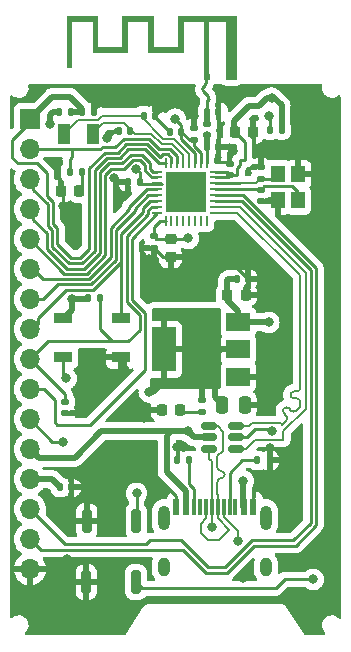
<source format=gtl>
%TF.GenerationSoftware,KiCad,Pcbnew,(6.0.10)*%
%TF.CreationDate,2023-02-05T17:29:38-05:00*%
%TF.ProjectId,MrKoh,4d724b6f-682e-46b6-9963-61645f706362,1*%
%TF.SameCoordinates,Original*%
%TF.FileFunction,Copper,L1,Top*%
%TF.FilePolarity,Positive*%
%FSLAX46Y46*%
G04 Gerber Fmt 4.6, Leading zero omitted, Abs format (unit mm)*
G04 Created by KiCad (PCBNEW (6.0.10)) date 2023-02-05 17:29:38*
%MOMM*%
%LPD*%
G01*
G04 APERTURE LIST*
G04 Aperture macros list*
%AMRoundRect*
0 Rectangle with rounded corners*
0 $1 Rounding radius*
0 $2 $3 $4 $5 $6 $7 $8 $9 X,Y pos of 4 corners*
0 Add a 4 corners polygon primitive as box body*
4,1,4,$2,$3,$4,$5,$6,$7,$8,$9,$2,$3,0*
0 Add four circle primitives for the rounded corners*
1,1,$1+$1,$2,$3*
1,1,$1+$1,$4,$5*
1,1,$1+$1,$6,$7*
1,1,$1+$1,$8,$9*
0 Add four rect primitives between the rounded corners*
20,1,$1+$1,$2,$3,$4,$5,0*
20,1,$1+$1,$4,$5,$6,$7,0*
20,1,$1+$1,$6,$7,$8,$9,0*
20,1,$1+$1,$8,$9,$2,$3,0*%
G04 Aperture macros list end*
%TA.AperFunction,SMDPad,CuDef*%
%ADD10RoundRect,0.218750X-0.218750X-0.256250X0.218750X-0.256250X0.218750X0.256250X-0.218750X0.256250X0*%
%TD*%
%TA.AperFunction,SMDPad,CuDef*%
%ADD11RoundRect,0.250000X-0.250000X-0.475000X0.250000X-0.475000X0.250000X0.475000X-0.250000X0.475000X0*%
%TD*%
%TA.AperFunction,SMDPad,CuDef*%
%ADD12RoundRect,0.140000X-0.170000X0.140000X-0.170000X-0.140000X0.170000X-0.140000X0.170000X0.140000X0*%
%TD*%
%TA.AperFunction,SMDPad,CuDef*%
%ADD13RoundRect,0.140000X0.170000X-0.140000X0.170000X0.140000X-0.170000X0.140000X-0.170000X-0.140000X0*%
%TD*%
%TA.AperFunction,SMDPad,CuDef*%
%ADD14RoundRect,0.147500X0.172500X-0.147500X0.172500X0.147500X-0.172500X0.147500X-0.172500X-0.147500X0*%
%TD*%
%TA.AperFunction,ComponentPad*%
%ADD15R,1.700000X1.700000*%
%TD*%
%TA.AperFunction,ComponentPad*%
%ADD16O,1.700000X1.700000*%
%TD*%
%TA.AperFunction,SMDPad,CuDef*%
%ADD17RoundRect,0.140000X-0.140000X-0.170000X0.140000X-0.170000X0.140000X0.170000X-0.140000X0.170000X0*%
%TD*%
%TA.AperFunction,SMDPad,CuDef*%
%ADD18R,1.000000X1.800000*%
%TD*%
%TA.AperFunction,SMDPad,CuDef*%
%ADD19RoundRect,0.135000X-0.135000X-0.185000X0.135000X-0.185000X0.135000X0.185000X-0.135000X0.185000X0*%
%TD*%
%TA.AperFunction,SMDPad,CuDef*%
%ADD20RoundRect,0.135000X-0.185000X0.135000X-0.185000X-0.135000X0.185000X-0.135000X0.185000X0.135000X0*%
%TD*%
%TA.AperFunction,SMDPad,CuDef*%
%ADD21RoundRect,0.140000X0.140000X0.170000X-0.140000X0.170000X-0.140000X-0.170000X0.140000X-0.170000X0*%
%TD*%
%TA.AperFunction,SMDPad,CuDef*%
%ADD22RoundRect,0.225000X-0.225000X-0.250000X0.225000X-0.250000X0.225000X0.250000X-0.225000X0.250000X0*%
%TD*%
%TA.AperFunction,SMDPad,CuDef*%
%ADD23RoundRect,0.062500X-0.062500X0.375000X-0.062500X-0.375000X0.062500X-0.375000X0.062500X0.375000X0*%
%TD*%
%TA.AperFunction,SMDPad,CuDef*%
%ADD24RoundRect,0.062500X-0.375000X0.062500X-0.375000X-0.062500X0.375000X-0.062500X0.375000X0.062500X0*%
%TD*%
%TA.AperFunction,SMDPad,CuDef*%
%ADD25R,3.450000X3.450000*%
%TD*%
%TA.AperFunction,SMDPad,CuDef*%
%ADD26RoundRect,0.200000X0.200000X0.800000X-0.200000X0.800000X-0.200000X-0.800000X0.200000X-0.800000X0*%
%TD*%
%TA.AperFunction,ComponentPad*%
%ADD27O,1.000000X1.600000*%
%TD*%
%TA.AperFunction,ComponentPad*%
%ADD28O,1.000000X2.100000*%
%TD*%
%TA.AperFunction,CastellatedPad*%
%ADD29O,1.000000X2.100000*%
%TD*%
%TA.AperFunction,SMDPad,CuDef*%
%ADD30R,0.600000X1.450000*%
%TD*%
%TA.AperFunction,SMDPad,CuDef*%
%ADD31R,0.300000X1.450000*%
%TD*%
%TA.AperFunction,SMDPad,CuDef*%
%ADD32R,1.200000X1.400000*%
%TD*%
%TA.AperFunction,SMDPad,CuDef*%
%ADD33RoundRect,0.135000X0.135000X0.185000X-0.135000X0.185000X-0.135000X-0.185000X0.135000X-0.185000X0*%
%TD*%
%TA.AperFunction,SMDPad,CuDef*%
%ADD34RoundRect,0.150000X0.512500X0.150000X-0.512500X0.150000X-0.512500X-0.150000X0.512500X-0.150000X0*%
%TD*%
%TA.AperFunction,SMDPad,CuDef*%
%ADD35RoundRect,0.147500X-0.147500X-0.172500X0.147500X-0.172500X0.147500X0.172500X-0.147500X0.172500X0*%
%TD*%
%TA.AperFunction,SMDPad,CuDef*%
%ADD36R,2.000000X1.500000*%
%TD*%
%TA.AperFunction,SMDPad,CuDef*%
%ADD37R,2.000000X3.800000*%
%TD*%
%TA.AperFunction,SMDPad,CuDef*%
%ADD38RoundRect,0.225000X-0.250000X0.225000X-0.250000X-0.225000X0.250000X-0.225000X0.250000X0.225000X0*%
%TD*%
%TA.AperFunction,SMDPad,CuDef*%
%ADD39R,1.500000X0.900000*%
%TD*%
%TA.AperFunction,ComponentPad*%
%ADD40R,0.900000X0.500000*%
%TD*%
%TA.AperFunction,ConnectorPad*%
%ADD41R,0.500000X0.500000*%
%TD*%
%TA.AperFunction,ViaPad*%
%ADD42C,0.800000*%
%TD*%
%TA.AperFunction,Conductor*%
%ADD43C,0.500000*%
%TD*%
%TA.AperFunction,Conductor*%
%ADD44C,0.250000*%
%TD*%
%TA.AperFunction,Conductor*%
%ADD45C,0.200000*%
%TD*%
G04 APERTURE END LIST*
%TO.C,AE1*%
G36*
X32100000Y-32150000D02*
G01*
X32100000Y-31891842D01*
X32401778Y-31891842D01*
X32408309Y-31941368D01*
X32428868Y-31986553D01*
X32462511Y-32021787D01*
X32481122Y-32032400D01*
X32526637Y-32045300D01*
X32575156Y-32046043D01*
X32617819Y-32033935D01*
X32625731Y-32029581D01*
X32663674Y-31996797D01*
X32687742Y-31954395D01*
X32697583Y-31906785D01*
X32692847Y-31858378D01*
X32673185Y-31813584D01*
X32638245Y-31776814D01*
X32605353Y-31759908D01*
X32557267Y-31752018D01*
X32507682Y-31758592D01*
X32462372Y-31778687D01*
X32427112Y-31811357D01*
X32410218Y-31843583D01*
X32401778Y-31891842D01*
X32100000Y-31891842D01*
X32100000Y-27250000D01*
X30700000Y-27250000D01*
X30700000Y-32150000D01*
X30200000Y-32150000D01*
X30200000Y-27250000D01*
X28500000Y-27250000D01*
X28500000Y-29890000D01*
X25500000Y-29890000D01*
X25500000Y-27250000D01*
X23800000Y-27250000D01*
X23800000Y-29890000D01*
X20800000Y-29890000D01*
X20800000Y-27250000D01*
X19100000Y-27250000D01*
X19100000Y-31190000D01*
X18600000Y-31190000D01*
X18600000Y-26750000D01*
X21300000Y-26750000D01*
X21300000Y-29390000D01*
X23300000Y-29390000D01*
X23300000Y-26750000D01*
X26000000Y-26750000D01*
X26000000Y-29390000D01*
X28000000Y-29390000D01*
X28000000Y-26750000D01*
X33000000Y-26750000D01*
X33000000Y-32150000D01*
X32100000Y-32150000D01*
G37*
%TD*%
D10*
%TO.P,D1,1,K*%
%TO.N,GND*%
X26662500Y-60100000D03*
%TO.P,D1,2,A*%
%TO.N,Net-(D1-Pad2)*%
X28237500Y-60100000D03*
%TD*%
D11*
%TO.P,C10,1*%
%TO.N,+3V3*%
X31775000Y-59675000D03*
%TO.P,C10,2*%
%TO.N,GND*%
X33675000Y-59675000D03*
%TD*%
D12*
%TO.P,C19,1*%
%TO.N,/BOOT*%
X18475000Y-59420000D03*
%TO.P,C19,2*%
%TO.N,GND*%
X18475000Y-60380000D03*
%TD*%
D13*
%TO.P,C12,1*%
%TO.N,+3V3*%
X32450000Y-40230000D03*
%TO.P,C12,2*%
%TO.N,GND*%
X32450000Y-39270000D03*
%TD*%
D14*
%TO.P,L1,1*%
%TO.N,Net-(C3-Pad1)*%
X30500000Y-36885000D03*
%TO.P,L1,2*%
%TO.N,/ANT*%
X30500000Y-35915000D03*
%TD*%
D15*
%TO.P,J2,1,Pin_1*%
%TO.N,/RESET*%
X15500000Y-35500000D03*
D16*
%TO.P,J2,2,Pin_2*%
%TO.N,/GPIO2*%
X15500000Y-38040000D03*
%TO.P,J2,3,Pin_3*%
%TO.N,/GPIO3*%
X15500000Y-40580000D03*
%TO.P,J2,4,Pin_4*%
%TO.N,/GPIO4*%
X15500000Y-43120000D03*
%TO.P,J2,5,Pin_5*%
%TO.N,/GPIO5*%
X15500000Y-45660000D03*
%TO.P,J2,6,Pin_6*%
%TO.N,/GPIO6*%
X15500000Y-48200000D03*
%TO.P,J2,7,Pin_7*%
%TO.N,/GPIO7*%
X15500000Y-50740000D03*
%TO.P,J2,8,Pin_8*%
%TO.N,/GPIO8*%
X15500000Y-53280000D03*
%TO.P,J2,9,Pin_9*%
%TO.N,/BOOT*%
X15500000Y-55820000D03*
%TO.P,J2,10,Pin_10*%
%TO.N,/GPIO10*%
X15500000Y-58360000D03*
%TO.P,J2,11,Pin_11*%
%TO.N,/DOUT*%
X15500000Y-60900000D03*
%TO.P,J2,12,Pin_12*%
%TO.N,VBUS*%
X15500000Y-63440000D03*
%TO.P,J2,13,Pin_13*%
%TO.N,+3V3*%
X15500000Y-65980000D03*
%TO.P,J2,14,Pin_14*%
%TO.N,/GPIO20*%
X15500000Y-68520000D03*
%TO.P,J2,15,Pin_15*%
%TO.N,/GPIO21*%
X15500000Y-71060000D03*
%TO.P,J2,16,Pin_16*%
%TO.N,GND*%
X15500000Y-73600000D03*
%TD*%
D17*
%TO.P,C5,1*%
%TO.N,/XTAL32P*%
X25120000Y-35200000D03*
%TO.P,C5,2*%
%TO.N,GND*%
X26080000Y-35200000D03*
%TD*%
D18*
%TO.P,Y1,1,1*%
%TO.N,/XTAL32P*%
X18375000Y-36750000D03*
%TO.P,Y1,2,2*%
%TO.N,/XTAL32N*%
X20875000Y-36750000D03*
%TD*%
D17*
%TO.P,C2,1*%
%TO.N,/RESET*%
X19920000Y-34925000D03*
%TO.P,C2,2*%
%TO.N,GND*%
X20880000Y-34925000D03*
%TD*%
D13*
%TO.P,C8,1*%
%TO.N,/XTALP*%
X35025000Y-40530000D03*
%TO.P,C8,2*%
%TO.N,GND*%
X35025000Y-39570000D03*
%TD*%
D19*
%TO.P,R1,1*%
%TO.N,+3V3*%
X17965000Y-34900000D03*
%TO.P,R1,2*%
%TO.N,/RESET*%
X18985000Y-34900000D03*
%TD*%
D17*
%TO.P,C3,1*%
%TO.N,Net-(C3-Pad1)*%
X30500000Y-37890000D03*
%TO.P,C3,2*%
%TO.N,GND*%
X31460000Y-37890000D03*
%TD*%
D20*
%TO.P,R4,1*%
%TO.N,+3V3*%
X30075000Y-59240000D03*
%TO.P,R4,2*%
%TO.N,Net-(D1-Pad2)*%
X30075000Y-60260000D03*
%TD*%
D21*
%TO.P,C6,1*%
%TO.N,/XTAL32N*%
X23980000Y-36500000D03*
%TO.P,C6,2*%
%TO.N,GND*%
X23020000Y-36500000D03*
%TD*%
D22*
%TO.P,C11,1*%
%TO.N,+3V3*%
X32825000Y-36600000D03*
%TO.P,C11,2*%
%TO.N,GND*%
X34375000Y-36600000D03*
%TD*%
D23*
%TO.P,U2,1,LNA_IN*%
%TO.N,Net-(C3-Pad1)*%
X30480000Y-39252500D03*
%TO.P,U2,2,VDD3P3*%
%TO.N,/3p3*%
X29980000Y-39252500D03*
%TO.P,U2,3,VDD3P3*%
X29480000Y-39252500D03*
%TO.P,U2,4,XTAL_32K_P/ADC1_CH0*%
%TO.N,/XTAL32P*%
X28980000Y-39252500D03*
%TO.P,U2,5,XTAL_32K_N/ADC1_CH1*%
%TO.N,/XTAL32N*%
X28480000Y-39252500D03*
%TO.P,U2,6,GPIO2/ADC1_CH2*%
%TO.N,/GPIO2*%
X27980000Y-39252500D03*
%TO.P,U2,7,CHIP_EN*%
%TO.N,/RESET*%
X27480000Y-39252500D03*
%TO.P,U2,8,GPIO3/ADC1_CH3*%
%TO.N,/GPIO3*%
X26980000Y-39252500D03*
D24*
%TO.P,U2,9,MTMS/GPIO4/ADC1_CH4*%
%TO.N,/GPIO4*%
X26292500Y-39940000D03*
%TO.P,U2,10,MTDI/GPIO5/ADC2_CH0*%
%TO.N,/GPIO5*%
X26292500Y-40440000D03*
%TO.P,U2,11,VDD3P3_RTC*%
%TO.N,/3p3*%
X26292500Y-40940000D03*
%TO.P,U2,12,MTCK/GPIO6*%
%TO.N,/GPIO6*%
X26292500Y-41440000D03*
%TO.P,U2,13,MTDO/GPIO7*%
%TO.N,/GPIO7*%
X26292500Y-41940000D03*
%TO.P,U2,14,GPIO8*%
%TO.N,/GPIO8*%
X26292500Y-42440000D03*
%TO.P,U2,15,GPIO9/BOOT*%
%TO.N,/BOOT*%
X26292500Y-42940000D03*
%TO.P,U2,16,GPIO10*%
%TO.N,/GPIO10*%
X26292500Y-43440000D03*
D23*
%TO.P,U2,17,VDD3P3_CPU*%
%TO.N,/3p3*%
X26980000Y-44127500D03*
%TO.P,U2,18,VDD_SPI/GPIO11*%
%TO.N,unconnected-(U2-Pad18)*%
X27480000Y-44127500D03*
%TO.P,U2,19,SPIHD/GPIO12*%
%TO.N,unconnected-(U2-Pad19)*%
X27980000Y-44127500D03*
%TO.P,U2,20,SPIWP/GPIO13*%
%TO.N,unconnected-(U2-Pad20)*%
X28480000Y-44127500D03*
%TO.P,U2,21,SPICS0/GPIO14*%
%TO.N,unconnected-(U2-Pad21)*%
X28980000Y-44127500D03*
%TO.P,U2,22,SPICLK/GPIO15*%
%TO.N,unconnected-(U2-Pad22)*%
X29480000Y-44127500D03*
%TO.P,U2,23,SPID/GPIO16*%
%TO.N,unconnected-(U2-Pad23)*%
X29980000Y-44127500D03*
%TO.P,U2,24,SPIQ/GPIO17*%
%TO.N,unconnected-(U2-Pad24)*%
X30480000Y-44127500D03*
D24*
%TO.P,U2,25,GPIO18/USB_D-*%
%TO.N,/USB_D-*%
X31167500Y-43440000D03*
%TO.P,U2,26,GPIO19/USB_D+*%
%TO.N,/USB_D+*%
X31167500Y-42940000D03*
%TO.P,U2,27,U0RXD/GPIO20*%
%TO.N,/GPIO20*%
X31167500Y-42440000D03*
%TO.P,U2,28,U0TXD/GPIO21*%
%TO.N,/GPIO21*%
X31167500Y-41940000D03*
%TO.P,U2,29,XTAL_N*%
%TO.N,/XTALN*%
X31167500Y-41440000D03*
%TO.P,U2,30,XTAL_P*%
%TO.N,/XTALP*%
X31167500Y-40940000D03*
%TO.P,U2,31,VDDA*%
%TO.N,+3V3*%
X31167500Y-40440000D03*
%TO.P,U2,32,VDDA*%
X31167500Y-39940000D03*
D25*
%TO.P,U2,33,GND*%
%TO.N,GND*%
X28730000Y-41690000D03*
%TD*%
D26*
%TO.P,SW1,1,1*%
%TO.N,/RESET*%
X24475000Y-74700000D03*
%TO.P,SW1,2,2*%
%TO.N,GND*%
X20275000Y-74700000D03*
%TD*%
D13*
%TO.P,C17,1*%
%TO.N,/3p3*%
X29400000Y-37230000D03*
%TO.P,C17,2*%
%TO.N,GND*%
X29400000Y-36270000D03*
%TD*%
D27*
%TO.P,J1,*%
%TO.N,*%
X35470000Y-73424951D03*
D28*
X35470000Y-69244951D03*
D29*
X26830000Y-69244951D03*
D30*
%TO.P,J1,A1,GND*%
%TO.N,GND*%
X27900000Y-68329951D03*
%TO.P,J1,A4,VBUS*%
%TO.N,VBUS*%
X28700000Y-68329951D03*
D31*
%TO.P,J1,A5,CC1*%
%TO.N,unconnected-(J1-PadA5)*%
X29900000Y-68329951D03*
%TO.P,J1,A6,D+*%
%TO.N,/USBC+*%
X30900000Y-68329951D03*
%TO.P,J1,A7,D-*%
%TO.N,/USBC-*%
X31400000Y-68329951D03*
%TO.P,J1,A8,SBU1*%
%TO.N,Net-(J1-PadA8)*%
X32400000Y-68329951D03*
D30*
%TO.P,J1,A9,VBUS*%
%TO.N,VBUS*%
X33600000Y-68329951D03*
%TO.P,J1,A12,GND*%
%TO.N,GND*%
X34400000Y-68329951D03*
%TO.P,J1,B1,GND*%
X34400000Y-68329951D03*
%TO.P,J1,B4,VBUS*%
%TO.N,VBUS*%
X33600000Y-68329951D03*
D31*
%TO.P,J1,B5,CC2*%
%TO.N,unconnected-(J1-PadB5)*%
X32900000Y-68329951D03*
%TO.P,J1,B6,D+*%
%TO.N,/USBC+*%
X31900000Y-68329951D03*
%TO.P,J1,B7,D-*%
%TO.N,/USBC-*%
X30400000Y-68329951D03*
%TO.P,J1,B8,SBU2*%
%TO.N,Net-(J1-PadB8)*%
X29400000Y-68329951D03*
D30*
%TO.P,J1,B9,VBUS*%
%TO.N,VBUS*%
X28700000Y-68329951D03*
%TO.P,J1,B12,GND*%
%TO.N,GND*%
X27900000Y-68329951D03*
D27*
%TO.P,J1,S1,SHIELD*%
%TO.N,unconnected-(J1-PadS1)*%
X26830000Y-73424951D03*
%TD*%
D26*
%TO.P,SW2,1,1*%
%TO.N,/BOOT*%
X24500000Y-69525000D03*
%TO.P,SW2,2,2*%
%TO.N,GND*%
X20300000Y-69525000D03*
%TD*%
D32*
%TO.P,Y2,1,1*%
%TO.N,/XTALP*%
X36500000Y-40175000D03*
%TO.P,Y2,2,2*%
%TO.N,GND*%
X36500000Y-42375000D03*
%TO.P,Y2,3,3*%
%TO.N,/XTALN*%
X38200000Y-42375000D03*
%TO.P,Y2,4,4*%
%TO.N,GND*%
X38200000Y-40175000D03*
%TD*%
D19*
%TO.P,R5,1*%
%TO.N,+3V3*%
X20405000Y-50675000D03*
%TO.P,R5,2*%
%TO.N,/BOOT*%
X21425000Y-50675000D03*
%TD*%
D17*
%TO.P,C4,1*%
%TO.N,/ANT*%
X30495000Y-34900000D03*
%TO.P,C4,2*%
%TO.N,GND*%
X31455000Y-34900000D03*
%TD*%
D33*
%TO.P,R3,1*%
%TO.N,Net-(J1-PadB8)*%
X28985000Y-64399951D03*
%TO.P,R3,2*%
%TO.N,GND*%
X27965000Y-64399951D03*
%TD*%
D17*
%TO.P,C13,1*%
%TO.N,+3V3*%
X18050000Y-66670000D03*
%TO.P,C13,2*%
%TO.N,GND*%
X19010000Y-66670000D03*
%TD*%
D19*
%TO.P,R2,1*%
%TO.N,Net-(J1-PadA8)*%
X34765000Y-64399951D03*
%TO.P,R2,2*%
%TO.N,GND*%
X35785000Y-64399951D03*
%TD*%
D10*
%TO.P,D3,1,K*%
%TO.N,GND*%
X18112500Y-41600000D03*
%TO.P,D3,2,A*%
%TO.N,Net-(D3-Pad2)*%
X19687500Y-41600000D03*
%TD*%
D34*
%TO.P,U1,1,I/O1*%
%TO.N,/USB_D+*%
X32962500Y-63399951D03*
%TO.P,U1,2,GND*%
%TO.N,GND*%
X32962500Y-62449951D03*
%TO.P,U1,3,I/O2*%
%TO.N,/USB_D-*%
X32962500Y-61499951D03*
%TO.P,U1,4,I/O2*%
%TO.N,/USBC-*%
X30687500Y-61499951D03*
%TO.P,U1,5,VBUS*%
%TO.N,VBUS*%
X30687500Y-62449951D03*
%TO.P,U1,6,I/O1*%
%TO.N,/USBC+*%
X30687500Y-63399951D03*
%TD*%
D17*
%TO.P,C1,1*%
%TO.N,VBUS*%
X32995000Y-49050000D03*
%TO.P,C1,2*%
%TO.N,GND*%
X33955000Y-49050000D03*
%TD*%
D35*
%TO.P,L2,1*%
%TO.N,/3p3*%
X35830000Y-36400000D03*
%TO.P,L2,2*%
%TO.N,+3V3*%
X36800000Y-36400000D03*
%TD*%
D36*
%TO.P,U3,1,GND*%
%TO.N,GND*%
X33150000Y-57300000D03*
D37*
%TO.P,U3,2,VO*%
%TO.N,+3V3*%
X26850000Y-55000000D03*
D36*
X33150000Y-55000000D03*
%TO.P,U3,3,VI*%
%TO.N,VBUS*%
X33150000Y-52700000D03*
%TD*%
D22*
%TO.P,C9,1*%
%TO.N,VBUS*%
X32200000Y-50375000D03*
%TO.P,C9,2*%
%TO.N,GND*%
X33750000Y-50375000D03*
%TD*%
D38*
%TO.P,C14,1*%
%TO.N,/3p3*%
X27400000Y-45625000D03*
%TO.P,C14,2*%
%TO.N,GND*%
X27400000Y-47175000D03*
%TD*%
D39*
%TO.P,D2,1,VDD*%
%TO.N,+3V3*%
X18325000Y-52375000D03*
%TO.P,D2,2,DOUT*%
%TO.N,/DOUT*%
X18325000Y-55675000D03*
%TO.P,D2,3,VSS*%
%TO.N,GND*%
X23225000Y-55675000D03*
%TO.P,D2,4,DIN*%
%TO.N,/GPIO8*%
X23225000Y-52375000D03*
%TD*%
D21*
%TO.P,C16,1*%
%TO.N,/3p3*%
X24780000Y-40800000D03*
%TO.P,C16,2*%
%TO.N,GND*%
X23820000Y-40800000D03*
%TD*%
D19*
%TO.P,R6,1*%
%TO.N,/GPIO2*%
X18890000Y-40000000D03*
%TO.P,R6,2*%
%TO.N,Net-(D3-Pad2)*%
X19910000Y-40000000D03*
%TD*%
D12*
%TO.P,C15,1*%
%TO.N,/3p3*%
X26000000Y-45420000D03*
%TO.P,C15,2*%
%TO.N,GND*%
X26000000Y-46380000D03*
%TD*%
%TO.P,C7,1*%
%TO.N,/XTALN*%
X35025000Y-41470000D03*
%TO.P,C7,2*%
%TO.N,GND*%
X35025000Y-42430000D03*
%TD*%
D21*
%TO.P,C18,1*%
%TO.N,/3p3*%
X28330000Y-36550000D03*
%TO.P,C18,2*%
%TO.N,GND*%
X27370000Y-36550000D03*
%TD*%
D40*
%TO.P,AE1,2*%
%TO.N,GND*%
X32550000Y-31900000D03*
D41*
%TO.P,AE1,1*%
%TO.N,/ANT*%
X30450000Y-31900000D03*
%TD*%
D42*
%TO.N,GND*%
X25160000Y-60770000D03*
%TO.N,+3V3*%
X28925000Y-53958333D03*
X26825000Y-57825000D03*
X28925000Y-55666666D03*
X31050000Y-55608332D03*
X26975000Y-52250000D03*
X31025000Y-52275000D03*
X31025000Y-53941666D03*
X28925000Y-52250000D03*
X35956115Y-33724500D03*
X17200000Y-35925000D03*
X19025000Y-50700000D03*
X31125000Y-57275000D03*
X25600000Y-58600000D03*
X28925000Y-57375000D03*
%TO.N,/BOOT*%
X24525000Y-67175000D03*
%TO.N,GND*%
X32650000Y-38200000D03*
X36005378Y-61930378D03*
X33540000Y-74370000D03*
X32400000Y-47500000D03*
X18650000Y-72750000D03*
X26600000Y-34574500D03*
X18274500Y-42880064D03*
X35825000Y-63375000D03*
X38125000Y-44500000D03*
X23525000Y-56750000D03*
X25620000Y-47350000D03*
X18690000Y-69530000D03*
X27924500Y-63299951D03*
X19580000Y-65710000D03*
X22600000Y-40500000D03*
X21375000Y-34124500D03*
X35225000Y-54400000D03*
X22050000Y-37100000D03*
X29400000Y-35250000D03*
X24675000Y-65050000D03*
X38225000Y-33150000D03*
X35850000Y-49175000D03*
X29950000Y-41200000D03*
%TO.N,/RESET*%
X39475000Y-74475000D03*
%TO.N,/USBC+*%
X30925000Y-70025000D03*
X33094622Y-71230378D03*
%TO.N,VBUS*%
X35725000Y-52700000D03*
X33575000Y-66150000D03*
X28850000Y-61924951D03*
%TO.N,/DOUT*%
X18325000Y-62800000D03*
X18575000Y-57450000D03*
%TO.N,/3p3*%
X27800000Y-35500000D03*
X24512701Y-39687299D03*
X35749951Y-35224549D03*
X28900000Y-45600000D03*
%TD*%
D43*
%TO.N,+3V3*%
X35565500Y-33724500D02*
X35956115Y-33724500D01*
X34920000Y-34370000D02*
X35565500Y-33724500D01*
X34030000Y-34370000D02*
X34920000Y-34370000D01*
X32750000Y-35650000D02*
X34030000Y-34370000D01*
X32750000Y-36525000D02*
X32750000Y-35650000D01*
X36800000Y-34320000D02*
X36800000Y-35249293D01*
X36204500Y-33724500D02*
X36800000Y-34320000D01*
X35956115Y-33724500D02*
X36204500Y-33724500D01*
X15500000Y-65980000D02*
X17360000Y-65980000D01*
X17360000Y-65980000D02*
X18050000Y-66670000D01*
%TO.N,VBUS*%
X21525049Y-61924951D02*
X28850000Y-61924951D01*
X16230000Y-64170000D02*
X19280000Y-64170000D01*
X19280000Y-64170000D02*
X21525049Y-61924951D01*
X15500000Y-63440000D02*
X16230000Y-64170000D01*
D44*
%TO.N,/GPIO21*%
X16400000Y-71960000D02*
X15500000Y-71060000D01*
X28423604Y-71960000D02*
X16400000Y-71960000D01*
X30383604Y-73920000D02*
X28423604Y-71960000D01*
X32220000Y-73920000D02*
X30383604Y-73920000D01*
X32198896Y-73887500D02*
X32220000Y-73908604D01*
X37986445Y-71624951D02*
X34461445Y-71624951D01*
X32220000Y-73908604D02*
X32220000Y-73920000D01*
X39725000Y-69886396D02*
X37986445Y-71624951D01*
X39725000Y-48097609D02*
X39725000Y-69886396D01*
X33567391Y-41940000D02*
X39725000Y-48097609D01*
X31167500Y-41940000D02*
X33567391Y-41940000D01*
X34461445Y-71624951D02*
X32198896Y-73887500D01*
%TO.N,/GPIO20*%
X18490000Y-71510000D02*
X15500000Y-68520000D01*
X25353604Y-71510000D02*
X18490000Y-71510000D01*
X25688653Y-71174951D02*
X25353604Y-71510000D01*
X28274951Y-71174951D02*
X25688653Y-71174951D01*
X37800049Y-71174951D02*
X34275049Y-71174951D01*
X32012500Y-73437500D02*
X30537500Y-73437500D01*
X39275000Y-69700000D02*
X37800049Y-71174951D01*
X34275049Y-71174951D02*
X32012500Y-73437500D01*
X39275000Y-48284005D02*
X39275000Y-69700000D01*
X31167500Y-42440000D02*
X33430995Y-42440000D01*
X33430995Y-42440000D02*
X39275000Y-48284005D01*
X30537500Y-73437500D02*
X28274951Y-71174951D01*
%TO.N,/DOUT*%
X17400000Y-62800000D02*
X18325000Y-62800000D01*
X15500000Y-60900000D02*
X17400000Y-62800000D01*
%TO.N,/BOOT*%
X18475000Y-58795000D02*
X18475000Y-59420000D01*
X15500000Y-55820000D02*
X18475000Y-58795000D01*
X21425000Y-53295000D02*
X21425000Y-50675000D01*
X22410000Y-54280000D02*
X21425000Y-53295000D01*
X23830000Y-54280000D02*
X22410000Y-54280000D01*
X24780000Y-53330000D02*
X23830000Y-54280000D01*
X24780000Y-52080000D02*
X24780000Y-53330000D01*
X23675000Y-50975000D02*
X24780000Y-52080000D01*
X23675000Y-47769772D02*
X23675000Y-50975000D01*
X23675000Y-47068604D02*
X23680000Y-47073604D01*
X25530000Y-43566104D02*
X23675000Y-45421104D01*
X25530000Y-43216992D02*
X25530000Y-43566104D01*
X25806992Y-42940000D02*
X25530000Y-43216992D01*
X23675000Y-45421104D02*
X23675000Y-47068604D01*
X23680000Y-47073604D02*
X23680000Y-47764772D01*
X26292500Y-42940000D02*
X25806992Y-42940000D01*
X23680000Y-47764772D02*
X23675000Y-47769772D01*
%TO.N,/GPIO10*%
X24125000Y-45607500D02*
X26292500Y-43440000D01*
X24125000Y-46882208D02*
X24125000Y-45607500D01*
X24160000Y-46917208D02*
X24125000Y-46882208D01*
X24160000Y-50823604D02*
X24160000Y-46917208D01*
X25230000Y-51893604D02*
X24160000Y-50823604D01*
X25230000Y-56740000D02*
X25230000Y-51893604D01*
X20560000Y-61410000D02*
X25230000Y-56740000D01*
X17590000Y-59247919D02*
X17590000Y-61180000D01*
X16702081Y-58360000D02*
X17590000Y-59247919D01*
X15500000Y-58360000D02*
X16702081Y-58360000D01*
X17590000Y-61180000D02*
X17820000Y-61410000D01*
X17820000Y-61410000D02*
X20560000Y-61410000D01*
%TO.N,/BOOT*%
X23140000Y-54280000D02*
X17040000Y-54280000D01*
X17040000Y-54280000D02*
X15500000Y-55820000D01*
D45*
%TO.N,/USBC-*%
X31375000Y-64945000D02*
X31375000Y-64056238D01*
X31375000Y-64995000D02*
X31375000Y-64945000D01*
X31400000Y-67242450D02*
X31375000Y-67217450D01*
X31400000Y-68329951D02*
X31400000Y-67242450D01*
X31675000Y-65295000D02*
G75*
G02*
X31975000Y-65595000I0J-300000D01*
G01*
X31375000Y-64995000D02*
G75*
G03*
X31675000Y-65295000I300000J0D01*
G01*
X31975000Y-65595000D02*
G75*
G02*
X31675000Y-65895000I-300000J0D01*
G01*
X31675000Y-65895000D02*
G75*
G03*
X31375000Y-66195000I0J-300000D01*
G01*
X31375000Y-67217450D02*
X31375000Y-66195000D01*
%TO.N,/USBC+*%
X30687500Y-64242638D02*
X30687500Y-63399951D01*
X30925000Y-67217450D02*
X30925000Y-64480138D01*
X30900000Y-67242450D02*
X30925000Y-67217450D01*
X30900000Y-68329951D02*
X30900000Y-67242450D01*
X30925000Y-64480138D02*
X30687500Y-64242638D01*
%TO.N,/USB_D-*%
X31192499Y-43415001D02*
X31167500Y-43440000D01*
X33071801Y-43415001D02*
X31192499Y-43415001D01*
X38386231Y-48729431D02*
X33071801Y-43415001D01*
X38386231Y-58245569D02*
X38386231Y-52195569D01*
X37850704Y-58545569D02*
X38086231Y-58545569D01*
X38086231Y-59145569D02*
X37850704Y-59145569D01*
X38049430Y-60182371D02*
X38386231Y-59845569D01*
X37423268Y-59980473D02*
X37625167Y-60182372D01*
X38049431Y-60182372D02*
X38049430Y-60182371D01*
X37423268Y-59980474D02*
X37423268Y-59980473D01*
X37200900Y-60606636D02*
X36999002Y-60404738D01*
X36730378Y-61230378D02*
X36865900Y-61365900D01*
X34280969Y-61230378D02*
X36730378Y-61230378D01*
X34011396Y-61499951D02*
X34280969Y-61230378D01*
X32962500Y-61499951D02*
X34011396Y-61499951D01*
X37850704Y-58545604D02*
G75*
G03*
X37550704Y-58845569I-4J-299996D01*
G01*
X37550731Y-58845569D02*
G75*
G03*
X37850704Y-59145569I299969J-31D01*
G01*
X38386231Y-59845569D02*
X38386231Y-59445569D01*
X38049430Y-60182371D02*
G75*
G02*
X37625168Y-60182371I-212131J212131D01*
G01*
X36865900Y-61365900D02*
X37200900Y-61030900D01*
X36998996Y-59980468D02*
G75*
G03*
X36999002Y-60404738I212104J-212132D01*
G01*
X38086231Y-59145569D02*
G75*
G02*
X38386231Y-59445569I-31J-300031D01*
G01*
X38386169Y-58245569D02*
G75*
G02*
X38086231Y-58545569I-299969J-31D01*
G01*
X38386231Y-52195569D02*
X38386231Y-48729431D01*
X37200868Y-60606668D02*
G75*
G02*
X37200900Y-61030900I-212068J-212132D01*
G01*
X37423267Y-59980475D02*
G75*
G03*
X36999003Y-59980475I-212132J-212130D01*
G01*
%TO.N,/USBC-*%
X31870000Y-63560000D02*
X31373762Y-64056238D01*
X31870000Y-61970000D02*
X31870000Y-63560000D01*
X31399951Y-61499951D02*
X31870000Y-61970000D01*
X30687500Y-61499951D02*
X31399951Y-61499951D01*
D44*
%TO.N,/GPIO6*%
X20485584Y-49050000D02*
X16600000Y-49050000D01*
X22325000Y-44708604D02*
X22325000Y-47210584D01*
X16600000Y-49050000D02*
X15750000Y-48200000D01*
X23916396Y-43117208D02*
X22325000Y-44708604D01*
X23916396Y-42921408D02*
X23916396Y-43117208D01*
X25397804Y-41440000D02*
X23916396Y-42921408D01*
X26292500Y-41440000D02*
X25397804Y-41440000D01*
X22325000Y-47210584D02*
X20485584Y-49050000D01*
%TO.N,/GPIO7*%
X16635000Y-50740000D02*
X15750000Y-50740000D01*
X17875000Y-49500000D02*
X16635000Y-50740000D01*
X22775000Y-47396980D02*
X20671980Y-49500000D01*
X24366396Y-43303604D02*
X22775000Y-44895000D01*
X24366396Y-43107804D02*
X24366396Y-43303604D01*
X25534200Y-41940000D02*
X24366396Y-43107804D01*
X22775000Y-44895000D02*
X22775000Y-47396980D01*
X20671980Y-49500000D02*
X17875000Y-49500000D01*
X26292500Y-41940000D02*
X25534200Y-41940000D01*
%TO.N,/GPIO8*%
X16155698Y-52874302D02*
X15750000Y-53280000D01*
X16155698Y-52344302D02*
X16155698Y-52874302D01*
X18550000Y-49950000D02*
X16155698Y-52344302D01*
X20858376Y-49950000D02*
X18550000Y-49950000D01*
X23230000Y-47578376D02*
X20858376Y-49950000D01*
X23230000Y-47260000D02*
X23230000Y-47578376D01*
X23225000Y-45234708D02*
X23225000Y-52375000D01*
X25080000Y-43379708D02*
X23225000Y-45234708D01*
X25080000Y-43030596D02*
X25080000Y-43379708D01*
X25670596Y-42440000D02*
X25080000Y-43030596D01*
X26292500Y-42440000D02*
X25670596Y-42440000D01*
%TO.N,/GPIO5*%
X15750000Y-45934188D02*
X15750000Y-45660000D01*
X20299188Y-48600000D02*
X18415812Y-48600000D01*
X21875000Y-47024188D02*
X20299188Y-48600000D01*
X21875000Y-40199695D02*
X21875000Y-47024188D01*
X18415812Y-48600000D02*
X15750000Y-45934188D01*
X22374695Y-39700000D02*
X21875000Y-40199695D01*
X23474695Y-39700000D02*
X22374695Y-39700000D01*
X24813006Y-38962299D02*
X24212396Y-38962299D01*
X24212396Y-38962299D02*
X23474695Y-39700000D01*
X25237701Y-39386994D02*
X24813006Y-38962299D01*
X25237701Y-39870709D02*
X25237701Y-39386994D01*
X25806992Y-40440000D02*
X25237701Y-39870709D01*
X26292500Y-40440000D02*
X25806992Y-40440000D01*
%TO.N,/GPIO4*%
X15750000Y-43998299D02*
X15750000Y-42763604D01*
X16925000Y-45173299D02*
X15750000Y-43998299D01*
X16925000Y-46472792D02*
X16925000Y-45173299D01*
X18602208Y-48150000D02*
X16925000Y-46472792D01*
X21425000Y-46837792D02*
X20112792Y-48150000D01*
X21425000Y-40013299D02*
X21425000Y-46837792D01*
X22188299Y-39250000D02*
X21425000Y-40013299D01*
X23288299Y-39250000D02*
X22188299Y-39250000D01*
X24026000Y-38512299D02*
X23288299Y-39250000D01*
X25687701Y-39200598D02*
X24999402Y-38512299D01*
X20112792Y-48150000D02*
X18602208Y-48150000D01*
X25943388Y-39940000D02*
X25687701Y-39684313D01*
X24999402Y-38512299D02*
X24026000Y-38512299D01*
X26292500Y-39940000D02*
X25943388Y-39940000D01*
X25687701Y-39684313D02*
X25687701Y-39200598D01*
%TO.N,/GPIO3*%
X15750000Y-41458299D02*
X15750000Y-40580000D01*
X17000000Y-42708299D02*
X15750000Y-41458299D01*
X17000000Y-44536396D02*
X17000000Y-42708299D01*
X17376625Y-44913021D02*
X17000000Y-44536396D01*
X17376625Y-46288021D02*
X17376625Y-44913021D01*
X18788604Y-47700000D02*
X17376625Y-46288021D01*
X20975000Y-39826903D02*
X20975000Y-46651396D01*
X22001903Y-38800000D02*
X20975000Y-39826903D01*
X23839604Y-38062299D02*
X23101903Y-38800000D01*
X25212299Y-38062299D02*
X23839604Y-38062299D01*
X26402500Y-39252500D02*
X25212299Y-38062299D01*
X26980000Y-39252500D02*
X26402500Y-39252500D01*
X19926396Y-47700000D02*
X18788604Y-47700000D01*
X23101903Y-38800000D02*
X22001903Y-38800000D01*
X20975000Y-46651396D02*
X19926396Y-47700000D01*
%TO.N,/RESET*%
X14000000Y-37250000D02*
X15750000Y-35500000D01*
X14000000Y-38750000D02*
X14000000Y-37250000D01*
X14500000Y-39250000D02*
X14000000Y-38750000D01*
X16081701Y-39250000D02*
X14500000Y-39250000D01*
X16925000Y-40093299D02*
X16081701Y-39250000D01*
X16925000Y-41996903D02*
X16925000Y-40093299D01*
X17450000Y-42521903D02*
X16925000Y-41996903D01*
X17450000Y-44350000D02*
X17450000Y-42521903D01*
X17826625Y-44726625D02*
X17450000Y-44350000D01*
X18975000Y-47250000D02*
X17826625Y-46101625D01*
X19740000Y-47250000D02*
X18975000Y-47250000D01*
X20525000Y-46465000D02*
X19740000Y-47250000D01*
X21815507Y-38350000D02*
X20525000Y-39640507D01*
X22915507Y-38350000D02*
X21815507Y-38350000D01*
X26756992Y-38490000D02*
X26530000Y-38716992D01*
X26503388Y-38716992D02*
X25398695Y-37612299D01*
X27480000Y-38766992D02*
X27203008Y-38490000D01*
X17826625Y-46101625D02*
X17826625Y-44726625D01*
X26530000Y-38716992D02*
X26503388Y-38716992D01*
X23653208Y-37612299D02*
X22915507Y-38350000D01*
X27480000Y-39252500D02*
X27480000Y-38766992D01*
X27203008Y-38490000D02*
X26756992Y-38490000D01*
X25398695Y-37612299D02*
X23653208Y-37612299D01*
X20525000Y-39640507D02*
X20525000Y-46465000D01*
D45*
%TO.N,/USB_D+*%
X31192499Y-42964999D02*
X31167500Y-42940000D01*
X38836231Y-48543031D02*
X33258199Y-42964999D01*
X33258199Y-42964999D02*
X31192499Y-42964999D01*
X36960000Y-61890000D02*
X38836231Y-60013769D01*
X34570663Y-62630378D02*
X36960000Y-62630378D01*
X38836231Y-60013769D02*
X38836231Y-48543031D01*
X33801089Y-63399951D02*
X34570663Y-62630378D01*
X36960000Y-62630378D02*
X36960000Y-61890000D01*
X32962500Y-63399951D02*
X33801089Y-63399951D01*
D43*
%TO.N,+3V3*%
X31125000Y-59025000D02*
X31125000Y-57275000D01*
X31775000Y-59675000D02*
X31125000Y-59025000D01*
%TO.N,VBUS*%
X32200000Y-50830000D02*
X32200000Y-50375000D01*
X33150000Y-52700000D02*
X33150000Y-51780000D01*
X33150000Y-51780000D02*
X32200000Y-50830000D01*
D44*
%TO.N,/GPIO2*%
X18890000Y-38910000D02*
X19100000Y-38700000D01*
X18890000Y-40000000D02*
X18890000Y-38910000D01*
D45*
%TO.N,/USBC-*%
X29950000Y-69754951D02*
X30400000Y-69304951D01*
X31475000Y-71175000D02*
X30575000Y-71175000D01*
X30575000Y-71175000D02*
X29950000Y-70550000D01*
X32387500Y-70262500D02*
X31475000Y-71175000D01*
X31400000Y-69275000D02*
X32387500Y-70262500D01*
X29950000Y-70550000D02*
X29950000Y-69754951D01*
X31400000Y-68329951D02*
X31400000Y-69275000D01*
X30400000Y-69304951D02*
X30400000Y-68329951D01*
%TO.N,/USBC+*%
X30925000Y-68354951D02*
X30900000Y-68329951D01*
X30925000Y-70025000D02*
X30925000Y-68354951D01*
X31900000Y-69209314D02*
X33094622Y-70403936D01*
X31900000Y-68329951D02*
X31900000Y-69209314D01*
X33094622Y-70403936D02*
X33094622Y-71230378D01*
D44*
%TO.N,GND*%
X33850049Y-62449951D02*
X34550000Y-61750000D01*
X32962500Y-62449951D02*
X33850049Y-62449951D01*
%TO.N,/RESET*%
X25000000Y-75225000D02*
X24475000Y-74700000D01*
X36311396Y-75225000D02*
X25000000Y-75225000D01*
X37061396Y-74475000D02*
X36311396Y-75225000D01*
X39475000Y-74475000D02*
X37061396Y-74475000D01*
%TO.N,/GPIO2*%
X26462792Y-38040000D02*
X25585091Y-37162299D01*
X19100000Y-38700000D02*
X19100000Y-38100000D01*
X19100000Y-38100000D02*
X19040000Y-38040000D01*
X23450000Y-37175000D02*
X23475000Y-37175000D01*
X22725000Y-37900000D02*
X23450000Y-37175000D01*
X27980000Y-39252500D02*
X27980000Y-38630596D01*
X19040000Y-38040000D02*
X15750000Y-38040000D01*
X27389404Y-38040000D02*
X26462792Y-38040000D01*
X27980000Y-38630596D02*
X27389404Y-38040000D01*
X19040000Y-38040000D02*
X21489111Y-38040000D01*
X25585091Y-37162299D02*
X23466812Y-37162299D01*
X21629111Y-37900000D02*
X22725000Y-37900000D01*
X21489111Y-38040000D02*
X21629111Y-37900000D01*
D43*
%TO.N,+3V3*%
X33150000Y-55000000D02*
X31658332Y-55000000D01*
X20380000Y-50700000D02*
X20405000Y-50675000D01*
D44*
X31167500Y-40440000D02*
X32240000Y-40440000D01*
X33700000Y-37475000D02*
X32825000Y-36600000D01*
X33250000Y-39000000D02*
X33700000Y-39000000D01*
D43*
X19025000Y-51675000D02*
X18325000Y-52375000D01*
X26850000Y-57700000D02*
X26850000Y-55000000D01*
D44*
X32160000Y-39940000D02*
X32450000Y-40230000D01*
X33700000Y-39000000D02*
X33700000Y-37475000D01*
X32825000Y-36600000D02*
X32750000Y-36525000D01*
D43*
X31125000Y-57275000D02*
X30625000Y-56775000D01*
D44*
X32240000Y-40440000D02*
X32450000Y-40230000D01*
X33050000Y-39600000D02*
X33250000Y-39400000D01*
D43*
X17450000Y-34900000D02*
X17200000Y-35150000D01*
D44*
X33250000Y-39350000D02*
X33250000Y-39000000D01*
D43*
X30625000Y-56775000D02*
X30050000Y-56775000D01*
X36800000Y-35250000D02*
X36800000Y-36400000D01*
D44*
X33050000Y-40230000D02*
X33050000Y-39600000D01*
D43*
X25950000Y-58600000D02*
X26850000Y-57700000D01*
D44*
X32450000Y-40230000D02*
X33050000Y-40230000D01*
X31167500Y-39940000D02*
X32160000Y-39940000D01*
D43*
X17965000Y-34900000D02*
X17450000Y-34900000D01*
X19025000Y-50700000D02*
X19025000Y-51675000D01*
X19025000Y-50700000D02*
X20380000Y-50700000D01*
D44*
X36800000Y-35249293D02*
X36800000Y-36400000D01*
D43*
X25600000Y-58600000D02*
X25950000Y-58600000D01*
X31658332Y-55000000D02*
X31050000Y-55608332D01*
X17200000Y-35150000D02*
X17200000Y-35925000D01*
X30075000Y-59240000D02*
X30075000Y-56800000D01*
X30075000Y-56800000D02*
X30050000Y-56775000D01*
D44*
%TO.N,Net-(D3-Pad2)*%
X19910000Y-41577500D02*
X19787500Y-41700000D01*
X19910000Y-39800000D02*
X19910000Y-41577500D01*
%TO.N,/BOOT*%
X24525000Y-68625000D02*
X24525000Y-67175000D01*
%TO.N,Net-(D1-Pad2)*%
X30075000Y-60260000D02*
X28397500Y-60260000D01*
X28397500Y-60260000D02*
X28237500Y-60100000D01*
%TO.N,GND*%
X27400000Y-47175000D02*
X26795000Y-47175000D01*
X27965000Y-63340451D02*
X27924500Y-63299951D01*
X23525000Y-56750000D02*
X23525000Y-55975000D01*
X32340000Y-37890000D02*
X32650000Y-38200000D01*
X23820000Y-40800000D02*
X22900000Y-40800000D01*
X23525000Y-56750000D02*
X19895000Y-60380000D01*
X26093649Y-46473649D02*
X26000000Y-46380000D01*
X27900000Y-68329951D02*
X27900000Y-67426326D01*
X27370000Y-36550000D02*
X27325000Y-36550000D01*
D43*
X32400000Y-47500000D02*
X32405000Y-47500000D01*
X20880000Y-34619500D02*
X21375000Y-34124500D01*
D44*
X22050000Y-37100000D02*
X22800000Y-36350000D01*
X34550000Y-61750000D02*
X35825000Y-61750000D01*
X26080000Y-35305000D02*
X26080000Y-35200000D01*
X34400000Y-66799951D02*
X35785000Y-65414951D01*
X18274500Y-41762000D02*
X18112500Y-41600000D01*
X27325000Y-36550000D02*
X26080000Y-35305000D01*
X23525000Y-55975000D02*
X23225000Y-55675000D01*
X26843099Y-66369425D02*
X25523674Y-65050000D01*
X25523674Y-65050000D02*
X24675000Y-65050000D01*
X34400000Y-68329951D02*
X34400000Y-66799951D01*
X33955000Y-49050000D02*
X33955000Y-50170000D01*
X27900000Y-67426326D02*
X26843099Y-66369425D01*
X33955000Y-49050000D02*
X33955000Y-49042391D01*
X22800000Y-36350000D02*
X23020000Y-36350000D01*
X35825000Y-61750000D02*
X36005378Y-61930378D01*
X19895000Y-60380000D02*
X18475000Y-60380000D01*
X32450000Y-38400000D02*
X32650000Y-38200000D01*
X32450000Y-39270000D02*
X32450000Y-38400000D01*
X27965000Y-64399951D02*
X27965000Y-63340451D01*
X22900000Y-40800000D02*
X22600000Y-40500000D01*
X18274500Y-42880064D02*
X18274500Y-41762000D01*
X26795000Y-47175000D02*
X26000000Y-46380000D01*
X33955000Y-50170000D02*
X33750000Y-50375000D01*
X29400000Y-35250000D02*
X29400000Y-36270000D01*
D43*
X20880000Y-34925000D02*
X20880000Y-34619500D01*
D44*
X26600000Y-34574500D02*
X26600000Y-34680000D01*
X26600000Y-34680000D02*
X26080000Y-35200000D01*
X31460000Y-37890000D02*
X32340000Y-37890000D01*
X33955000Y-49042391D02*
X32412609Y-47500000D01*
X35785000Y-65414951D02*
X35785000Y-64349951D01*
X32412609Y-47500000D02*
X32400000Y-47500000D01*
D43*
%TO.N,/RESET*%
X19920000Y-34925000D02*
X19060000Y-34925000D01*
X19920000Y-34650000D02*
X18895000Y-33625000D01*
X18895000Y-33625000D02*
X17375000Y-33625000D01*
X17375000Y-33625000D02*
X15500000Y-35500000D01*
D44*
%TO.N,/ANT*%
X30636422Y-33777974D02*
X30573223Y-33841173D01*
X30326776Y-32623224D02*
X30176776Y-32773224D01*
X30495000Y-34900000D02*
X30495000Y-34145000D01*
X30571491Y-33523224D02*
X30573224Y-33523224D01*
X30400000Y-32000000D02*
X30400000Y-32446447D01*
X30176777Y-33128510D02*
X30571491Y-33523224D01*
X30500000Y-34017949D02*
X30500000Y-34150000D01*
X30176777Y-33126777D02*
X30176777Y-33128510D01*
D43*
X30500000Y-35915000D02*
X30500000Y-34930000D01*
D44*
X30573198Y-33841148D02*
G75*
G03*
X30500000Y-34017949I176802J-176752D01*
G01*
X30176778Y-33126776D02*
G75*
G02*
X30176777Y-32773225I176822J176776D01*
G01*
X30326753Y-32623201D02*
G75*
G03*
X30400000Y-32446447I-176753J176801D01*
G01*
X30636384Y-33777963D02*
G75*
G03*
X30573224Y-33523224I-247384J73863D01*
G01*
D43*
%TO.N,VBUS*%
X28700000Y-67024951D02*
X27075000Y-65399951D01*
X32200000Y-49150000D02*
X32200000Y-50375000D01*
X27450000Y-61924951D02*
X28850000Y-61924951D01*
X33575000Y-66150000D02*
X33575000Y-68304951D01*
X33575000Y-68304951D02*
X33600000Y-68329951D01*
X30687500Y-62449951D02*
X29375000Y-62449951D01*
X28700000Y-68329951D02*
X28700000Y-67024951D01*
X33150000Y-52700000D02*
X35725000Y-52700000D01*
X29375000Y-62449951D02*
X28850000Y-61924951D01*
X27075000Y-65399951D02*
X27075000Y-62299951D01*
X32300000Y-49050000D02*
X32200000Y-49150000D01*
X32995000Y-49050000D02*
X32300000Y-49050000D01*
X27075000Y-62299951D02*
X27450000Y-61924951D01*
%TO.N,Net-(C3-Pad1)*%
X30500000Y-36735000D02*
X30500000Y-37890000D01*
D44*
X30480000Y-39252500D02*
X30480000Y-37910000D01*
X30480000Y-37910000D02*
X30500000Y-37890000D01*
%TO.N,/DOUT*%
X18325000Y-57200000D02*
X18575000Y-57450000D01*
X18325000Y-55675000D02*
X18325000Y-57200000D01*
%TO.N,/3p3*%
X24780000Y-40800000D02*
X24780000Y-39954598D01*
X29480000Y-39252500D02*
X29480000Y-38362831D01*
X28330000Y-36030000D02*
X27800000Y-35500000D01*
X35830000Y-36400000D02*
X35830000Y-35304598D01*
X27400000Y-45625000D02*
X26205000Y-45625000D01*
X26980000Y-44127500D02*
X26472500Y-44127500D01*
X29400000Y-37230000D02*
X29010000Y-37230000D01*
X28330000Y-37212831D02*
X28330000Y-36550000D01*
X24780000Y-39954598D02*
X24512701Y-39687299D01*
X29980000Y-38337609D02*
X29980000Y-39252500D01*
X28875000Y-45625000D02*
X28900000Y-45600000D01*
X27400000Y-45625000D02*
X28875000Y-45625000D01*
X24930000Y-40950000D02*
X26680000Y-40950000D01*
X29400000Y-37757609D02*
X29980000Y-38337609D01*
X29480000Y-38362831D02*
X28330000Y-37212831D01*
X35830000Y-35304598D02*
X35749951Y-35224549D01*
X26472500Y-44127500D02*
X26000000Y-44600000D01*
X28330000Y-36550000D02*
X28330000Y-36030000D01*
X26000000Y-44600000D02*
X26000000Y-45420000D01*
X24780000Y-40800000D02*
X24930000Y-40950000D01*
X29400000Y-37230000D02*
X29400000Y-37757609D01*
X26205000Y-45625000D02*
X26000000Y-45420000D01*
X29010000Y-37230000D02*
X28330000Y-36550000D01*
D45*
%TO.N,/XTAL32P*%
X28980000Y-38463871D02*
X27731129Y-37215000D01*
X27731129Y-37215000D02*
X26804518Y-37215000D01*
X21641284Y-35200000D02*
X21291284Y-35550000D01*
X26804518Y-37215000D02*
X26399518Y-36810000D01*
X25120000Y-35200000D02*
X25120000Y-35527746D01*
X25080000Y-35200000D02*
X21641284Y-35200000D01*
X25120000Y-35527746D02*
X26402254Y-36810000D01*
X28980000Y-39252500D02*
X28980000Y-38463871D01*
X19575000Y-35550000D02*
X18375000Y-36750000D01*
X21291284Y-35550000D02*
X19575000Y-35550000D01*
X26399518Y-36810000D02*
X26402254Y-36810000D01*
%TO.N,/XTAL32N*%
X27565444Y-37615000D02*
X26638832Y-37615000D01*
X21697849Y-35850000D02*
X20875000Y-36672849D01*
X25761131Y-36737299D02*
X25000000Y-36737299D01*
X25062201Y-36737299D02*
X24367299Y-36737299D01*
X20875000Y-36672849D02*
X20875000Y-36750000D01*
X24367299Y-36737299D02*
X24100250Y-36470250D01*
X23480000Y-35850000D02*
X21697849Y-35850000D01*
X26638832Y-37615000D02*
X25761131Y-36737299D01*
X23980000Y-36350000D02*
X23480000Y-35850000D01*
X28480000Y-39252500D02*
X28480000Y-38529556D01*
X28480000Y-38529556D02*
X27565444Y-37615000D01*
%TO.N,/XTALP*%
X36145000Y-40530000D02*
X36500000Y-40175000D01*
X34615000Y-40940000D02*
X35025000Y-40530000D01*
D44*
X35025000Y-40530000D02*
X36145000Y-40530000D01*
X31167500Y-40940000D02*
X33310000Y-40940000D01*
D45*
X33310000Y-40940000D02*
X34615000Y-40940000D01*
D44*
%TO.N,/XTALN*%
X31167500Y-41440000D02*
X34995000Y-41440000D01*
X34995000Y-41440000D02*
X35025000Y-41470000D01*
D45*
X35025000Y-41470000D02*
X35120000Y-41375000D01*
D44*
X37700000Y-41200000D02*
X38200000Y-41700000D01*
D45*
X38200000Y-42275000D02*
X38200000Y-42375000D01*
D44*
X35295000Y-41200000D02*
X37700000Y-41200000D01*
X35120000Y-41375000D02*
X35295000Y-41200000D01*
X38200000Y-41700000D02*
X38200000Y-42275000D01*
%TO.N,Net-(J1-PadA8)*%
X32400000Y-65474951D02*
X33475000Y-64399951D01*
X33475000Y-64399951D02*
X34765000Y-64399951D01*
X32400000Y-68329951D02*
X32400000Y-65474951D01*
%TO.N,Net-(J1-PadB8)*%
X29400000Y-66824951D02*
X29400000Y-68329951D01*
X28985000Y-64399951D02*
X28985000Y-66409951D01*
X28985000Y-66409951D02*
X29400000Y-66824951D01*
%TD*%
%TA.AperFunction,Conductor*%
%TO.N,+3V3*%
G36*
X31653940Y-51545002D02*
G01*
X31700433Y-51598658D01*
X31710537Y-51668932D01*
X31699111Y-51703192D01*
X31699385Y-51703295D01*
X31648255Y-51839684D01*
X31641500Y-51901866D01*
X31641500Y-53498134D01*
X31648255Y-53560316D01*
X31699385Y-53696705D01*
X31704771Y-53703891D01*
X31749826Y-53764008D01*
X31774674Y-53830514D01*
X31775000Y-53839573D01*
X31775000Y-53861261D01*
X31754998Y-53929382D01*
X31749826Y-53936826D01*
X31705214Y-53996352D01*
X31696676Y-54011946D01*
X31651522Y-54132394D01*
X31647895Y-54147649D01*
X31642369Y-54198514D01*
X31642000Y-54205328D01*
X31642000Y-54727885D01*
X31646475Y-54743124D01*
X31647865Y-54744329D01*
X31655548Y-54746000D01*
X31775000Y-54746000D01*
X31775000Y-55254000D01*
X31660116Y-55254000D01*
X31644877Y-55258475D01*
X31643672Y-55259865D01*
X31642001Y-55267548D01*
X31642001Y-55794669D01*
X31642371Y-55801490D01*
X31647895Y-55852352D01*
X31651521Y-55867604D01*
X31696676Y-55988054D01*
X31705214Y-56003648D01*
X31749826Y-56063174D01*
X31774674Y-56129680D01*
X31775000Y-56138739D01*
X31775000Y-56160427D01*
X31754998Y-56228548D01*
X31749828Y-56235990D01*
X31699385Y-56303295D01*
X31648255Y-56439684D01*
X31641500Y-56501866D01*
X31641500Y-58098134D01*
X31648255Y-58160316D01*
X31651027Y-58167711D01*
X31651537Y-58169855D01*
X31647834Y-58240755D01*
X31606388Y-58298398D01*
X31540357Y-58324483D01*
X31528954Y-58325000D01*
X25776000Y-58325000D01*
X25707879Y-58304998D01*
X25661386Y-58251342D01*
X25650000Y-58199000D01*
X25650000Y-57531927D01*
X25670002Y-57463806D01*
X25723658Y-57417313D01*
X25789603Y-57406663D01*
X25798520Y-57407631D01*
X25805328Y-57408000D01*
X26577885Y-57408000D01*
X26593124Y-57403525D01*
X26594329Y-57402135D01*
X26596000Y-57394452D01*
X26596000Y-57389884D01*
X27104000Y-57389884D01*
X27108475Y-57405123D01*
X27109865Y-57406328D01*
X27117548Y-57407999D01*
X27894669Y-57407999D01*
X27901490Y-57407629D01*
X27952352Y-57402105D01*
X27967604Y-57398479D01*
X28088054Y-57353324D01*
X28103649Y-57344786D01*
X28205724Y-57268285D01*
X28218285Y-57255724D01*
X28294786Y-57153649D01*
X28303324Y-57138054D01*
X28348478Y-57017606D01*
X28352105Y-57002351D01*
X28357631Y-56951486D01*
X28358000Y-56944672D01*
X28358000Y-55272115D01*
X28353525Y-55256876D01*
X28352135Y-55255671D01*
X28344452Y-55254000D01*
X27122115Y-55254000D01*
X27106876Y-55258475D01*
X27105671Y-55259865D01*
X27104000Y-55267548D01*
X27104000Y-57389884D01*
X26596000Y-57389884D01*
X26596000Y-54727885D01*
X27104000Y-54727885D01*
X27108475Y-54743124D01*
X27109865Y-54744329D01*
X27117548Y-54746000D01*
X28339884Y-54746000D01*
X28355123Y-54741525D01*
X28356328Y-54740135D01*
X28357999Y-54732452D01*
X28357999Y-53055331D01*
X28357629Y-53048510D01*
X28352105Y-52997648D01*
X28348479Y-52982396D01*
X28303324Y-52861946D01*
X28294786Y-52846351D01*
X28218285Y-52744276D01*
X28205724Y-52731715D01*
X28103649Y-52655214D01*
X28088054Y-52646676D01*
X27967606Y-52601522D01*
X27952351Y-52597895D01*
X27901486Y-52592369D01*
X27894672Y-52592000D01*
X27122115Y-52592000D01*
X27106876Y-52596475D01*
X27105671Y-52597865D01*
X27104000Y-52605548D01*
X27104000Y-54727885D01*
X26596000Y-54727885D01*
X26596000Y-52610116D01*
X26591525Y-52594877D01*
X26590135Y-52593672D01*
X26582452Y-52592001D01*
X25989500Y-52592001D01*
X25921379Y-52571999D01*
X25874886Y-52518343D01*
X25863500Y-52466001D01*
X25863500Y-51972372D01*
X25864027Y-51961189D01*
X25865702Y-51953696D01*
X25863562Y-51885605D01*
X25863500Y-51881648D01*
X25863500Y-51853748D01*
X25862996Y-51849757D01*
X25862063Y-51837915D01*
X25860923Y-51801640D01*
X25860674Y-51793715D01*
X25855021Y-51774256D01*
X25851012Y-51754897D01*
X25850846Y-51753587D01*
X25848474Y-51734807D01*
X25833657Y-51697384D01*
X25827178Y-51626684D01*
X25859950Y-51563704D01*
X25921569Y-51528440D01*
X25950809Y-51525000D01*
X31585819Y-51525000D01*
X31653940Y-51545002D01*
G37*
%TD.AperFunction*%
%TD*%
%TA.AperFunction,Conductor*%
%TO.N,GND*%
G36*
X31742548Y-32520002D02*
G01*
X31756677Y-32530616D01*
X31762287Y-32537127D01*
X31769813Y-32542005D01*
X31783835Y-32551094D01*
X31798709Y-32562385D01*
X31811217Y-32573431D01*
X31817951Y-32579378D01*
X31844711Y-32591942D01*
X31859691Y-32600263D01*
X31876983Y-32611471D01*
X31876988Y-32611473D01*
X31884515Y-32616352D01*
X31893108Y-32618922D01*
X31893113Y-32618924D01*
X31909120Y-32623711D01*
X31926564Y-32630372D01*
X31941676Y-32637467D01*
X31941678Y-32637468D01*
X31949800Y-32641281D01*
X31958667Y-32642662D01*
X31958668Y-32642662D01*
X31961353Y-32643080D01*
X31979017Y-32645830D01*
X31995732Y-32649613D01*
X32015466Y-32655515D01*
X32015472Y-32655516D01*
X32024066Y-32658086D01*
X32033037Y-32658141D01*
X32033038Y-32658141D01*
X32043097Y-32658202D01*
X32058506Y-32658296D01*
X32059289Y-32658329D01*
X32060386Y-32658500D01*
X32091377Y-32658500D01*
X32092147Y-32658502D01*
X32165785Y-32658952D01*
X32165786Y-32658952D01*
X32169721Y-32658976D01*
X32171065Y-32658592D01*
X32172410Y-32658500D01*
X32991377Y-32658500D01*
X32992148Y-32658502D01*
X33069721Y-32658976D01*
X33098152Y-32650850D01*
X33114915Y-32647272D01*
X33115753Y-32647152D01*
X33144187Y-32643080D01*
X33167564Y-32632451D01*
X33185087Y-32626004D01*
X33209771Y-32618949D01*
X33217365Y-32614157D01*
X33217368Y-32614156D01*
X33234780Y-32603170D01*
X33249865Y-32595030D01*
X33276782Y-32582792D01*
X33296235Y-32566030D01*
X33311239Y-32554927D01*
X33332958Y-32541224D01*
X33338897Y-32534500D01*
X33344135Y-32530042D01*
X33408976Y-32501127D01*
X33425793Y-32500000D01*
X40126297Y-32500000D01*
X40194418Y-32520002D01*
X40240911Y-32573658D01*
X40251015Y-32643932D01*
X40249642Y-32650452D01*
X40249252Y-32651427D01*
X40248006Y-32658952D01*
X40228309Y-32777933D01*
X40219922Y-32828591D01*
X40220279Y-32835407D01*
X40220279Y-32835411D01*
X40225414Y-32933382D01*
X40229321Y-33007921D01*
X40277008Y-33181049D01*
X40360760Y-33339898D01*
X40476668Y-33477058D01*
X40482091Y-33481205D01*
X40482093Y-33481206D01*
X40613905Y-33581984D01*
X40613909Y-33581987D01*
X40619326Y-33586128D01*
X40625506Y-33589010D01*
X40625508Y-33589011D01*
X40775900Y-33659140D01*
X40775903Y-33659141D01*
X40782077Y-33662020D01*
X40788725Y-33663506D01*
X40788728Y-33663507D01*
X40952290Y-33700067D01*
X40952291Y-33700067D01*
X40957328Y-33701193D01*
X40962819Y-33701500D01*
X41094866Y-33701500D01*
X41228525Y-33686980D01*
X41333287Y-33651724D01*
X41392257Y-33631879D01*
X41392259Y-33631878D01*
X41398722Y-33629703D01*
X41552648Y-33537214D01*
X41599285Y-33493111D01*
X41662520Y-33460841D01*
X41733167Y-33467881D01*
X41788793Y-33511997D01*
X41811856Y-33584508D01*
X41865365Y-77689885D01*
X41845446Y-77758030D01*
X41791846Y-77804588D01*
X41721585Y-77814777D01*
X41656968Y-77785362D01*
X41643127Y-77771366D01*
X41627739Y-77753157D01*
X41627738Y-77753156D01*
X41623332Y-77747942D01*
X41570610Y-77707633D01*
X41486095Y-77643016D01*
X41486091Y-77643013D01*
X41480674Y-77638872D01*
X41474494Y-77635990D01*
X41474492Y-77635989D01*
X41324100Y-77565860D01*
X41324097Y-77565859D01*
X41317923Y-77562980D01*
X41311275Y-77561494D01*
X41311272Y-77561493D01*
X41147710Y-77524933D01*
X41147709Y-77524933D01*
X41142672Y-77523807D01*
X41137181Y-77523500D01*
X41005134Y-77523500D01*
X40871475Y-77538020D01*
X40801726Y-77561493D01*
X40707743Y-77593121D01*
X40707741Y-77593122D01*
X40701278Y-77595297D01*
X40547352Y-77687786D01*
X40542392Y-77692477D01*
X40542390Y-77692478D01*
X40458969Y-77771366D01*
X40416877Y-77811170D01*
X40315940Y-77959694D01*
X40249252Y-78126427D01*
X40219922Y-78303591D01*
X40229321Y-78482921D01*
X40277008Y-78656049D01*
X40360760Y-78814898D01*
X40476668Y-78952058D01*
X40482095Y-78956207D01*
X40485681Y-78959622D01*
X40521220Y-79021084D01*
X40517888Y-79092002D01*
X40476744Y-79149861D01*
X40410851Y-79176292D01*
X40398111Y-79176868D01*
X38841597Y-79168470D01*
X38819332Y-79168350D01*
X38751320Y-79147981D01*
X38714457Y-79111157D01*
X37220024Y-76818510D01*
X37219018Y-76816941D01*
X37186018Y-76764639D01*
X37186016Y-76764636D01*
X37181224Y-76757042D01*
X37156985Y-76735635D01*
X37145663Y-76724273D01*
X37130254Y-76706702D01*
X37124336Y-76699953D01*
X37105011Y-76687664D01*
X37089216Y-76675783D01*
X37078778Y-76666565D01*
X37072049Y-76660622D01*
X37042772Y-76646876D01*
X37028717Y-76639148D01*
X37009003Y-76626612D01*
X37008999Y-76626610D01*
X37001425Y-76621794D01*
X36979425Y-76615422D01*
X36960930Y-76608451D01*
X36948328Y-76602534D01*
X36948321Y-76602532D01*
X36940200Y-76598719D01*
X36931335Y-76597339D01*
X36931333Y-76597338D01*
X36908244Y-76593743D01*
X36892585Y-76590271D01*
X36861517Y-76581273D01*
X36852542Y-76581296D01*
X36852541Y-76581296D01*
X36773580Y-76581500D01*
X25537263Y-76581500D01*
X25535569Y-76581489D01*
X25535054Y-76581482D01*
X25464011Y-76580527D01*
X25436826Y-76588081D01*
X25433271Y-76589069D01*
X25417400Y-76592396D01*
X25394699Y-76595647D01*
X25394697Y-76595648D01*
X25385813Y-76596920D01*
X25377642Y-76600635D01*
X25377643Y-76600635D01*
X25364568Y-76606580D01*
X25346148Y-76613280D01*
X25323672Y-76619526D01*
X25296561Y-76636355D01*
X25282267Y-76644000D01*
X25261394Y-76653490D01*
X25261391Y-76653492D01*
X25253218Y-76657208D01*
X25235536Y-76672443D01*
X25219748Y-76684037D01*
X25199919Y-76696346D01*
X25193929Y-76703028D01*
X25193925Y-76703032D01*
X25178618Y-76720109D01*
X25167042Y-76731461D01*
X25149672Y-76746428D01*
X25149670Y-76746430D01*
X25142873Y-76752287D01*
X25137992Y-76759818D01*
X25085472Y-76840845D01*
X25085389Y-76840973D01*
X23611430Y-79108940D01*
X23557537Y-79155159D01*
X23505700Y-79166279D01*
X15211914Y-79160942D01*
X15143808Y-79140896D01*
X15097350Y-79087211D01*
X15087291Y-79016930D01*
X15116826Y-78952368D01*
X15125423Y-78943394D01*
X15130163Y-78938912D01*
X15183123Y-78888830D01*
X15284060Y-78740306D01*
X15350748Y-78573573D01*
X15366142Y-78480591D01*
X15378963Y-78403146D01*
X15378963Y-78403143D01*
X15380078Y-78396409D01*
X15370679Y-78217079D01*
X15322992Y-78043951D01*
X15239240Y-77885102D01*
X15123332Y-77747942D01*
X15070610Y-77707633D01*
X14986095Y-77643016D01*
X14986091Y-77643013D01*
X14980674Y-77638872D01*
X14974494Y-77635990D01*
X14974492Y-77635989D01*
X14824100Y-77565860D01*
X14824097Y-77565859D01*
X14817923Y-77562980D01*
X14811275Y-77561494D01*
X14811272Y-77561493D01*
X14647710Y-77524933D01*
X14647709Y-77524933D01*
X14642672Y-77523807D01*
X14637181Y-77523500D01*
X14505134Y-77523500D01*
X14371475Y-77538020D01*
X14301726Y-77561493D01*
X14207743Y-77593121D01*
X14207741Y-77593122D01*
X14201278Y-77595297D01*
X14047352Y-77687786D01*
X14042392Y-77692477D01*
X14042390Y-77692478D01*
X14026364Y-77707633D01*
X13963126Y-77739905D01*
X13892479Y-77732864D01*
X13836854Y-77688746D01*
X13813792Y-77616131D01*
X13813017Y-75553705D01*
X19367001Y-75553705D01*
X19367264Y-75559454D01*
X19373132Y-75623315D01*
X19375743Y-75636351D01*
X19422715Y-75786243D01*
X19428921Y-75799988D01*
X19509824Y-75933574D01*
X19519131Y-75945443D01*
X19629557Y-76055869D01*
X19641426Y-76065176D01*
X19775012Y-76146079D01*
X19788757Y-76152285D01*
X19938644Y-76199256D01*
X19951694Y-76201869D01*
X20006586Y-76206913D01*
X20018124Y-76203525D01*
X20019329Y-76202135D01*
X20021000Y-76194452D01*
X20021000Y-76189884D01*
X20529000Y-76189884D01*
X20533475Y-76205123D01*
X20534865Y-76206328D01*
X20539294Y-76207291D01*
X20598315Y-76201868D01*
X20611351Y-76199257D01*
X20761243Y-76152285D01*
X20774988Y-76146079D01*
X20908574Y-76065176D01*
X20920443Y-76055869D01*
X21030869Y-75945443D01*
X21040176Y-75933574D01*
X21121079Y-75799988D01*
X21127285Y-75786243D01*
X21174256Y-75636356D01*
X21176869Y-75623306D01*
X21182734Y-75559479D01*
X21183000Y-75553691D01*
X21183000Y-74972115D01*
X21178525Y-74956876D01*
X21177135Y-74955671D01*
X21169452Y-74954000D01*
X20547115Y-74954000D01*
X20531876Y-74958475D01*
X20530671Y-74959865D01*
X20529000Y-74967548D01*
X20529000Y-76189884D01*
X20021000Y-76189884D01*
X20021000Y-74972115D01*
X20016525Y-74956876D01*
X20015135Y-74955671D01*
X20007452Y-74954000D01*
X19385116Y-74954000D01*
X19369877Y-74958475D01*
X19368672Y-74959865D01*
X19367001Y-74967548D01*
X19367001Y-75553705D01*
X13813017Y-75553705D01*
X13812545Y-74297477D01*
X13812384Y-73867966D01*
X14168257Y-73867966D01*
X14198565Y-74002446D01*
X14201645Y-74012275D01*
X14281770Y-74209603D01*
X14286413Y-74218794D01*
X14397694Y-74400388D01*
X14403777Y-74408699D01*
X14543213Y-74569667D01*
X14550580Y-74576883D01*
X14714434Y-74712916D01*
X14722881Y-74718831D01*
X14906756Y-74826279D01*
X14916042Y-74830729D01*
X15115001Y-74906703D01*
X15124899Y-74909579D01*
X15228250Y-74930606D01*
X15242299Y-74929410D01*
X15246000Y-74919065D01*
X15246000Y-74918517D01*
X15754000Y-74918517D01*
X15758064Y-74932359D01*
X15771478Y-74934393D01*
X15778184Y-74933534D01*
X15788262Y-74931392D01*
X15992255Y-74870191D01*
X16001842Y-74866433D01*
X16193095Y-74772739D01*
X16201945Y-74767464D01*
X16375328Y-74643792D01*
X16383200Y-74637139D01*
X16534052Y-74486812D01*
X16540730Y-74478965D01*
X16577435Y-74427885D01*
X19367000Y-74427885D01*
X19371475Y-74443124D01*
X19372865Y-74444329D01*
X19380548Y-74446000D01*
X20002885Y-74446000D01*
X20018124Y-74441525D01*
X20019329Y-74440135D01*
X20021000Y-74432452D01*
X20021000Y-74427885D01*
X20529000Y-74427885D01*
X20533475Y-74443124D01*
X20534865Y-74444329D01*
X20542548Y-74446000D01*
X21164884Y-74446000D01*
X21180123Y-74441525D01*
X21181328Y-74440135D01*
X21182999Y-74432452D01*
X21182999Y-73846295D01*
X21182736Y-73840546D01*
X21176868Y-73776685D01*
X21174257Y-73763649D01*
X21127285Y-73613757D01*
X21121079Y-73600012D01*
X21040176Y-73466426D01*
X21030869Y-73454557D01*
X20920443Y-73344131D01*
X20908574Y-73334824D01*
X20774988Y-73253921D01*
X20761243Y-73247715D01*
X20611356Y-73200744D01*
X20598306Y-73198131D01*
X20543414Y-73193087D01*
X20531876Y-73196475D01*
X20530671Y-73197865D01*
X20529000Y-73205548D01*
X20529000Y-74427885D01*
X20021000Y-74427885D01*
X20021000Y-73210116D01*
X20016525Y-73194877D01*
X20015135Y-73193672D01*
X20010706Y-73192709D01*
X19951685Y-73198132D01*
X19938649Y-73200743D01*
X19788757Y-73247715D01*
X19775012Y-73253921D01*
X19641426Y-73334824D01*
X19629557Y-73344131D01*
X19519131Y-73454557D01*
X19509824Y-73466426D01*
X19428921Y-73600012D01*
X19422715Y-73613757D01*
X19375744Y-73763644D01*
X19373131Y-73776694D01*
X19367266Y-73840521D01*
X19367000Y-73846309D01*
X19367000Y-74427885D01*
X16577435Y-74427885D01*
X16665003Y-74306020D01*
X16670313Y-74297183D01*
X16764670Y-74106267D01*
X16768469Y-74096672D01*
X16830377Y-73892910D01*
X16832555Y-73882837D01*
X16833986Y-73871962D01*
X16831775Y-73857778D01*
X16818617Y-73854000D01*
X15772115Y-73854000D01*
X15756876Y-73858475D01*
X15755671Y-73859865D01*
X15754000Y-73867548D01*
X15754000Y-74918517D01*
X15246000Y-74918517D01*
X15246000Y-73872115D01*
X15241525Y-73856876D01*
X15240135Y-73855671D01*
X15232452Y-73854000D01*
X14183225Y-73854000D01*
X14169694Y-73857973D01*
X14168257Y-73867966D01*
X13812384Y-73867966D01*
X13799560Y-39752494D01*
X13819536Y-39684368D01*
X13873175Y-39637855D01*
X13943445Y-39627725D01*
X14011812Y-39660598D01*
X14057650Y-39703642D01*
X14060493Y-39706398D01*
X14080230Y-39726135D01*
X14083427Y-39728615D01*
X14092447Y-39736318D01*
X14124679Y-39766586D01*
X14131625Y-39770405D01*
X14131628Y-39770407D01*
X14142434Y-39776348D01*
X14158953Y-39787199D01*
X14174959Y-39799614D01*
X14202919Y-39811713D01*
X14214042Y-39816527D01*
X14268616Y-39861939D01*
X14289976Y-39929646D01*
X14278289Y-39985214D01*
X14270806Y-40001335D01*
X14231831Y-40085300D01*
X14220688Y-40109305D01*
X14160989Y-40324570D01*
X14137251Y-40546695D01*
X14137548Y-40551848D01*
X14137548Y-40551851D01*
X14147113Y-40717745D01*
X14150110Y-40769715D01*
X14151247Y-40774761D01*
X14151248Y-40774767D01*
X14175304Y-40881508D01*
X14199222Y-40987639D01*
X14283266Y-41194616D01*
X14353489Y-41309210D01*
X14394373Y-41375926D01*
X14399987Y-41385088D01*
X14546250Y-41553938D01*
X14718126Y-41696632D01*
X14782926Y-41734498D01*
X14791445Y-41739476D01*
X14840169Y-41791114D01*
X14853240Y-41860897D01*
X14826509Y-41926669D01*
X14786055Y-41960027D01*
X14773607Y-41966507D01*
X14769474Y-41969610D01*
X14769471Y-41969612D01*
X14599100Y-42097530D01*
X14594965Y-42100635D01*
X14591393Y-42104373D01*
X14446389Y-42256111D01*
X14440629Y-42262138D01*
X14314743Y-42446680D01*
X14287752Y-42504827D01*
X14223895Y-42642397D01*
X14220688Y-42649305D01*
X14160989Y-42864570D01*
X14137251Y-43086695D01*
X14150110Y-43309715D01*
X14151247Y-43314761D01*
X14151248Y-43314767D01*
X14155582Y-43333997D01*
X14199222Y-43527639D01*
X14283266Y-43734616D01*
X14399987Y-43925088D01*
X14546250Y-44093938D01*
X14718126Y-44236632D01*
X14753928Y-44257553D01*
X14791445Y-44279476D01*
X14840169Y-44331114D01*
X14853240Y-44400897D01*
X14826509Y-44466669D01*
X14786055Y-44500027D01*
X14773607Y-44506507D01*
X14769474Y-44509610D01*
X14769471Y-44509612D01*
X14599100Y-44637530D01*
X14594965Y-44640635D01*
X14591393Y-44644373D01*
X14445526Y-44797014D01*
X14440629Y-44802138D01*
X14314743Y-44986680D01*
X14220688Y-45189305D01*
X14160989Y-45404570D01*
X14137251Y-45626695D01*
X14150110Y-45849715D01*
X14151247Y-45854761D01*
X14151248Y-45854767D01*
X14175106Y-45960629D01*
X14199222Y-46067639D01*
X14232830Y-46150405D01*
X14278639Y-46263220D01*
X14283266Y-46274616D01*
X14285965Y-46279020D01*
X14378211Y-46429552D01*
X14399987Y-46465088D01*
X14546250Y-46633938D01*
X14662333Y-46730312D01*
X14712287Y-46771784D01*
X14718126Y-46776632D01*
X14754464Y-46797866D01*
X14791445Y-46819476D01*
X14840169Y-46871114D01*
X14853240Y-46940897D01*
X14826509Y-47006669D01*
X14786055Y-47040027D01*
X14773607Y-47046507D01*
X14769474Y-47049610D01*
X14769471Y-47049612D01*
X14605697Y-47172577D01*
X14594965Y-47180635D01*
X14440629Y-47342138D01*
X14437715Y-47346410D01*
X14437714Y-47346411D01*
X14369183Y-47446874D01*
X14314743Y-47526680D01*
X14269415Y-47624331D01*
X14225339Y-47719286D01*
X14220688Y-47729305D01*
X14160989Y-47944570D01*
X14137251Y-48166695D01*
X14137548Y-48171848D01*
X14137548Y-48171851D01*
X14148599Y-48363512D01*
X14150110Y-48389715D01*
X14151247Y-48394761D01*
X14151248Y-48394767D01*
X14168080Y-48469454D01*
X14199222Y-48607639D01*
X14223428Y-48667251D01*
X14270898Y-48784156D01*
X14283266Y-48814616D01*
X14285965Y-48819020D01*
X14384866Y-48980412D01*
X14399987Y-49005088D01*
X14546250Y-49173938D01*
X14718126Y-49316632D01*
X14788595Y-49357811D01*
X14791445Y-49359476D01*
X14840169Y-49411114D01*
X14853240Y-49480897D01*
X14826509Y-49546669D01*
X14786055Y-49580027D01*
X14773607Y-49586507D01*
X14769474Y-49589610D01*
X14769471Y-49589612D01*
X14599100Y-49717530D01*
X14594965Y-49720635D01*
X14440629Y-49882138D01*
X14437715Y-49886410D01*
X14437714Y-49886411D01*
X14377978Y-49973981D01*
X14314743Y-50066680D01*
X14220688Y-50269305D01*
X14160989Y-50484570D01*
X14137251Y-50706695D01*
X14137548Y-50711848D01*
X14137548Y-50711851D01*
X14140775Y-50767810D01*
X14150110Y-50929715D01*
X14151247Y-50934761D01*
X14151248Y-50934767D01*
X14172476Y-51028958D01*
X14199222Y-51147639D01*
X14257088Y-51290148D01*
X14267462Y-51315694D01*
X14283266Y-51354616D01*
X14321415Y-51416869D01*
X14374384Y-51503307D01*
X14399987Y-51545088D01*
X14546250Y-51713938D01*
X14718126Y-51856632D01*
X14737310Y-51867842D01*
X14791445Y-51899476D01*
X14840169Y-51951114D01*
X14853240Y-52020897D01*
X14826509Y-52086669D01*
X14786055Y-52120027D01*
X14773607Y-52126507D01*
X14769474Y-52129610D01*
X14769471Y-52129612D01*
X14628508Y-52235450D01*
X14594965Y-52260635D01*
X14440629Y-52422138D01*
X14437715Y-52426410D01*
X14437714Y-52426411D01*
X14357160Y-52544499D01*
X14314743Y-52606680D01*
X14220688Y-52809305D01*
X14160989Y-53024570D01*
X14137251Y-53246695D01*
X14137548Y-53251848D01*
X14137548Y-53251851D01*
X14144872Y-53378866D01*
X14150110Y-53469715D01*
X14151247Y-53474761D01*
X14151248Y-53474767D01*
X14169410Y-53555355D01*
X14199222Y-53687639D01*
X14260673Y-53838976D01*
X14280068Y-53886739D01*
X14283266Y-53894616D01*
X14399987Y-54085088D01*
X14546250Y-54253938D01*
X14718126Y-54396632D01*
X14739983Y-54409404D01*
X14791445Y-54439476D01*
X14840169Y-54491114D01*
X14853240Y-54560897D01*
X14826509Y-54626669D01*
X14786055Y-54660027D01*
X14773607Y-54666507D01*
X14769474Y-54669610D01*
X14769471Y-54669612D01*
X14599100Y-54797530D01*
X14594965Y-54800635D01*
X14440629Y-54962138D01*
X14437715Y-54966410D01*
X14437714Y-54966411D01*
X14375624Y-55057432D01*
X14314743Y-55146680D01*
X14220688Y-55349305D01*
X14160989Y-55564570D01*
X14137251Y-55786695D01*
X14137548Y-55791848D01*
X14137548Y-55791851D01*
X14148875Y-55988297D01*
X14150110Y-56009715D01*
X14151247Y-56014761D01*
X14151248Y-56014767D01*
X14164789Y-56074852D01*
X14199222Y-56227639D01*
X14283266Y-56434616D01*
X14399987Y-56625088D01*
X14546250Y-56793938D01*
X14718126Y-56936632D01*
X14788595Y-56977811D01*
X14791445Y-56979476D01*
X14840169Y-57031114D01*
X14853240Y-57100897D01*
X14826509Y-57166669D01*
X14786055Y-57200027D01*
X14773607Y-57206507D01*
X14769474Y-57209610D01*
X14769471Y-57209612D01*
X14599100Y-57337530D01*
X14594965Y-57340635D01*
X14440629Y-57502138D01*
X14437715Y-57506410D01*
X14437714Y-57506411D01*
X14405251Y-57554000D01*
X14314743Y-57686680D01*
X14220688Y-57889305D01*
X14160989Y-58104570D01*
X14137251Y-58326695D01*
X14137548Y-58331848D01*
X14137548Y-58331851D01*
X14148625Y-58523968D01*
X14150110Y-58549715D01*
X14151247Y-58554761D01*
X14151248Y-58554767D01*
X14171709Y-58645558D01*
X14199222Y-58767639D01*
X14283266Y-58974616D01*
X14316917Y-59029529D01*
X14376225Y-59126311D01*
X14399987Y-59165088D01*
X14546250Y-59333938D01*
X14718126Y-59476632D01*
X14770314Y-59507128D01*
X14791445Y-59519476D01*
X14840169Y-59571114D01*
X14853240Y-59640897D01*
X14826509Y-59706669D01*
X14786055Y-59740027D01*
X14773607Y-59746507D01*
X14769474Y-59749610D01*
X14769471Y-59749612D01*
X14628652Y-59855342D01*
X14594965Y-59880635D01*
X14591393Y-59884373D01*
X14467040Y-60014501D01*
X14440629Y-60042138D01*
X14314743Y-60226680D01*
X14278453Y-60304861D01*
X14230679Y-60407782D01*
X14220688Y-60429305D01*
X14160989Y-60644570D01*
X14137251Y-60866695D01*
X14137548Y-60871848D01*
X14137548Y-60871851D01*
X14147328Y-61041474D01*
X14150110Y-61089715D01*
X14151247Y-61094761D01*
X14151248Y-61094767D01*
X14166098Y-61160658D01*
X14199222Y-61307639D01*
X14283266Y-61514616D01*
X14399987Y-61705088D01*
X14546250Y-61873938D01*
X14718126Y-62016632D01*
X14753906Y-62037540D01*
X14791445Y-62059476D01*
X14840169Y-62111114D01*
X14853240Y-62180897D01*
X14826509Y-62246669D01*
X14786055Y-62280027D01*
X14773607Y-62286507D01*
X14769474Y-62289610D01*
X14769471Y-62289612D01*
X14748293Y-62305513D01*
X14594965Y-62420635D01*
X14440629Y-62582138D01*
X14437715Y-62586410D01*
X14437714Y-62586411D01*
X14434276Y-62591451D01*
X14314743Y-62766680D01*
X14287790Y-62824745D01*
X14231689Y-62945606D01*
X14220688Y-62969305D01*
X14160989Y-63184570D01*
X14137251Y-63406695D01*
X14137548Y-63411848D01*
X14137548Y-63411851D01*
X14149764Y-63623717D01*
X14150110Y-63629715D01*
X14151247Y-63634761D01*
X14151248Y-63634767D01*
X14167854Y-63708452D01*
X14199222Y-63847639D01*
X14241082Y-63950729D01*
X14280474Y-64047739D01*
X14283266Y-64054616D01*
X14315553Y-64107304D01*
X14384657Y-64220071D01*
X14399987Y-64245088D01*
X14546250Y-64413938D01*
X14718126Y-64556632D01*
X14758617Y-64580293D01*
X14791445Y-64599476D01*
X14840169Y-64651114D01*
X14853240Y-64720897D01*
X14826509Y-64786669D01*
X14786055Y-64820027D01*
X14773607Y-64826507D01*
X14769474Y-64829610D01*
X14769471Y-64829612D01*
X14637212Y-64928915D01*
X14594965Y-64960635D01*
X14440629Y-65122138D01*
X14314743Y-65306680D01*
X14297110Y-65344667D01*
X14229144Y-65491089D01*
X14220688Y-65509305D01*
X14160989Y-65724570D01*
X14137251Y-65946695D01*
X14137548Y-65951848D01*
X14137548Y-65951851D01*
X14146054Y-66099371D01*
X14150110Y-66169715D01*
X14151247Y-66174761D01*
X14151248Y-66174767D01*
X14164503Y-66233580D01*
X14199222Y-66387639D01*
X14283266Y-66594616D01*
X14322587Y-66658782D01*
X14368060Y-66732987D01*
X14399987Y-66785088D01*
X14546250Y-66953938D01*
X14693610Y-67076279D01*
X14712287Y-67091784D01*
X14718126Y-67096632D01*
X14770506Y-67127240D01*
X14791445Y-67139476D01*
X14840169Y-67191114D01*
X14853240Y-67260897D01*
X14826509Y-67326669D01*
X14786055Y-67360027D01*
X14773607Y-67366507D01*
X14769474Y-67369610D01*
X14769471Y-67369612D01*
X14602956Y-67494635D01*
X14594965Y-67500635D01*
X14591393Y-67504373D01*
X14465060Y-67636573D01*
X14440629Y-67662138D01*
X14437715Y-67666410D01*
X14437714Y-67666411D01*
X14377037Y-67755361D01*
X14314743Y-67846680D01*
X14300426Y-67877524D01*
X14229395Y-68030548D01*
X14220688Y-68049305D01*
X14160989Y-68264570D01*
X14137251Y-68486695D01*
X14137548Y-68491848D01*
X14137548Y-68491851D01*
X14146389Y-68645182D01*
X14150110Y-68709715D01*
X14151247Y-68714761D01*
X14151248Y-68714767D01*
X14171119Y-68802939D01*
X14199222Y-68927639D01*
X14283266Y-69134616D01*
X14285965Y-69139020D01*
X14365080Y-69268124D01*
X14399987Y-69325088D01*
X14546250Y-69493938D01*
X14718126Y-69636632D01*
X14725437Y-69640904D01*
X14791445Y-69679476D01*
X14840169Y-69731114D01*
X14853240Y-69800897D01*
X14826509Y-69866669D01*
X14786055Y-69900027D01*
X14773607Y-69906507D01*
X14769474Y-69909610D01*
X14769471Y-69909612D01*
X14599100Y-70037530D01*
X14594965Y-70040635D01*
X14440629Y-70202138D01*
X14437715Y-70206410D01*
X14437714Y-70206411D01*
X14404727Y-70254768D01*
X14314743Y-70386680D01*
X14286137Y-70448306D01*
X14235132Y-70558189D01*
X14220688Y-70589305D01*
X14160989Y-70804570D01*
X14137251Y-71026695D01*
X14137548Y-71031848D01*
X14137548Y-71031851D01*
X14143011Y-71126590D01*
X14150110Y-71249715D01*
X14151247Y-71254761D01*
X14151248Y-71254767D01*
X14162907Y-71306498D01*
X14199222Y-71467639D01*
X14283266Y-71674616D01*
X14285965Y-71679020D01*
X14352547Y-71787672D01*
X14399987Y-71865088D01*
X14546250Y-72033938D01*
X14718126Y-72176632D01*
X14723618Y-72179841D01*
X14791955Y-72219774D01*
X14840679Y-72271412D01*
X14853750Y-72341195D01*
X14827019Y-72406967D01*
X14786562Y-72440327D01*
X14778457Y-72444546D01*
X14769738Y-72450036D01*
X14599433Y-72577905D01*
X14591726Y-72584748D01*
X14444590Y-72738717D01*
X14438104Y-72746727D01*
X14318098Y-72922649D01*
X14313000Y-72931623D01*
X14223338Y-73124783D01*
X14219775Y-73134470D01*
X14164389Y-73334183D01*
X14165912Y-73342607D01*
X14178292Y-73346000D01*
X16818344Y-73346000D01*
X16831875Y-73342027D01*
X16833180Y-73332947D01*
X16791214Y-73165875D01*
X16787894Y-73156124D01*
X16702972Y-72960814D01*
X16698105Y-72951739D01*
X16592140Y-72787940D01*
X16571933Y-72719879D01*
X16591729Y-72651699D01*
X16645245Y-72605045D01*
X16697932Y-72593500D01*
X25768358Y-72593500D01*
X25836479Y-72613502D01*
X25882972Y-72667158D01*
X25893076Y-72737432D01*
X25888460Y-72757599D01*
X25838765Y-72914257D01*
X25821500Y-73068178D01*
X25821500Y-73774720D01*
X25821800Y-73777776D01*
X25821800Y-73777783D01*
X25824514Y-73805460D01*
X25835920Y-73921784D01*
X25837702Y-73927685D01*
X25837702Y-73927687D01*
X25854033Y-73981777D01*
X25893084Y-74111120D01*
X25985934Y-74285747D01*
X26067032Y-74385182D01*
X26067588Y-74385864D01*
X26095142Y-74451296D01*
X26082947Y-74521237D01*
X26034874Y-74573482D01*
X25969945Y-74591500D01*
X25509499Y-74591500D01*
X25441378Y-74571498D01*
X25394885Y-74517842D01*
X25383499Y-74465500D01*
X25383499Y-73843366D01*
X25383234Y-73840474D01*
X25377512Y-73778200D01*
X25376753Y-73769938D01*
X25325472Y-73606301D01*
X25236639Y-73459619D01*
X25115381Y-73338361D01*
X24968699Y-73249528D01*
X24961452Y-73247257D01*
X24961450Y-73247256D01*
X24895164Y-73226483D01*
X24805062Y-73198247D01*
X24731635Y-73191500D01*
X24728737Y-73191500D01*
X24474335Y-73191501D01*
X24218366Y-73191501D01*
X24215508Y-73191764D01*
X24215499Y-73191764D01*
X24181619Y-73194877D01*
X24144938Y-73198247D01*
X24138560Y-73200246D01*
X24138559Y-73200246D01*
X23988550Y-73247256D01*
X23988548Y-73247257D01*
X23981301Y-73249528D01*
X23834619Y-73338361D01*
X23713361Y-73459619D01*
X23624528Y-73606301D01*
X23573247Y-73769938D01*
X23566500Y-73843365D01*
X23566501Y-75556634D01*
X23573247Y-75630062D01*
X23624528Y-75793699D01*
X23713361Y-75940381D01*
X23834619Y-76061639D01*
X23981301Y-76150472D01*
X23988548Y-76152743D01*
X23988550Y-76152744D01*
X24054836Y-76173517D01*
X24144938Y-76201753D01*
X24218365Y-76208500D01*
X24221263Y-76208500D01*
X24475665Y-76208499D01*
X24731634Y-76208499D01*
X24734492Y-76208236D01*
X24734501Y-76208236D01*
X24770004Y-76204974D01*
X24805062Y-76201753D01*
X24813030Y-76199256D01*
X24961450Y-76152744D01*
X24961452Y-76152743D01*
X24968699Y-76150472D01*
X25115381Y-76061639D01*
X25236639Y-75940381D01*
X25249449Y-75919229D01*
X25301846Y-75871322D01*
X25357225Y-75858500D01*
X36232629Y-75858500D01*
X36243812Y-75859027D01*
X36251305Y-75860702D01*
X36259231Y-75860453D01*
X36259232Y-75860453D01*
X36319382Y-75858562D01*
X36323341Y-75858500D01*
X36351252Y-75858500D01*
X36355187Y-75858003D01*
X36355252Y-75857995D01*
X36367089Y-75857062D01*
X36399347Y-75856048D01*
X36403366Y-75855922D01*
X36411285Y-75855673D01*
X36430739Y-75850021D01*
X36450096Y-75846013D01*
X36462326Y-75844468D01*
X36462327Y-75844468D01*
X36470193Y-75843474D01*
X36477564Y-75840555D01*
X36477566Y-75840555D01*
X36511308Y-75827196D01*
X36522538Y-75823351D01*
X36557379Y-75813229D01*
X36557380Y-75813229D01*
X36564989Y-75811018D01*
X36571808Y-75806985D01*
X36571813Y-75806983D01*
X36582424Y-75800707D01*
X36600172Y-75792012D01*
X36619013Y-75784552D01*
X36654783Y-75758564D01*
X36664703Y-75752048D01*
X36695931Y-75733580D01*
X36695934Y-75733578D01*
X36702758Y-75729542D01*
X36717079Y-75715221D01*
X36732113Y-75702380D01*
X36742090Y-75695131D01*
X36748503Y-75690472D01*
X36776694Y-75656395D01*
X36784684Y-75647616D01*
X37286895Y-75145405D01*
X37349207Y-75111379D01*
X37375990Y-75108500D01*
X38766800Y-75108500D01*
X38834921Y-75128502D01*
X38854147Y-75144843D01*
X38854420Y-75144540D01*
X38859332Y-75148963D01*
X38863747Y-75153866D01*
X39018248Y-75266118D01*
X39024276Y-75268802D01*
X39024278Y-75268803D01*
X39186681Y-75341109D01*
X39192712Y-75343794D01*
X39286112Y-75363647D01*
X39373056Y-75382128D01*
X39373061Y-75382128D01*
X39379513Y-75383500D01*
X39570487Y-75383500D01*
X39576939Y-75382128D01*
X39576944Y-75382128D01*
X39663888Y-75363647D01*
X39757288Y-75343794D01*
X39763319Y-75341109D01*
X39925722Y-75268803D01*
X39925724Y-75268802D01*
X39931752Y-75266118D01*
X40086253Y-75153866D01*
X40109091Y-75128502D01*
X40209621Y-75016852D01*
X40209622Y-75016851D01*
X40214040Y-75011944D01*
X40309527Y-74846556D01*
X40368542Y-74664928D01*
X40370764Y-74643792D01*
X40387814Y-74481565D01*
X40388504Y-74475000D01*
X40384467Y-74436586D01*
X40369232Y-74291635D01*
X40369232Y-74291633D01*
X40368542Y-74285072D01*
X40309527Y-74103444D01*
X40214040Y-73938056D01*
X40197881Y-73920109D01*
X40090675Y-73801045D01*
X40090674Y-73801044D01*
X40086253Y-73796134D01*
X39931752Y-73683882D01*
X39925724Y-73681198D01*
X39925722Y-73681197D01*
X39763319Y-73608891D01*
X39763318Y-73608891D01*
X39757288Y-73606206D01*
X39663887Y-73586353D01*
X39576944Y-73567872D01*
X39576939Y-73567872D01*
X39570487Y-73566500D01*
X39379513Y-73566500D01*
X39373061Y-73567872D01*
X39373056Y-73567872D01*
X39286113Y-73586353D01*
X39192712Y-73606206D01*
X39186682Y-73608891D01*
X39186681Y-73608891D01*
X39024278Y-73681197D01*
X39024276Y-73681198D01*
X39018248Y-73683882D01*
X38863747Y-73796134D01*
X38859332Y-73801037D01*
X38854420Y-73805460D01*
X38853295Y-73804211D01*
X38799986Y-73837051D01*
X38766800Y-73841500D01*
X37140163Y-73841500D01*
X37128980Y-73840973D01*
X37121487Y-73839298D01*
X37113561Y-73839547D01*
X37113560Y-73839547D01*
X37053410Y-73841438D01*
X37049451Y-73841500D01*
X37021540Y-73841500D01*
X37017606Y-73841997D01*
X37017605Y-73841997D01*
X37017540Y-73842005D01*
X37005703Y-73842938D01*
X36973886Y-73843938D01*
X36969425Y-73844078D01*
X36961506Y-73844327D01*
X36943850Y-73849456D01*
X36942054Y-73849978D01*
X36922702Y-73853986D01*
X36915631Y-73854880D01*
X36902599Y-73856526D01*
X36895230Y-73859443D01*
X36895228Y-73859444D01*
X36861493Y-73872800D01*
X36850265Y-73876645D01*
X36807803Y-73888982D01*
X36800981Y-73893016D01*
X36800975Y-73893019D01*
X36790364Y-73899294D01*
X36772614Y-73907990D01*
X36761152Y-73912528D01*
X36761147Y-73912531D01*
X36753779Y-73915448D01*
X36747364Y-73920109D01*
X36718021Y-73941427D01*
X36708103Y-73947943D01*
X36676857Y-73966422D01*
X36676855Y-73966423D01*
X36670033Y-73970458D01*
X36669581Y-73970910D01*
X36606517Y-73995674D01*
X36536893Y-73981777D01*
X36485836Y-73932444D01*
X36469555Y-73863340D01*
X36470155Y-73856123D01*
X36472589Y-73834421D01*
X36478500Y-73781724D01*
X36478500Y-73075182D01*
X36477814Y-73068178D01*
X36464681Y-72934252D01*
X36464080Y-72928118D01*
X36462298Y-72922214D01*
X36427027Y-72805392D01*
X36406916Y-72738782D01*
X36314066Y-72564155D01*
X36285827Y-72529530D01*
X36279338Y-72521575D01*
X36232452Y-72464086D01*
X36204898Y-72398655D01*
X36217093Y-72328714D01*
X36265166Y-72276469D01*
X36330095Y-72258451D01*
X37907678Y-72258451D01*
X37918861Y-72258978D01*
X37926354Y-72260653D01*
X37934280Y-72260404D01*
X37934281Y-72260404D01*
X37994431Y-72258513D01*
X37998390Y-72258451D01*
X38026301Y-72258451D01*
X38030236Y-72257954D01*
X38030301Y-72257946D01*
X38042138Y-72257013D01*
X38074396Y-72255999D01*
X38078415Y-72255873D01*
X38086334Y-72255624D01*
X38105788Y-72249972D01*
X38125145Y-72245964D01*
X38137375Y-72244419D01*
X38137376Y-72244419D01*
X38145242Y-72243425D01*
X38152613Y-72240506D01*
X38152615Y-72240506D01*
X38186357Y-72227147D01*
X38197587Y-72223302D01*
X38232428Y-72213180D01*
X38232429Y-72213180D01*
X38240038Y-72210969D01*
X38246857Y-72206936D01*
X38246862Y-72206934D01*
X38257473Y-72200658D01*
X38275221Y-72191963D01*
X38294062Y-72184503D01*
X38329832Y-72158515D01*
X38339752Y-72151999D01*
X38370980Y-72133531D01*
X38370983Y-72133529D01*
X38377807Y-72129493D01*
X38392128Y-72115172D01*
X38407162Y-72102331D01*
X38417139Y-72095082D01*
X38423552Y-72090423D01*
X38451743Y-72056346D01*
X38459733Y-72047567D01*
X40117253Y-70390048D01*
X40125539Y-70382508D01*
X40132018Y-70378396D01*
X40178644Y-70328744D01*
X40181398Y-70325903D01*
X40201135Y-70306166D01*
X40203615Y-70302969D01*
X40211320Y-70293947D01*
X40236159Y-70267496D01*
X40241586Y-70261717D01*
X40245405Y-70254771D01*
X40245407Y-70254768D01*
X40251348Y-70243962D01*
X40262199Y-70227443D01*
X40269758Y-70217697D01*
X40274614Y-70211437D01*
X40277759Y-70204168D01*
X40277762Y-70204164D01*
X40292174Y-70170859D01*
X40297391Y-70160209D01*
X40318695Y-70121456D01*
X40323733Y-70101833D01*
X40330137Y-70083130D01*
X40335033Y-70071816D01*
X40335033Y-70071815D01*
X40338181Y-70064541D01*
X40339420Y-70056718D01*
X40339423Y-70056708D01*
X40345099Y-70020872D01*
X40347505Y-70009252D01*
X40356528Y-69974107D01*
X40356528Y-69974106D01*
X40358500Y-69966426D01*
X40358500Y-69946172D01*
X40360051Y-69926461D01*
X40361980Y-69914282D01*
X40363220Y-69906453D01*
X40359059Y-69862434D01*
X40358500Y-69850577D01*
X40358500Y-48176376D01*
X40359027Y-48165193D01*
X40360702Y-48157700D01*
X40359623Y-48123358D01*
X40358562Y-48089623D01*
X40358500Y-48085664D01*
X40358500Y-48057753D01*
X40357995Y-48053753D01*
X40357062Y-48041910D01*
X40355922Y-48005638D01*
X40355673Y-47997719D01*
X40350022Y-47978267D01*
X40346014Y-47958915D01*
X40345120Y-47951844D01*
X40343474Y-47938812D01*
X40340556Y-47931441D01*
X40327200Y-47897706D01*
X40323355Y-47886479D01*
X40316700Y-47863574D01*
X40311018Y-47844016D01*
X40306984Y-47837194D01*
X40306981Y-47837188D01*
X40300706Y-47826577D01*
X40292010Y-47808827D01*
X40287472Y-47797365D01*
X40287469Y-47797360D01*
X40284552Y-47789992D01*
X40258573Y-47754234D01*
X40252057Y-47744316D01*
X40233575Y-47713066D01*
X40229542Y-47706246D01*
X40215218Y-47691922D01*
X40202376Y-47676887D01*
X40190472Y-47660502D01*
X40156406Y-47632320D01*
X40147627Y-47624331D01*
X36260477Y-43737181D01*
X36226451Y-43674869D01*
X36231516Y-43604054D01*
X36242500Y-43585541D01*
X36246000Y-43569452D01*
X36246000Y-42647115D01*
X36241525Y-42631876D01*
X36240135Y-42630671D01*
X36232452Y-42629000D01*
X35901115Y-42629000D01*
X35885876Y-42633475D01*
X35879777Y-42640513D01*
X35820051Y-42678896D01*
X35784553Y-42684000D01*
X35259486Y-42684000D01*
X35191365Y-42663998D01*
X35170391Y-42647095D01*
X34996891Y-42473595D01*
X34962865Y-42411283D01*
X34967930Y-42340468D01*
X35010477Y-42283632D01*
X35076997Y-42258821D01*
X35085986Y-42258500D01*
X35260484Y-42258500D01*
X35262932Y-42258307D01*
X35262940Y-42258307D01*
X35290844Y-42256111D01*
X35290849Y-42256110D01*
X35297254Y-42255606D01*
X35439480Y-42214286D01*
X35446984Y-42212106D01*
X35446986Y-42212105D01*
X35454597Y-42209894D01*
X35575240Y-42138546D01*
X35639379Y-42121000D01*
X36628000Y-42121000D01*
X36696121Y-42141002D01*
X36742614Y-42194658D01*
X36754000Y-42247000D01*
X36754000Y-43564884D01*
X36758475Y-43580123D01*
X36759865Y-43581328D01*
X36767548Y-43582999D01*
X37144669Y-43582999D01*
X37151490Y-43582629D01*
X37202352Y-43577105D01*
X37217606Y-43573478D01*
X37305059Y-43540694D01*
X37375866Y-43535511D01*
X37393517Y-43540694D01*
X37482282Y-43573971D01*
X37482288Y-43573973D01*
X37489684Y-43576745D01*
X37551866Y-43583500D01*
X38848134Y-43583500D01*
X38910316Y-43576745D01*
X39046705Y-43525615D01*
X39163261Y-43438261D01*
X39250615Y-43321705D01*
X39301745Y-43185316D01*
X39308500Y-43123134D01*
X39308500Y-41626866D01*
X39301745Y-41564684D01*
X39250615Y-41428295D01*
X39192047Y-41350148D01*
X39167199Y-41283642D01*
X39182252Y-41214259D01*
X39192047Y-41199018D01*
X39244786Y-41128648D01*
X39253324Y-41113054D01*
X39298478Y-40992606D01*
X39302105Y-40977351D01*
X39307631Y-40926486D01*
X39308000Y-40919672D01*
X39308000Y-40447115D01*
X39303525Y-40431876D01*
X39302135Y-40430671D01*
X39294452Y-40429000D01*
X38072000Y-40429000D01*
X38003879Y-40408998D01*
X37957386Y-40355342D01*
X37946000Y-40303000D01*
X37946000Y-39902885D01*
X38454000Y-39902885D01*
X38458475Y-39918124D01*
X38459865Y-39919329D01*
X38467548Y-39921000D01*
X39289884Y-39921000D01*
X39305123Y-39916525D01*
X39306328Y-39915135D01*
X39307999Y-39907452D01*
X39307999Y-39430331D01*
X39307629Y-39423510D01*
X39302105Y-39372648D01*
X39298479Y-39357396D01*
X39253324Y-39236946D01*
X39244786Y-39221351D01*
X39168285Y-39119276D01*
X39155724Y-39106715D01*
X39053649Y-39030214D01*
X39038054Y-39021676D01*
X38917606Y-38976522D01*
X38902351Y-38972895D01*
X38851486Y-38967369D01*
X38844672Y-38967000D01*
X38472115Y-38967000D01*
X38456876Y-38971475D01*
X38455671Y-38972865D01*
X38454000Y-38980548D01*
X38454000Y-39902885D01*
X37946000Y-39902885D01*
X37946000Y-38985116D01*
X37941525Y-38969877D01*
X37940135Y-38968672D01*
X37932452Y-38967001D01*
X37555331Y-38967001D01*
X37548510Y-38967371D01*
X37497648Y-38972895D01*
X37482394Y-38976522D01*
X37394941Y-39009306D01*
X37324134Y-39014489D01*
X37306483Y-39009306D01*
X37217718Y-38976029D01*
X37217712Y-38976027D01*
X37210316Y-38973255D01*
X37148134Y-38966500D01*
X35851866Y-38966500D01*
X35848469Y-38966869D01*
X35797534Y-38972402D01*
X35797532Y-38972402D01*
X35789684Y-38973255D01*
X35767442Y-38981593D01*
X35696637Y-38986778D01*
X35634117Y-38952707D01*
X35600926Y-38919516D01*
X35588499Y-38909876D01*
X35461220Y-38834604D01*
X35446784Y-38828357D01*
X35303359Y-38786688D01*
X35295391Y-38785232D01*
X35281969Y-38788052D01*
X35279000Y-38799513D01*
X35279000Y-39615500D01*
X35258998Y-39683621D01*
X35205342Y-39730114D01*
X35153000Y-39741500D01*
X34789516Y-39741500D01*
X34787068Y-39741693D01*
X34787060Y-39741693D01*
X34759156Y-39743889D01*
X34759151Y-39743890D01*
X34752746Y-39744394D01*
X34676360Y-39766586D01*
X34603016Y-39787894D01*
X34603014Y-39787895D01*
X34595403Y-39790106D01*
X34588581Y-39794141D01*
X34588580Y-39794141D01*
X34567760Y-39806454D01*
X34503621Y-39824000D01*
X34231442Y-39824000D01*
X34217911Y-39827973D01*
X34216776Y-39835871D01*
X34253357Y-39961784D01*
X34259605Y-39976222D01*
X34265016Y-39985372D01*
X34282474Y-40054188D01*
X34265015Y-40113647D01*
X34255106Y-40130403D01*
X34252895Y-40138013D01*
X34252893Y-40138018D01*
X34223076Y-40240652D01*
X34184864Y-40300488D01*
X34120367Y-40330166D01*
X34102079Y-40331500D01*
X33809500Y-40331500D01*
X33741379Y-40311498D01*
X33694886Y-40257842D01*
X33683500Y-40205500D01*
X33683500Y-39914594D01*
X33703502Y-39846473D01*
X33720405Y-39825499D01*
X33726135Y-39819769D01*
X33799614Y-39725041D01*
X33817538Y-39683621D01*
X33822300Y-39672617D01*
X33867710Y-39618042D01*
X33891550Y-39605506D01*
X33911027Y-39597795D01*
X33918430Y-39595129D01*
X33971875Y-39577764D01*
X33978572Y-39573514D01*
X33978831Y-39573350D01*
X33999958Y-39562585D01*
X34000246Y-39562471D01*
X34000251Y-39562468D01*
X34007617Y-39559552D01*
X34014025Y-39554896D01*
X34014031Y-39554893D01*
X34053052Y-39526542D01*
X34059589Y-39522099D01*
X34107018Y-39492000D01*
X34112659Y-39485993D01*
X34130446Y-39470312D01*
X34130691Y-39470134D01*
X34130693Y-39470132D01*
X34137107Y-39465472D01*
X34166179Y-39430331D01*
X34172903Y-39422204D01*
X34178134Y-39416270D01*
X34211162Y-39381097D01*
X34216586Y-39375321D01*
X34220403Y-39368379D01*
X34220723Y-39367938D01*
X34276946Y-39324585D01*
X34322658Y-39316000D01*
X34752885Y-39316000D01*
X34768124Y-39311525D01*
X34769329Y-39310135D01*
X34771000Y-39302452D01*
X34771000Y-38801576D01*
X34766656Y-38786781D01*
X34756225Y-38784937D01*
X34746641Y-38786688D01*
X34603216Y-38828357D01*
X34588780Y-38834604D01*
X34523639Y-38873128D01*
X34454822Y-38890587D01*
X34387491Y-38868070D01*
X34343022Y-38812725D01*
X34333500Y-38764674D01*
X34333500Y-37553767D01*
X34334027Y-37542584D01*
X34335702Y-37535091D01*
X34335368Y-37524446D01*
X34333562Y-37467001D01*
X34333500Y-37463043D01*
X34333500Y-37435144D01*
X34332996Y-37431153D01*
X34332063Y-37419311D01*
X34331661Y-37406500D01*
X34330674Y-37375111D01*
X34328462Y-37367497D01*
X34328461Y-37367492D01*
X34325023Y-37355659D01*
X34321012Y-37336295D01*
X34319467Y-37324064D01*
X34318474Y-37316203D01*
X34315557Y-37308836D01*
X34315556Y-37308831D01*
X34302198Y-37275092D01*
X34298354Y-37263865D01*
X34288230Y-37229022D01*
X34286018Y-37221407D01*
X34281697Y-37214100D01*
X34275707Y-37203972D01*
X34267012Y-37186224D01*
X34259552Y-37167383D01*
X34250925Y-37155508D01*
X34233564Y-37131613D01*
X34227048Y-37121693D01*
X34208580Y-37090465D01*
X34208578Y-37090462D01*
X34204542Y-37083638D01*
X34190221Y-37069317D01*
X34177380Y-37054283D01*
X34165472Y-37037893D01*
X34159369Y-37032844D01*
X34155149Y-37028350D01*
X34123099Y-36965000D01*
X34121000Y-36942099D01*
X34121000Y-35635115D01*
X34116525Y-35619876D01*
X34103850Y-35608893D01*
X34063831Y-35587041D01*
X34029806Y-35524730D01*
X34034870Y-35453914D01*
X34063831Y-35408850D01*
X34307276Y-35165405D01*
X34369588Y-35131379D01*
X34396371Y-35128500D01*
X34712901Y-35128500D01*
X34781022Y-35148502D01*
X34827515Y-35202158D01*
X34838211Y-35241330D01*
X34853186Y-35383808D01*
X34856409Y-35414477D01*
X34871847Y-35461990D01*
X34873875Y-35532956D01*
X34837213Y-35593754D01*
X34773501Y-35625079D01*
X34739172Y-35626269D01*
X34651903Y-35617328D01*
X34646874Y-35617071D01*
X34631876Y-35621475D01*
X34630671Y-35622865D01*
X34629000Y-35630548D01*
X34629000Y-37564885D01*
X34633475Y-37580124D01*
X34634865Y-37581329D01*
X34642548Y-37583000D01*
X34645438Y-37583000D01*
X34651953Y-37582663D01*
X34744057Y-37573106D01*
X34757456Y-37570212D01*
X34906107Y-37520619D01*
X34919286Y-37514445D01*
X35052173Y-37432212D01*
X35063574Y-37423176D01*
X35173986Y-37312571D01*
X35182998Y-37301160D01*
X35236405Y-37214517D01*
X35289177Y-37167024D01*
X35359248Y-37155600D01*
X35407801Y-37172177D01*
X35412159Y-37174754D01*
X35419900Y-37179332D01*
X35427511Y-37181543D01*
X35427513Y-37181544D01*
X35466402Y-37192842D01*
X35579063Y-37225573D01*
X35585468Y-37226077D01*
X35585473Y-37226078D01*
X35613797Y-37228307D01*
X35613805Y-37228307D01*
X35616253Y-37228500D01*
X35829870Y-37228500D01*
X36043746Y-37228499D01*
X36080937Y-37225573D01*
X36193598Y-37192842D01*
X36232487Y-37181544D01*
X36232489Y-37181543D01*
X36240100Y-37179332D01*
X36250860Y-37172968D01*
X36319674Y-37155508D01*
X36379139Y-37172968D01*
X36389900Y-37179332D01*
X36397511Y-37181543D01*
X36397513Y-37181544D01*
X36436402Y-37192842D01*
X36549063Y-37225573D01*
X36555468Y-37226077D01*
X36555473Y-37226078D01*
X36583797Y-37228307D01*
X36583805Y-37228307D01*
X36586253Y-37228500D01*
X36799870Y-37228500D01*
X37013746Y-37228499D01*
X37050937Y-37225573D01*
X37163598Y-37192842D01*
X37202487Y-37181544D01*
X37202489Y-37181543D01*
X37210100Y-37179332D01*
X37237263Y-37163268D01*
X37345942Y-37098996D01*
X37345943Y-37098996D01*
X37352763Y-37094962D01*
X37469962Y-36977763D01*
X37491054Y-36942099D01*
X37550297Y-36841923D01*
X37554332Y-36835100D01*
X37566333Y-36793794D01*
X37585968Y-36726208D01*
X37600573Y-36675937D01*
X37601077Y-36669532D01*
X37601078Y-36669527D01*
X37603307Y-36641203D01*
X37603307Y-36641195D01*
X37603500Y-36638747D01*
X37603499Y-36161254D01*
X37600573Y-36124063D01*
X37563503Y-35996466D01*
X37558500Y-35961314D01*
X37558500Y-34387069D01*
X37559933Y-34368118D01*
X37562099Y-34353883D01*
X37562099Y-34353881D01*
X37563199Y-34346651D01*
X37562374Y-34336501D01*
X37558915Y-34293982D01*
X37558500Y-34283767D01*
X37558500Y-34275707D01*
X37555211Y-34247493D01*
X37554778Y-34243118D01*
X37549454Y-34177661D01*
X37549453Y-34177658D01*
X37548860Y-34170363D01*
X37546604Y-34163399D01*
X37545413Y-34157440D01*
X37544029Y-34151585D01*
X37543182Y-34144319D01*
X37518265Y-34075673D01*
X37516848Y-34071545D01*
X37496607Y-34009064D01*
X37496606Y-34009062D01*
X37494351Y-34002101D01*
X37490555Y-33995846D01*
X37488049Y-33990372D01*
X37485330Y-33984942D01*
X37482833Y-33978063D01*
X37463311Y-33948287D01*
X37442814Y-33917024D01*
X37440467Y-33913305D01*
X37422906Y-33884365D01*
X37402595Y-33850893D01*
X37395197Y-33842516D01*
X37395224Y-33842492D01*
X37392571Y-33839500D01*
X37389868Y-33836267D01*
X37385856Y-33830148D01*
X37329617Y-33776872D01*
X37327175Y-33774494D01*
X36788270Y-33235589D01*
X36775884Y-33221177D01*
X36767351Y-33209582D01*
X36767346Y-33209577D01*
X36763008Y-33203682D01*
X36757430Y-33198943D01*
X36757427Y-33198940D01*
X36722732Y-33169465D01*
X36715216Y-33162535D01*
X36709521Y-33156840D01*
X36693236Y-33143956D01*
X36687249Y-33139219D01*
X36683845Y-33136428D01*
X36633797Y-33093909D01*
X36633795Y-33093908D01*
X36628215Y-33089167D01*
X36621699Y-33085839D01*
X36616650Y-33082472D01*
X36611520Y-33079304D01*
X36605784Y-33074766D01*
X36599152Y-33071667D01*
X36595712Y-33069542D01*
X36577358Y-33054224D01*
X36576695Y-33054960D01*
X36571783Y-33050537D01*
X36567368Y-33045634D01*
X36513126Y-33006225D01*
X36418209Y-32937263D01*
X36418208Y-32937262D01*
X36412867Y-32933382D01*
X36406839Y-32930698D01*
X36406837Y-32930697D01*
X36244434Y-32858391D01*
X36244433Y-32858391D01*
X36238403Y-32855706D01*
X36142923Y-32835411D01*
X36058059Y-32817372D01*
X36058054Y-32817372D01*
X36051602Y-32816000D01*
X35860628Y-32816000D01*
X35854176Y-32817372D01*
X35854171Y-32817372D01*
X35769307Y-32835411D01*
X35673827Y-32855706D01*
X35667797Y-32858391D01*
X35667796Y-32858391D01*
X35505393Y-32930697D01*
X35505391Y-32930698D01*
X35499363Y-32933382D01*
X35494024Y-32937261D01*
X35494017Y-32937265D01*
X35471487Y-32953634D01*
X35422464Y-32975103D01*
X35415864Y-32975640D01*
X35408904Y-32977895D01*
X35402970Y-32979081D01*
X35397092Y-32980470D01*
X35389819Y-32981318D01*
X35321170Y-33006236D01*
X35317042Y-33007653D01*
X35254564Y-33027893D01*
X35254562Y-33027894D01*
X35247601Y-33030149D01*
X35241346Y-33033945D01*
X35235872Y-33036451D01*
X35230442Y-33039170D01*
X35223563Y-33041667D01*
X35217443Y-33045680D01*
X35217442Y-33045680D01*
X35162524Y-33081686D01*
X35158820Y-33084023D01*
X35096393Y-33121905D01*
X35088016Y-33129303D01*
X35087992Y-33129276D01*
X35085000Y-33131929D01*
X35081767Y-33134632D01*
X35075648Y-33138644D01*
X35046451Y-33169465D01*
X35022372Y-33194883D01*
X35019994Y-33197325D01*
X34642724Y-33574595D01*
X34580412Y-33608621D01*
X34553629Y-33611500D01*
X34097063Y-33611500D01*
X34078114Y-33610067D01*
X34077907Y-33610036D01*
X34056651Y-33606802D01*
X34049359Y-33607395D01*
X34049356Y-33607395D01*
X34003991Y-33611085D01*
X33993777Y-33611500D01*
X33985707Y-33611500D01*
X33982087Y-33611922D01*
X33982069Y-33611923D01*
X33957461Y-33614792D01*
X33953100Y-33615224D01*
X33927981Y-33617267D01*
X33887661Y-33620546D01*
X33887658Y-33620547D01*
X33880363Y-33621140D01*
X33873399Y-33623396D01*
X33867440Y-33624587D01*
X33861585Y-33625971D01*
X33854319Y-33626818D01*
X33785673Y-33651735D01*
X33781545Y-33653152D01*
X33719064Y-33673393D01*
X33719062Y-33673394D01*
X33712101Y-33675649D01*
X33705846Y-33679445D01*
X33700372Y-33681951D01*
X33694942Y-33684670D01*
X33688063Y-33687167D01*
X33627016Y-33727191D01*
X33623327Y-33729518D01*
X33603135Y-33741771D01*
X33565693Y-33764491D01*
X33565688Y-33764495D01*
X33560892Y-33767405D01*
X33552516Y-33774803D01*
X33552493Y-33774777D01*
X33549503Y-33777426D01*
X33546264Y-33780134D01*
X33540148Y-33784144D01*
X33535121Y-33789451D01*
X33535117Y-33789454D01*
X33486872Y-33840383D01*
X33484494Y-33842825D01*
X32458095Y-34869224D01*
X32395783Y-34903250D01*
X32324968Y-34898185D01*
X32268132Y-34855638D01*
X32243321Y-34789118D01*
X32243000Y-34780129D01*
X32243000Y-34667031D01*
X32242807Y-34662102D01*
X32240614Y-34634244D01*
X32238312Y-34621641D01*
X32196643Y-34478216D01*
X32190396Y-34463780D01*
X32115124Y-34336501D01*
X32105484Y-34324074D01*
X32000926Y-34219516D01*
X31988499Y-34209876D01*
X31861220Y-34134604D01*
X31846784Y-34128357D01*
X31726395Y-34093381D01*
X31712295Y-34093421D01*
X31709000Y-34100691D01*
X31709000Y-35693558D01*
X31712973Y-35707089D01*
X31720871Y-35708224D01*
X31830347Y-35676418D01*
X31901343Y-35676621D01*
X31960959Y-35715175D01*
X31990268Y-35779839D01*
X31991500Y-35797415D01*
X31991500Y-35903546D01*
X31972760Y-35969662D01*
X31930698Y-36037899D01*
X31876851Y-36200243D01*
X31866500Y-36301268D01*
X31866500Y-36898732D01*
X31867892Y-36912143D01*
X31871232Y-36944334D01*
X31858368Y-37014156D01*
X31809797Y-37065938D01*
X31746266Y-37083338D01*
X31717295Y-37083421D01*
X31714000Y-37090691D01*
X31714000Y-37617885D01*
X31718475Y-37633124D01*
X31719865Y-37634329D01*
X31727548Y-37636000D01*
X32228424Y-37636000D01*
X32243663Y-37631525D01*
X32260279Y-37612350D01*
X32270629Y-37591486D01*
X32331556Y-37555040D01*
X32402821Y-37557420D01*
X32450243Y-37573149D01*
X32457080Y-37573849D01*
X32457082Y-37573850D01*
X32498401Y-37578083D01*
X32551268Y-37583500D01*
X32860405Y-37583500D01*
X32928526Y-37603502D01*
X32949500Y-37620405D01*
X33029595Y-37700500D01*
X33063621Y-37762812D01*
X33066500Y-37789595D01*
X33066500Y-38301977D01*
X33046498Y-38370098D01*
X32992842Y-38416591D01*
X32990604Y-38417462D01*
X32985666Y-38419786D01*
X32978125Y-38422236D01*
X32971429Y-38426486D01*
X32971428Y-38426486D01*
X32971169Y-38426650D01*
X32950042Y-38437415D01*
X32949754Y-38437529D01*
X32949749Y-38437532D01*
X32942383Y-38440448D01*
X32935975Y-38445104D01*
X32935969Y-38445107D01*
X32896948Y-38473458D01*
X32890404Y-38477905D01*
X32878062Y-38485738D01*
X32809829Y-38505353D01*
X32775392Y-38500352D01*
X32728359Y-38486688D01*
X32720391Y-38485232D01*
X32706969Y-38488052D01*
X32704000Y-38499513D01*
X32704000Y-38644284D01*
X32692008Y-38697933D01*
X32686946Y-38708690D01*
X32683352Y-38715742D01*
X32656305Y-38764940D01*
X32654335Y-38772615D01*
X32654332Y-38772621D01*
X32654256Y-38772919D01*
X32646224Y-38795228D01*
X32646094Y-38795503D01*
X32646091Y-38795511D01*
X32642717Y-38802682D01*
X32637771Y-38828611D01*
X32632195Y-38857843D01*
X32630471Y-38865558D01*
X32616500Y-38919970D01*
X32616500Y-38928207D01*
X32614268Y-38951816D01*
X32612725Y-38959906D01*
X32614270Y-38984465D01*
X32616251Y-39015951D01*
X32616500Y-39023862D01*
X32616500Y-39085405D01*
X32596498Y-39153526D01*
X32579595Y-39174500D01*
X32573865Y-39180230D01*
X32571385Y-39183427D01*
X32563682Y-39192447D01*
X32533414Y-39224679D01*
X32529595Y-39231625D01*
X32529593Y-39231628D01*
X32523652Y-39242434D01*
X32512801Y-39258953D01*
X32500386Y-39274959D01*
X32498961Y-39278253D01*
X32448476Y-39325390D01*
X32378625Y-39338094D01*
X32353248Y-39331423D01*
X32353029Y-39332178D01*
X32345419Y-39329967D01*
X32338145Y-39326819D01*
X32330322Y-39325580D01*
X32330312Y-39325577D01*
X32294476Y-39319901D01*
X32282856Y-39317495D01*
X32247711Y-39308472D01*
X32247710Y-39308472D01*
X32240030Y-39306500D01*
X32219776Y-39306500D01*
X32200065Y-39304949D01*
X32187886Y-39303020D01*
X32180057Y-39301780D01*
X32172165Y-39302526D01*
X32136039Y-39305941D01*
X32124181Y-39306500D01*
X31239500Y-39306500D01*
X31171379Y-39286498D01*
X31124886Y-39232842D01*
X31113500Y-39180500D01*
X31113500Y-38998605D01*
X31643381Y-38998605D01*
X31643421Y-39012705D01*
X31650691Y-39016000D01*
X32177885Y-39016000D01*
X32193124Y-39011525D01*
X32194329Y-39010135D01*
X32196000Y-39002452D01*
X32196000Y-38501576D01*
X32184288Y-38461689D01*
X32172559Y-38443439D01*
X32172557Y-38372442D01*
X32185001Y-38343797D01*
X32195395Y-38326222D01*
X32201643Y-38311784D01*
X32243312Y-38168359D01*
X32244768Y-38160391D01*
X32241948Y-38146969D01*
X32230487Y-38144000D01*
X31732115Y-38144000D01*
X31716876Y-38148475D01*
X31715671Y-38149865D01*
X31714000Y-38157548D01*
X31714000Y-38683556D01*
X31724187Y-38718249D01*
X31724187Y-38789245D01*
X31711745Y-38817887D01*
X31684604Y-38863780D01*
X31678357Y-38878216D01*
X31643381Y-38998605D01*
X31113500Y-38998605D01*
X31113500Y-38822474D01*
X31133502Y-38754353D01*
X31174705Y-38718651D01*
X31173420Y-38716664D01*
X31201970Y-38698201D01*
X31206000Y-38689309D01*
X31206000Y-38411379D01*
X31223546Y-38347240D01*
X31235859Y-38326420D01*
X31235859Y-38326419D01*
X31239894Y-38319597D01*
X31285606Y-38162254D01*
X31286582Y-38149865D01*
X31288307Y-38127940D01*
X31288307Y-38127932D01*
X31288500Y-38125484D01*
X31288500Y-37654516D01*
X31287043Y-37636000D01*
X31286111Y-37624156D01*
X31286110Y-37624151D01*
X31285606Y-37617746D01*
X31283813Y-37611574D01*
X31283812Y-37611569D01*
X31263503Y-37541667D01*
X31258500Y-37506514D01*
X31258500Y-37364795D01*
X31273544Y-37309804D01*
X31272148Y-37309200D01*
X31275297Y-37301922D01*
X31279332Y-37295100D01*
X31325573Y-37135937D01*
X31326077Y-37129532D01*
X31326078Y-37129527D01*
X31328307Y-37101203D01*
X31328307Y-37101195D01*
X31328500Y-37098747D01*
X31328499Y-36671254D01*
X31325573Y-36634063D01*
X31279332Y-36474900D01*
X31272968Y-36464140D01*
X31255508Y-36395326D01*
X31272968Y-36335861D01*
X31279332Y-36325100D01*
X31285119Y-36305183D01*
X31307389Y-36228526D01*
X31325573Y-36165937D01*
X31326077Y-36159532D01*
X31326078Y-36159527D01*
X31328307Y-36131203D01*
X31328307Y-36131195D01*
X31328500Y-36128747D01*
X31328499Y-35701254D01*
X31325573Y-35664063D01*
X31279332Y-35504900D01*
X31275297Y-35498078D01*
X31272148Y-35490800D01*
X31273544Y-35490196D01*
X31258500Y-35435205D01*
X31258500Y-35266276D01*
X31263503Y-35231123D01*
X31278812Y-35178431D01*
X31278813Y-35178426D01*
X31280606Y-35172254D01*
X31281146Y-35165405D01*
X31283307Y-35137940D01*
X31283307Y-35137932D01*
X31283500Y-35135484D01*
X31283500Y-34664516D01*
X31283307Y-34662060D01*
X31281111Y-34634156D01*
X31281110Y-34634151D01*
X31280606Y-34627746D01*
X31245408Y-34506593D01*
X31237106Y-34478016D01*
X31237105Y-34478014D01*
X31234894Y-34470403D01*
X31218546Y-34442760D01*
X31201000Y-34378621D01*
X31201000Y-34094526D01*
X31211366Y-34044479D01*
X31213807Y-34038839D01*
X31214981Y-34036212D01*
X31242217Y-33977064D01*
X31242221Y-33977055D01*
X31243944Y-33973312D01*
X31247901Y-33960546D01*
X31248041Y-33959728D01*
X31249603Y-33956119D01*
X31254698Y-33923953D01*
X31255778Y-33917132D01*
X31256771Y-33911652D01*
X31277507Y-33810029D01*
X31278628Y-33804535D01*
X31282370Y-33645671D01*
X31279828Y-33629313D01*
X31258828Y-33494178D01*
X31258827Y-33494173D01*
X31257968Y-33488647D01*
X31242293Y-33443168D01*
X31208013Y-33343706D01*
X31208011Y-33343702D01*
X31206188Y-33338412D01*
X31165331Y-33265306D01*
X31131394Y-33204581D01*
X31131391Y-33204577D01*
X31128664Y-33199697D01*
X31125115Y-33195374D01*
X31125109Y-33195365D01*
X31090045Y-33152652D01*
X31082113Y-33141321D01*
X31080464Y-33139196D01*
X31080258Y-33138672D01*
X31078984Y-33136852D01*
X31078533Y-33136089D01*
X31076036Y-33131868D01*
X31077294Y-33131124D01*
X31076046Y-33127947D01*
X31075017Y-33128600D01*
X31074525Y-33129007D01*
X31074474Y-33128945D01*
X31073643Y-33129472D01*
X31072675Y-33127947D01*
X31065224Y-33116206D01*
X31057516Y-33108967D01*
X31042318Y-33091842D01*
X31040292Y-33089091D01*
X31037848Y-33085773D01*
X31034675Y-33082472D01*
X31031442Y-33079110D01*
X31028585Y-33076138D01*
X30992890Y-33047617D01*
X30982448Y-33038276D01*
X30954133Y-33009961D01*
X30920107Y-32947649D01*
X30925172Y-32876834D01*
X30935805Y-32855015D01*
X30936986Y-32853088D01*
X30939575Y-32848865D01*
X30945151Y-32835411D01*
X30971883Y-32770904D01*
X30992811Y-32720402D01*
X31007583Y-32658921D01*
X31022564Y-32596565D01*
X31057927Y-32535002D01*
X31120959Y-32502330D01*
X31145078Y-32500000D01*
X31674427Y-32500000D01*
X31742548Y-32520002D01*
G37*
%TD.AperFunction*%
%TA.AperFunction,Conductor*%
G36*
X34437229Y-72649237D02*
G01*
X34494065Y-72691784D01*
X34518876Y-72758304D01*
X34513299Y-72805392D01*
X34478765Y-72914257D01*
X34461500Y-73068178D01*
X34461500Y-73774720D01*
X34461800Y-73777776D01*
X34461800Y-73777783D01*
X34464514Y-73805460D01*
X34475920Y-73921784D01*
X34477702Y-73927685D01*
X34477702Y-73927687D01*
X34494033Y-73981777D01*
X34533084Y-74111120D01*
X34625934Y-74285747D01*
X34707032Y-74385182D01*
X34707588Y-74385864D01*
X34735142Y-74451296D01*
X34722947Y-74521237D01*
X34674874Y-74573482D01*
X34609945Y-74591500D01*
X32754429Y-74591500D01*
X32686308Y-74571498D01*
X32639815Y-74517842D01*
X32629711Y-74447568D01*
X32657345Y-74385184D01*
X32692903Y-74342203D01*
X32698134Y-74336270D01*
X32731158Y-74301102D01*
X32731160Y-74301099D01*
X32736586Y-74295321D01*
X32740558Y-74288097D01*
X32753881Y-74268494D01*
X32754080Y-74268254D01*
X32754084Y-74268247D01*
X32759133Y-74262144D01*
X32783050Y-74211318D01*
X32786640Y-74204272D01*
X32788525Y-74200844D01*
X32809839Y-74172461D01*
X34304102Y-72678198D01*
X34366414Y-72644172D01*
X34437229Y-72649237D01*
G37*
%TD.AperFunction*%
%TA.AperFunction,Conductor*%
G36*
X26258621Y-62703453D02*
G01*
X26305114Y-62757109D01*
X26316500Y-62809451D01*
X26316500Y-65332881D01*
X26315067Y-65351831D01*
X26311801Y-65373300D01*
X26312394Y-65380592D01*
X26312394Y-65380595D01*
X26316085Y-65425969D01*
X26316500Y-65436184D01*
X26316500Y-65444244D01*
X26316925Y-65447888D01*
X26319789Y-65472458D01*
X26320222Y-65476833D01*
X26322482Y-65504610D01*
X26326140Y-65549588D01*
X26328396Y-65556552D01*
X26329587Y-65562511D01*
X26330971Y-65568366D01*
X26331818Y-65575632D01*
X26356735Y-65644278D01*
X26358152Y-65648406D01*
X26380649Y-65717850D01*
X26384445Y-65724105D01*
X26386951Y-65729579D01*
X26389670Y-65735009D01*
X26392167Y-65741888D01*
X26396180Y-65748008D01*
X26396180Y-65748009D01*
X26432186Y-65802927D01*
X26434523Y-65806631D01*
X26472405Y-65869058D01*
X26476121Y-65873266D01*
X26476122Y-65873267D01*
X26479803Y-65877435D01*
X26479776Y-65877459D01*
X26482429Y-65880451D01*
X26485132Y-65883684D01*
X26489144Y-65889803D01*
X26494456Y-65894835D01*
X26545383Y-65943079D01*
X26547825Y-65945457D01*
X27508715Y-66906347D01*
X27542741Y-66968659D01*
X27537676Y-67039474D01*
X27495129Y-67096310D01*
X27463850Y-67113424D01*
X27361946Y-67151627D01*
X27346351Y-67160165D01*
X27244276Y-67236666D01*
X27231715Y-67249227D01*
X27155214Y-67351302D01*
X27146676Y-67366897D01*
X27101522Y-67487345D01*
X27097895Y-67502600D01*
X27092369Y-67553465D01*
X27092000Y-67560279D01*
X27092000Y-67568452D01*
X27071998Y-67636573D01*
X27018342Y-67683066D01*
X26952830Y-67693762D01*
X26843204Y-67682240D01*
X26843202Y-67682240D01*
X26837075Y-67681596D01*
X26763663Y-67688277D01*
X26646251Y-67698962D01*
X26646248Y-67698963D01*
X26640112Y-67699521D01*
X26634206Y-67701259D01*
X26634202Y-67701260D01*
X26581242Y-67716847D01*
X26450381Y-67755361D01*
X26444923Y-67758214D01*
X26444919Y-67758216D01*
X26377977Y-67793213D01*
X26275110Y-67846991D01*
X26120975Y-67970919D01*
X25993846Y-68122425D01*
X25990879Y-68127823D01*
X25990875Y-68127828D01*
X25971341Y-68163361D01*
X25898567Y-68295738D01*
X25896706Y-68301605D01*
X25896705Y-68301607D01*
X25840627Y-68478387D01*
X25838765Y-68484257D01*
X25821500Y-68638178D01*
X25821500Y-69844720D01*
X25821800Y-69847776D01*
X25821800Y-69847783D01*
X25822530Y-69855224D01*
X25835920Y-69991784D01*
X25837702Y-69997685D01*
X25837702Y-69997687D01*
X25855522Y-70056708D01*
X25893084Y-70181120D01*
X25895976Y-70186559D01*
X25985934Y-70355747D01*
X25983508Y-70357037D01*
X26001034Y-70413545D01*
X25982064Y-70481961D01*
X25929118Y-70529260D01*
X25875048Y-70541451D01*
X25767420Y-70541451D01*
X25756237Y-70540924D01*
X25748744Y-70539249D01*
X25740818Y-70539498D01*
X25740817Y-70539498D01*
X25680654Y-70541389D01*
X25676696Y-70541451D01*
X25648797Y-70541451D01*
X25644807Y-70541955D01*
X25632973Y-70542887D01*
X25588764Y-70544277D01*
X25581150Y-70546489D01*
X25581145Y-70546490D01*
X25569312Y-70549928D01*
X25549957Y-70553938D01*
X25546442Y-70554382D01*
X25476352Y-70543079D01*
X25423498Y-70495677D01*
X25404662Y-70427224D01*
X25405172Y-70417848D01*
X25408500Y-70381635D01*
X25408499Y-68668366D01*
X25408234Y-68665474D01*
X25404974Y-68629996D01*
X25401753Y-68594938D01*
X25371411Y-68498118D01*
X25352744Y-68438550D01*
X25352743Y-68438548D01*
X25350472Y-68431301D01*
X25261639Y-68284619D01*
X25195405Y-68218385D01*
X25161379Y-68156073D01*
X25158500Y-68129290D01*
X25158500Y-67877524D01*
X25178502Y-67809403D01*
X25190858Y-67793221D01*
X25264040Y-67711944D01*
X25355538Y-67553465D01*
X25356223Y-67552279D01*
X25356224Y-67552278D01*
X25359527Y-67546556D01*
X25418542Y-67364928D01*
X25419245Y-67358246D01*
X25437814Y-67181565D01*
X25438504Y-67175000D01*
X25430248Y-67096451D01*
X25419232Y-66991635D01*
X25419232Y-66991633D01*
X25418542Y-66985072D01*
X25359527Y-66803444D01*
X25352328Y-66790974D01*
X25303038Y-66705603D01*
X25264040Y-66638056D01*
X25252329Y-66625049D01*
X25140675Y-66501045D01*
X25140674Y-66501044D01*
X25136253Y-66496134D01*
X25030454Y-66419266D01*
X24987094Y-66387763D01*
X24987093Y-66387762D01*
X24981752Y-66383882D01*
X24975724Y-66381198D01*
X24975722Y-66381197D01*
X24813319Y-66308891D01*
X24813318Y-66308891D01*
X24807288Y-66306206D01*
X24713887Y-66286353D01*
X24626944Y-66267872D01*
X24626939Y-66267872D01*
X24620487Y-66266500D01*
X24429513Y-66266500D01*
X24423061Y-66267872D01*
X24423056Y-66267872D01*
X24336113Y-66286353D01*
X24242712Y-66306206D01*
X24236682Y-66308891D01*
X24236681Y-66308891D01*
X24074278Y-66381197D01*
X24074276Y-66381198D01*
X24068248Y-66383882D01*
X24062907Y-66387762D01*
X24062906Y-66387763D01*
X24019546Y-66419266D01*
X23913747Y-66496134D01*
X23909326Y-66501044D01*
X23909325Y-66501045D01*
X23797672Y-66625049D01*
X23785960Y-66638056D01*
X23746962Y-66705603D01*
X23697673Y-66790974D01*
X23690473Y-66803444D01*
X23631458Y-66985072D01*
X23630768Y-66991633D01*
X23630768Y-66991635D01*
X23619752Y-67096451D01*
X23611496Y-67175000D01*
X23612186Y-67181565D01*
X23630756Y-67358246D01*
X23631458Y-67364928D01*
X23690473Y-67546556D01*
X23693776Y-67552278D01*
X23693777Y-67552279D01*
X23694462Y-67553465D01*
X23785960Y-67711944D01*
X23859137Y-67793215D01*
X23889853Y-67857221D01*
X23891500Y-67877524D01*
X23891500Y-68079290D01*
X23871498Y-68147411D01*
X23854595Y-68168385D01*
X23738361Y-68284619D01*
X23649528Y-68431301D01*
X23647257Y-68438548D01*
X23647256Y-68438550D01*
X23632168Y-68486695D01*
X23598247Y-68594938D01*
X23591500Y-68668365D01*
X23591501Y-70381634D01*
X23591764Y-70384492D01*
X23591764Y-70384501D01*
X23592274Y-70390048D01*
X23598247Y-70455062D01*
X23600246Y-70461440D01*
X23600246Y-70461441D01*
X23640497Y-70589880D01*
X23649528Y-70618699D01*
X23688878Y-70683673D01*
X23689820Y-70685229D01*
X23707999Y-70753858D01*
X23686189Y-70821422D01*
X23631313Y-70866468D01*
X23582044Y-70876500D01*
X21217372Y-70876500D01*
X21149251Y-70856498D01*
X21102758Y-70802842D01*
X21092654Y-70732568D01*
X21109596Y-70685228D01*
X21146079Y-70624988D01*
X21152285Y-70611243D01*
X21199256Y-70461356D01*
X21201869Y-70448306D01*
X21207734Y-70384479D01*
X21208000Y-70378691D01*
X21208000Y-69797115D01*
X21203525Y-69781876D01*
X21202135Y-69780671D01*
X21194452Y-69779000D01*
X19410116Y-69779000D01*
X19394877Y-69783475D01*
X19393672Y-69784865D01*
X19392001Y-69792548D01*
X19392001Y-70378705D01*
X19392264Y-70384454D01*
X19398132Y-70448315D01*
X19400743Y-70461351D01*
X19447715Y-70611243D01*
X19453921Y-70624988D01*
X19490404Y-70685228D01*
X19508583Y-70753858D01*
X19486773Y-70821421D01*
X19431897Y-70866468D01*
X19382628Y-70876500D01*
X18804594Y-70876500D01*
X18736473Y-70856498D01*
X18715499Y-70839595D01*
X17128790Y-69252885D01*
X19392000Y-69252885D01*
X19396475Y-69268124D01*
X19397865Y-69269329D01*
X19405548Y-69271000D01*
X20027885Y-69271000D01*
X20043124Y-69266525D01*
X20044329Y-69265135D01*
X20046000Y-69257452D01*
X20046000Y-69252885D01*
X20554000Y-69252885D01*
X20558475Y-69268124D01*
X20559865Y-69269329D01*
X20567548Y-69271000D01*
X21189884Y-69271000D01*
X21205123Y-69266525D01*
X21206328Y-69265135D01*
X21207999Y-69257452D01*
X21207999Y-68671295D01*
X21207736Y-68665546D01*
X21201868Y-68601685D01*
X21199257Y-68588649D01*
X21152285Y-68438757D01*
X21146079Y-68425012D01*
X21065176Y-68291426D01*
X21055869Y-68279557D01*
X20945443Y-68169131D01*
X20933574Y-68159824D01*
X20799988Y-68078921D01*
X20786243Y-68072715D01*
X20636356Y-68025744D01*
X20623306Y-68023131D01*
X20568414Y-68018087D01*
X20556876Y-68021475D01*
X20555671Y-68022865D01*
X20554000Y-68030548D01*
X20554000Y-69252885D01*
X20046000Y-69252885D01*
X20046000Y-68035116D01*
X20041525Y-68019877D01*
X20040135Y-68018672D01*
X20035706Y-68017709D01*
X19976685Y-68023132D01*
X19963649Y-68025743D01*
X19813757Y-68072715D01*
X19800012Y-68078921D01*
X19666426Y-68159824D01*
X19654557Y-68169131D01*
X19544131Y-68279557D01*
X19534824Y-68291426D01*
X19453921Y-68425012D01*
X19447715Y-68438757D01*
X19400744Y-68588644D01*
X19398131Y-68601694D01*
X19392266Y-68665521D01*
X19392000Y-68671309D01*
X19392000Y-69252885D01*
X17128790Y-69252885D01*
X16851218Y-68975313D01*
X16817192Y-68913001D01*
X16819755Y-68849589D01*
X16830865Y-68813022D01*
X16832370Y-68808069D01*
X16861529Y-68586590D01*
X16863156Y-68520000D01*
X16844852Y-68297361D01*
X16790431Y-68080702D01*
X16701354Y-67875840D01*
X16589066Y-67702269D01*
X16582822Y-67692617D01*
X16582820Y-67692614D01*
X16580014Y-67688277D01*
X16429670Y-67523051D01*
X16425619Y-67519852D01*
X16425615Y-67519848D01*
X16258414Y-67387800D01*
X16258410Y-67387798D01*
X16254359Y-67384598D01*
X16213053Y-67361796D01*
X16163084Y-67311364D01*
X16148312Y-67241921D01*
X16173428Y-67175516D01*
X16200780Y-67148909D01*
X16269944Y-67099575D01*
X16379860Y-67021173D01*
X16406919Y-66994209D01*
X16471488Y-66929865D01*
X16538096Y-66863489D01*
X16590203Y-66790974D01*
X16646198Y-66747326D01*
X16692526Y-66738500D01*
X16993629Y-66738500D01*
X17061750Y-66758502D01*
X17082724Y-66775405D01*
X17247586Y-66940267D01*
X17279488Y-66994209D01*
X17292556Y-67039188D01*
X17310106Y-67099597D01*
X17314141Y-67106419D01*
X17314141Y-67106420D01*
X17383148Y-67223104D01*
X17393512Y-67240629D01*
X17509371Y-67356488D01*
X17516192Y-67360522D01*
X17642796Y-67435395D01*
X17650403Y-67439894D01*
X17658014Y-67442105D01*
X17658016Y-67442106D01*
X17708995Y-67456916D01*
X17807746Y-67485606D01*
X17814151Y-67486110D01*
X17814156Y-67486111D01*
X17842060Y-67488307D01*
X17842068Y-67488307D01*
X17844516Y-67488500D01*
X18255484Y-67488500D01*
X18257932Y-67488307D01*
X18257940Y-67488307D01*
X18285844Y-67486111D01*
X18285849Y-67486110D01*
X18292254Y-67485606D01*
X18391005Y-67456916D01*
X18441984Y-67442106D01*
X18441986Y-67442105D01*
X18449597Y-67439894D01*
X18458469Y-67434647D01*
X18466353Y-67429985D01*
X18535170Y-67412526D01*
X18594628Y-67429984D01*
X18603778Y-67435395D01*
X18618216Y-67441643D01*
X18738605Y-67476619D01*
X18752705Y-67476579D01*
X18756000Y-67469309D01*
X18756000Y-67463558D01*
X19264000Y-67463558D01*
X19267973Y-67477089D01*
X19275871Y-67478224D01*
X19401784Y-67441643D01*
X19416220Y-67435396D01*
X19543499Y-67360124D01*
X19555926Y-67350484D01*
X19660484Y-67245926D01*
X19670124Y-67233499D01*
X19745396Y-67106220D01*
X19751643Y-67091784D01*
X19793312Y-66948359D01*
X19794768Y-66940391D01*
X19791948Y-66926969D01*
X19780487Y-66924000D01*
X19282115Y-66924000D01*
X19266876Y-66928475D01*
X19265671Y-66929865D01*
X19264000Y-66937548D01*
X19264000Y-67463558D01*
X18756000Y-67463558D01*
X18756000Y-67191379D01*
X18773546Y-67127240D01*
X18785859Y-67106420D01*
X18785859Y-67106419D01*
X18789894Y-67099597D01*
X18835606Y-66942254D01*
X18836582Y-66929865D01*
X18838307Y-66907940D01*
X18838307Y-66907932D01*
X18838500Y-66905484D01*
X18838500Y-66434516D01*
X18837043Y-66416000D01*
X18836111Y-66404156D01*
X18836110Y-66404151D01*
X18835617Y-66397885D01*
X19264000Y-66397885D01*
X19268475Y-66413124D01*
X19269865Y-66414329D01*
X19277548Y-66416000D01*
X19778424Y-66416000D01*
X19793219Y-66411656D01*
X19795063Y-66401225D01*
X19793312Y-66391641D01*
X19751643Y-66248216D01*
X19745396Y-66233780D01*
X19670124Y-66106501D01*
X19660484Y-66094074D01*
X19555926Y-65989516D01*
X19543499Y-65979876D01*
X19416220Y-65904604D01*
X19401784Y-65898357D01*
X19281395Y-65863381D01*
X19267295Y-65863421D01*
X19264000Y-65870691D01*
X19264000Y-66397885D01*
X18835617Y-66397885D01*
X18835606Y-66397746D01*
X18806916Y-66298995D01*
X18792106Y-66248016D01*
X18792105Y-66248014D01*
X18789894Y-66240403D01*
X18773546Y-66212760D01*
X18756000Y-66148621D01*
X18756000Y-65876442D01*
X18752027Y-65862911D01*
X18744129Y-65861776D01*
X18618216Y-65898357D01*
X18603778Y-65904605D01*
X18594628Y-65910016D01*
X18525812Y-65927474D01*
X18466353Y-65910015D01*
X18456423Y-65904143D01*
X18456424Y-65904143D01*
X18449597Y-65900106D01*
X18441986Y-65897895D01*
X18441984Y-65897894D01*
X18344209Y-65869488D01*
X18290267Y-65837586D01*
X17943770Y-65491089D01*
X17931384Y-65476677D01*
X17922851Y-65465082D01*
X17922846Y-65465077D01*
X17918508Y-65459182D01*
X17912930Y-65454443D01*
X17912927Y-65454440D01*
X17878232Y-65424965D01*
X17870716Y-65418035D01*
X17865021Y-65412340D01*
X17858880Y-65407482D01*
X17842749Y-65394719D01*
X17839345Y-65391928D01*
X17789297Y-65349409D01*
X17789295Y-65349408D01*
X17783715Y-65344667D01*
X17777199Y-65341339D01*
X17772150Y-65337972D01*
X17767021Y-65334805D01*
X17761284Y-65330266D01*
X17695125Y-65299345D01*
X17691225Y-65297439D01*
X17664693Y-65283891D01*
X17626192Y-65264231D01*
X17619084Y-65262492D01*
X17613441Y-65260393D01*
X17607678Y-65258476D01*
X17601050Y-65255378D01*
X17529583Y-65240513D01*
X17525299Y-65239543D01*
X17523938Y-65239210D01*
X17454390Y-65222192D01*
X17448788Y-65221844D01*
X17448785Y-65221844D01*
X17443236Y-65221500D01*
X17443238Y-65221464D01*
X17439245Y-65221225D01*
X17435053Y-65220851D01*
X17427885Y-65219360D01*
X17361675Y-65221151D01*
X17350479Y-65221454D01*
X17347072Y-65221500D01*
X16695939Y-65221500D01*
X16627818Y-65201498D01*
X16590147Y-65163941D01*
X16582818Y-65152612D01*
X16580014Y-65148277D01*
X16576540Y-65144459D01*
X16576533Y-65144450D01*
X16571844Y-65139297D01*
X16540794Y-65075450D01*
X16549191Y-65004952D01*
X16594369Y-64950185D01*
X16665040Y-64928500D01*
X19212930Y-64928500D01*
X19231880Y-64929933D01*
X19246115Y-64932099D01*
X19246119Y-64932099D01*
X19253349Y-64933199D01*
X19260641Y-64932606D01*
X19260644Y-64932606D01*
X19306018Y-64928915D01*
X19316233Y-64928500D01*
X19324293Y-64928500D01*
X19337583Y-64926951D01*
X19352507Y-64925211D01*
X19356882Y-64924778D01*
X19422339Y-64919454D01*
X19422342Y-64919453D01*
X19429637Y-64918860D01*
X19436601Y-64916604D01*
X19442560Y-64915413D01*
X19448415Y-64914029D01*
X19455681Y-64913182D01*
X19524327Y-64888265D01*
X19528455Y-64886848D01*
X19590936Y-64866607D01*
X19590938Y-64866606D01*
X19597899Y-64864351D01*
X19604154Y-64860555D01*
X19609628Y-64858049D01*
X19615058Y-64855330D01*
X19621937Y-64852833D01*
X19637626Y-64842547D01*
X19682976Y-64812814D01*
X19686680Y-64810477D01*
X19749107Y-64772595D01*
X19757484Y-64765197D01*
X19757508Y-64765224D01*
X19760500Y-64762571D01*
X19763733Y-64759868D01*
X19769852Y-64755856D01*
X19823128Y-64699617D01*
X19825506Y-64697175D01*
X21802325Y-62720356D01*
X21864637Y-62686330D01*
X21891420Y-62683451D01*
X26190500Y-62683451D01*
X26258621Y-62703453D01*
G37*
%TD.AperFunction*%
%TA.AperFunction,Conductor*%
G36*
X38559532Y-61255183D02*
G01*
X38616368Y-61297730D01*
X38641179Y-61364250D01*
X38641500Y-61373239D01*
X38641500Y-69385406D01*
X38621498Y-69453527D01*
X38604595Y-69474501D01*
X37574549Y-70504546D01*
X37512237Y-70538572D01*
X37485454Y-70541451D01*
X36423566Y-70541451D01*
X36355445Y-70521449D01*
X36308952Y-70467793D01*
X36298848Y-70397519D01*
X36313151Y-70354751D01*
X36398465Y-70199564D01*
X36398467Y-70199559D01*
X36401433Y-70194164D01*
X36403846Y-70186559D01*
X36459373Y-70011515D01*
X36459373Y-70011514D01*
X36461235Y-70005645D01*
X36478500Y-69851724D01*
X36478500Y-68645182D01*
X36477814Y-68638178D01*
X36472426Y-68583240D01*
X36464080Y-68498118D01*
X36459082Y-68481562D01*
X36408697Y-68314682D01*
X36406916Y-68308782D01*
X36314066Y-68134155D01*
X36219095Y-68017709D01*
X36192960Y-67985664D01*
X36192957Y-67985661D01*
X36189065Y-67980889D01*
X36182724Y-67975643D01*
X36041425Y-67858750D01*
X36041421Y-67858748D01*
X36036675Y-67854821D01*
X35862701Y-67760753D01*
X35673768Y-67702269D01*
X35667643Y-67701625D01*
X35667642Y-67701625D01*
X35483204Y-67682240D01*
X35483202Y-67682240D01*
X35477075Y-67681596D01*
X35345418Y-67693578D01*
X35275766Y-67679833D01*
X35224601Y-67630612D01*
X35207999Y-67568097D01*
X35207999Y-67560282D01*
X35207629Y-67553461D01*
X35202105Y-67502599D01*
X35198479Y-67487347D01*
X35153324Y-67366897D01*
X35144786Y-67351302D01*
X35068285Y-67249227D01*
X35055724Y-67236666D01*
X34953649Y-67160165D01*
X34938054Y-67151627D01*
X34817606Y-67106473D01*
X34802351Y-67102846D01*
X34751486Y-67097320D01*
X34744672Y-67096951D01*
X34672115Y-67096951D01*
X34656876Y-67101426D01*
X34655671Y-67102816D01*
X34654000Y-67110499D01*
X34654000Y-67490159D01*
X34633998Y-67558280D01*
X34580342Y-67604773D01*
X34510068Y-67614877D01*
X34445488Y-67585383D01*
X34407104Y-67525657D01*
X34402737Y-67503766D01*
X34402599Y-67502491D01*
X34402598Y-67502486D01*
X34401745Y-67494635D01*
X34350615Y-67358246D01*
X34348264Y-67355109D01*
X34333500Y-67297401D01*
X34333500Y-66686999D01*
X34350381Y-66623999D01*
X34356259Y-66613819D01*
X34390843Y-66553917D01*
X34406223Y-66527279D01*
X34406224Y-66527278D01*
X34409527Y-66521556D01*
X34468542Y-66339928D01*
X34472231Y-66304834D01*
X34487814Y-66156565D01*
X34488504Y-66150000D01*
X34471006Y-65983512D01*
X34469232Y-65966635D01*
X34469232Y-65966633D01*
X34468542Y-65960072D01*
X34409527Y-65778444D01*
X34314040Y-65613056D01*
X34268364Y-65562327D01*
X34190675Y-65476045D01*
X34190674Y-65476044D01*
X34186253Y-65471134D01*
X34031752Y-65358882D01*
X34025724Y-65356198D01*
X34025722Y-65356197D01*
X33863319Y-65283891D01*
X33863318Y-65283891D01*
X33857288Y-65281206D01*
X33850832Y-65279834D01*
X33849140Y-65279284D01*
X33790535Y-65239210D01*
X33762898Y-65173813D01*
X33775005Y-65103856D01*
X33823012Y-65051551D01*
X33888077Y-65033451D01*
X34116263Y-65033451D01*
X34184384Y-65053453D01*
X34205358Y-65070356D01*
X34232459Y-65097457D01*
X34239280Y-65101491D01*
X34364797Y-65175721D01*
X34372404Y-65180220D01*
X34380015Y-65182431D01*
X34380017Y-65182432D01*
X34445643Y-65201498D01*
X34528534Y-65225580D01*
X34534941Y-65226084D01*
X34534945Y-65226085D01*
X34562556Y-65228258D01*
X34562562Y-65228258D01*
X34565011Y-65228451D01*
X34764878Y-65228451D01*
X34964988Y-65228450D01*
X35001466Y-65225580D01*
X35098270Y-65197456D01*
X35149983Y-65182432D01*
X35149985Y-65182431D01*
X35157596Y-65180220D01*
X35211353Y-65148428D01*
X35280166Y-65130969D01*
X35339630Y-65148429D01*
X35385780Y-65175722D01*
X35400217Y-65181970D01*
X35513605Y-65214912D01*
X35527705Y-65214872D01*
X35531000Y-65207602D01*
X35531000Y-65201851D01*
X36039000Y-65201851D01*
X36042973Y-65215382D01*
X36050871Y-65216517D01*
X36169783Y-65181970D01*
X36184222Y-65175721D01*
X36310405Y-65101097D01*
X36322841Y-65091450D01*
X36426499Y-64987792D01*
X36436146Y-64975356D01*
X36510770Y-64849173D01*
X36517019Y-64834734D01*
X36558338Y-64692515D01*
X36560637Y-64679928D01*
X36561260Y-64672008D01*
X36558090Y-64656921D01*
X36546626Y-64653951D01*
X36057115Y-64653951D01*
X36041876Y-64658426D01*
X36040671Y-64659816D01*
X36039000Y-64667499D01*
X36039000Y-65201851D01*
X35531000Y-65201851D01*
X35531000Y-64737493D01*
X35536003Y-64702341D01*
X35538834Y-64692598D01*
X35538835Y-64692591D01*
X35540629Y-64686417D01*
X35541916Y-64670072D01*
X35543307Y-64652395D01*
X35543307Y-64652389D01*
X35543500Y-64649940D01*
X35543499Y-64149963D01*
X35541758Y-64127836D01*
X36039000Y-64127836D01*
X36043475Y-64143075D01*
X36044865Y-64144280D01*
X36052548Y-64145951D01*
X36544566Y-64145951D01*
X36559361Y-64141607D01*
X36561421Y-64129948D01*
X36560637Y-64119974D01*
X36558338Y-64107387D01*
X36517019Y-63965168D01*
X36510770Y-63950729D01*
X36436146Y-63824546D01*
X36426499Y-63812110D01*
X36322841Y-63708452D01*
X36310405Y-63698805D01*
X36184222Y-63624181D01*
X36169783Y-63617932D01*
X36056395Y-63584990D01*
X36042295Y-63585030D01*
X36039000Y-63592300D01*
X36039000Y-64127836D01*
X35541758Y-64127836D01*
X35540629Y-64113485D01*
X35536003Y-64097561D01*
X35531000Y-64062409D01*
X35531000Y-63598051D01*
X35527027Y-63584520D01*
X35519129Y-63583385D01*
X35400217Y-63617932D01*
X35385780Y-63624180D01*
X35339630Y-63651473D01*
X35270813Y-63668933D01*
X35211354Y-63651474D01*
X35157596Y-63619682D01*
X35149985Y-63617471D01*
X35149983Y-63617470D01*
X35007644Y-63576117D01*
X35007645Y-63576117D01*
X35001466Y-63574322D01*
X34995059Y-63573818D01*
X34995055Y-63573817D01*
X34967444Y-63571644D01*
X34967438Y-63571644D01*
X34964989Y-63571451D01*
X34794329Y-63571451D01*
X34726208Y-63551449D01*
X34679715Y-63497793D01*
X34669611Y-63427519D01*
X34699105Y-63362939D01*
X34705234Y-63356356D01*
X34785807Y-63275783D01*
X34848119Y-63241757D01*
X34874902Y-63238878D01*
X36911857Y-63238878D01*
X36928303Y-63239956D01*
X36960000Y-63244129D01*
X36968188Y-63243051D01*
X36999885Y-63238878D01*
X37110662Y-63224294D01*
X37118850Y-63223216D01*
X37266875Y-63161902D01*
X37343924Y-63102780D01*
X37387434Y-63069394D01*
X37387437Y-63069391D01*
X37393987Y-63064365D01*
X37415292Y-63036601D01*
X37486498Y-62943804D01*
X37491524Y-62937254D01*
X37495767Y-62927011D01*
X37549678Y-62796858D01*
X37549679Y-62796855D01*
X37552838Y-62789228D01*
X37573751Y-62630378D01*
X37569578Y-62598681D01*
X37568500Y-62582235D01*
X37568500Y-62194239D01*
X37588502Y-62126118D01*
X37605405Y-62105144D01*
X38426405Y-61284144D01*
X38488717Y-61250118D01*
X38559532Y-61255183D01*
G37*
%TD.AperFunction*%
%TA.AperFunction,Conductor*%
G36*
X28381472Y-62707514D02*
G01*
X28387902Y-62712186D01*
X28387909Y-62712190D01*
X28393248Y-62716069D01*
X28399276Y-62718753D01*
X28399278Y-62718754D01*
X28561681Y-62791060D01*
X28567712Y-62793745D01*
X28574167Y-62795117D01*
X28574176Y-62795120D01*
X28630772Y-62807150D01*
X28693669Y-62841301D01*
X28791230Y-62938862D01*
X28803616Y-62953274D01*
X28812149Y-62964869D01*
X28812154Y-62964874D01*
X28816492Y-62970769D01*
X28822070Y-62975508D01*
X28822073Y-62975511D01*
X28856768Y-63004986D01*
X28864284Y-63011916D01*
X28869979Y-63017611D01*
X28872861Y-63019891D01*
X28892251Y-63035232D01*
X28895655Y-63038023D01*
X28932581Y-63069394D01*
X28951285Y-63085284D01*
X28957801Y-63088612D01*
X28962850Y-63091979D01*
X28967979Y-63095146D01*
X28973716Y-63099685D01*
X29039875Y-63130606D01*
X29043769Y-63132509D01*
X29108808Y-63165720D01*
X29115916Y-63167459D01*
X29121559Y-63169558D01*
X29127322Y-63171475D01*
X29133950Y-63174573D01*
X29141112Y-63176063D01*
X29141113Y-63176063D01*
X29205412Y-63189437D01*
X29209696Y-63190407D01*
X29280610Y-63207759D01*
X29286212Y-63208107D01*
X29286215Y-63208107D01*
X29291764Y-63208451D01*
X29291762Y-63208487D01*
X29295755Y-63208726D01*
X29299947Y-63209100D01*
X29307115Y-63210591D01*
X29384520Y-63208497D01*
X29387928Y-63208451D01*
X29390500Y-63208451D01*
X29458621Y-63228453D01*
X29505114Y-63282109D01*
X29516500Y-63334451D01*
X29516500Y-63492221D01*
X29496498Y-63560342D01*
X29442842Y-63606835D01*
X29372568Y-63616939D01*
X29355347Y-63613218D01*
X29303142Y-63598051D01*
X29221466Y-63574322D01*
X29215059Y-63573818D01*
X29215055Y-63573817D01*
X29187444Y-63571644D01*
X29187438Y-63571644D01*
X29184989Y-63571451D01*
X28985122Y-63571451D01*
X28785012Y-63571452D01*
X28748534Y-63574322D01*
X28651730Y-63602446D01*
X28600017Y-63617470D01*
X28600015Y-63617471D01*
X28592404Y-63619682D01*
X28538647Y-63651474D01*
X28469834Y-63668933D01*
X28410370Y-63651473D01*
X28364220Y-63624180D01*
X28349783Y-63617932D01*
X28236395Y-63584990D01*
X28222295Y-63585030D01*
X28219000Y-63592300D01*
X28219000Y-64062409D01*
X28213997Y-64097561D01*
X28211166Y-64107304D01*
X28211165Y-64107311D01*
X28209371Y-64113485D01*
X28208867Y-64119892D01*
X28208866Y-64119896D01*
X28206693Y-64147507D01*
X28206500Y-64149962D01*
X28206501Y-64393306D01*
X28206501Y-64527951D01*
X28186499Y-64596071D01*
X28132844Y-64642564D01*
X28080501Y-64653951D01*
X27959500Y-64653951D01*
X27891379Y-64633949D01*
X27844886Y-64580293D01*
X27833500Y-64527951D01*
X27833500Y-62809451D01*
X27853502Y-62741330D01*
X27907158Y-62694837D01*
X27959500Y-62683451D01*
X28307413Y-62683451D01*
X28381472Y-62707514D01*
G37*
%TD.AperFunction*%
%TA.AperFunction,Conductor*%
G36*
X24617423Y-58352647D02*
G01*
X24674259Y-58395194D01*
X24699070Y-58461714D01*
X24698701Y-58483873D01*
X24691781Y-58549715D01*
X24686496Y-58600000D01*
X24687186Y-58606565D01*
X24699192Y-58720792D01*
X24706458Y-58789928D01*
X24765473Y-58971556D01*
X24768776Y-58977278D01*
X24768777Y-58977279D01*
X24787637Y-59009945D01*
X24860960Y-59136944D01*
X24865378Y-59141851D01*
X24865379Y-59141852D01*
X24968858Y-59256777D01*
X24988747Y-59278866D01*
X25011386Y-59295314D01*
X25113732Y-59369673D01*
X25143248Y-59391118D01*
X25149276Y-59393802D01*
X25149278Y-59393803D01*
X25238579Y-59433562D01*
X25317712Y-59468794D01*
X25411112Y-59488647D01*
X25498056Y-59507128D01*
X25498061Y-59507128D01*
X25504513Y-59508500D01*
X25614696Y-59508500D01*
X25682817Y-59528502D01*
X25729310Y-59582158D01*
X25739414Y-59652432D01*
X25734289Y-59674167D01*
X25729421Y-59688843D01*
X25726555Y-59702210D01*
X25717328Y-59792270D01*
X25717000Y-59798685D01*
X25717000Y-59827885D01*
X25721475Y-59843124D01*
X25722865Y-59844329D01*
X25730548Y-59846000D01*
X26790500Y-59846000D01*
X26858621Y-59866002D01*
X26905114Y-59919658D01*
X26916500Y-59972000D01*
X26916500Y-60228000D01*
X26896498Y-60296121D01*
X26842842Y-60342614D01*
X26790500Y-60354000D01*
X25735115Y-60354000D01*
X25719876Y-60358475D01*
X25718671Y-60359865D01*
X25717000Y-60367548D01*
X25717000Y-60401266D01*
X25717337Y-60407782D01*
X25726804Y-60499021D01*
X25729697Y-60512417D01*
X25778830Y-60659687D01*
X25785004Y-60672866D01*
X25866470Y-60804514D01*
X25875506Y-60815915D01*
X25985080Y-60925298D01*
X26002236Y-60938847D01*
X26001082Y-60940309D01*
X26042169Y-60985962D01*
X26053593Y-61056034D01*
X26025320Y-61121158D01*
X25966326Y-61160658D01*
X25928560Y-61166451D01*
X22003643Y-61166451D01*
X21935522Y-61146449D01*
X21889029Y-61092793D01*
X21878925Y-61022519D01*
X21908419Y-60957939D01*
X21914548Y-60951356D01*
X24484296Y-58381608D01*
X24546608Y-58347582D01*
X24617423Y-58352647D01*
G37*
%TD.AperFunction*%
%TA.AperFunction,Conductor*%
G36*
X21935532Y-54933502D02*
G01*
X21982025Y-54987158D01*
X21992129Y-55057432D01*
X21985393Y-55083729D01*
X21976522Y-55107391D01*
X21972895Y-55122649D01*
X21967369Y-55173514D01*
X21967000Y-55180328D01*
X21967000Y-55402885D01*
X21971475Y-55418124D01*
X21972865Y-55419329D01*
X21980548Y-55421000D01*
X23353000Y-55421000D01*
X23421121Y-55441002D01*
X23467614Y-55494658D01*
X23479000Y-55547000D01*
X23479000Y-56614884D01*
X23483475Y-56630123D01*
X23484865Y-56631328D01*
X23492548Y-56632999D01*
X24019669Y-56632999D01*
X24026490Y-56632629D01*
X24077352Y-56627105D01*
X24092603Y-56623479D01*
X24120775Y-56612918D01*
X24191582Y-56607735D01*
X24253951Y-56641656D01*
X24288081Y-56703911D01*
X24283134Y-56774735D01*
X24254100Y-56819995D01*
X20334500Y-60739595D01*
X20272188Y-60773621D01*
X20245405Y-60776500D01*
X19407617Y-60776500D01*
X19339496Y-60756498D01*
X19293003Y-60702842D01*
X19281618Y-60650861D01*
X19281579Y-60637295D01*
X19274309Y-60634000D01*
X18349500Y-60634000D01*
X18281379Y-60613998D01*
X18234886Y-60560342D01*
X18223500Y-60508000D01*
X18223500Y-60334500D01*
X18243502Y-60266379D01*
X18297158Y-60219886D01*
X18349500Y-60208500D01*
X18710484Y-60208500D01*
X18712932Y-60208307D01*
X18712940Y-60208307D01*
X18740844Y-60206111D01*
X18740849Y-60206110D01*
X18747254Y-60205606D01*
X18846005Y-60176916D01*
X18896984Y-60162106D01*
X18896986Y-60162105D01*
X18904597Y-60159894D01*
X18932240Y-60143546D01*
X18996379Y-60126000D01*
X19268558Y-60126000D01*
X19282089Y-60122027D01*
X19283224Y-60114129D01*
X19246643Y-59988216D01*
X19240395Y-59973778D01*
X19234984Y-59964628D01*
X19217526Y-59895812D01*
X19234985Y-59836353D01*
X19240857Y-59826423D01*
X19244894Y-59819597D01*
X19250970Y-59798685D01*
X19266128Y-59746507D01*
X19290606Y-59662254D01*
X19291380Y-59652432D01*
X19293307Y-59627940D01*
X19293307Y-59627932D01*
X19293500Y-59625484D01*
X19293500Y-59214516D01*
X19292562Y-59202595D01*
X19291111Y-59184156D01*
X19291110Y-59184151D01*
X19290606Y-59177746D01*
X19251701Y-59043834D01*
X19247106Y-59028016D01*
X19247105Y-59028014D01*
X19244894Y-59020403D01*
X19161488Y-58879371D01*
X19145405Y-58863288D01*
X19111379Y-58800976D01*
X19108500Y-58774193D01*
X19108500Y-58755144D01*
X19107994Y-58751138D01*
X19107061Y-58739292D01*
X19106633Y-58725652D01*
X19105673Y-58695110D01*
X19100022Y-58675658D01*
X19096014Y-58656306D01*
X19094467Y-58644063D01*
X19093474Y-58636203D01*
X19079416Y-58600695D01*
X19077200Y-58595097D01*
X19073355Y-58583870D01*
X19072721Y-58581687D01*
X19061018Y-58541407D01*
X19056984Y-58534585D01*
X19056981Y-58534579D01*
X19050706Y-58523968D01*
X19042010Y-58506218D01*
X19037472Y-58494756D01*
X19037469Y-58494751D01*
X19034552Y-58487383D01*
X19011430Y-58455558D01*
X19008573Y-58451625D01*
X19002057Y-58441706D01*
X18985646Y-58413957D01*
X18968186Y-58345141D01*
X18990702Y-58277809D01*
X19029598Y-58242077D01*
X19031752Y-58241118D01*
X19037094Y-58237236D01*
X19037097Y-58237235D01*
X19132932Y-58167606D01*
X19186253Y-58128866D01*
X19212615Y-58099588D01*
X19309621Y-57991852D01*
X19309622Y-57991851D01*
X19314040Y-57986944D01*
X19409527Y-57821556D01*
X19468542Y-57639928D01*
X19488504Y-57450000D01*
X19477402Y-57344373D01*
X19469232Y-57266635D01*
X19469232Y-57266633D01*
X19468542Y-57260072D01*
X19409527Y-57078444D01*
X19390796Y-57046000D01*
X19352388Y-56979476D01*
X19314040Y-56913056D01*
X19212527Y-56800314D01*
X19181809Y-56736307D01*
X19190574Y-56665853D01*
X19236037Y-56611322D01*
X19261934Y-56598022D01*
X19313295Y-56578768D01*
X19313296Y-56578767D01*
X19321705Y-56575615D01*
X19438261Y-56488261D01*
X19525615Y-56371705D01*
X19576745Y-56235316D01*
X19583500Y-56173134D01*
X19583500Y-56169669D01*
X21967001Y-56169669D01*
X21967371Y-56176490D01*
X21972895Y-56227352D01*
X21976521Y-56242604D01*
X22021676Y-56363054D01*
X22030214Y-56378649D01*
X22106715Y-56480724D01*
X22119276Y-56493285D01*
X22221351Y-56569786D01*
X22236946Y-56578324D01*
X22357394Y-56623478D01*
X22372649Y-56627105D01*
X22423514Y-56632631D01*
X22430328Y-56633000D01*
X22952885Y-56633000D01*
X22968124Y-56628525D01*
X22969329Y-56627135D01*
X22971000Y-56619452D01*
X22971000Y-55947115D01*
X22966525Y-55931876D01*
X22965135Y-55930671D01*
X22957452Y-55929000D01*
X21985116Y-55929000D01*
X21969877Y-55933475D01*
X21968672Y-55934865D01*
X21967001Y-55942548D01*
X21967001Y-56169669D01*
X19583500Y-56169669D01*
X19583500Y-55176866D01*
X19576745Y-55114684D01*
X19573973Y-55107288D01*
X19573971Y-55107282D01*
X19565141Y-55083729D01*
X19559958Y-55012922D01*
X19593879Y-54950553D01*
X19656135Y-54916424D01*
X19683123Y-54913500D01*
X21867411Y-54913500D01*
X21935532Y-54933502D01*
G37*
%TD.AperFunction*%
%TA.AperFunction,Conductor*%
G36*
X32835683Y-44043503D02*
G01*
X32856657Y-44060406D01*
X37740826Y-48944575D01*
X37774852Y-49006887D01*
X37777731Y-49033670D01*
X37777731Y-57826551D01*
X37757729Y-57894672D01*
X37704073Y-57941165D01*
X37677414Y-57949774D01*
X37672626Y-57950245D01*
X37666714Y-57952038D01*
X37666710Y-57952039D01*
X37507306Y-58000388D01*
X37507304Y-58000389D01*
X37501382Y-58002185D01*
X37343560Y-58086534D01*
X37338774Y-58090461D01*
X37338773Y-58090462D01*
X37210011Y-58196123D01*
X37210008Y-58196126D01*
X37205226Y-58200050D01*
X37091693Y-58338372D01*
X37007326Y-58496183D01*
X37005531Y-58502099D01*
X37005530Y-58502101D01*
X36958738Y-58656306D01*
X36955365Y-58667421D01*
X36954758Y-58673576D01*
X36954758Y-58673577D01*
X36940552Y-58817669D01*
X36940084Y-58821737D01*
X36936953Y-58845506D01*
X36937904Y-58852731D01*
X36938031Y-58853696D01*
X36938031Y-58853697D01*
X36940187Y-58870084D01*
X36940655Y-58874166D01*
X36955360Y-59023612D01*
X37001334Y-59175213D01*
X37001961Y-59246204D01*
X36964107Y-59306267D01*
X36917333Y-59332350D01*
X36861783Y-59349201D01*
X36856328Y-59352117D01*
X36856325Y-59352118D01*
X36735829Y-59416525D01*
X36703955Y-59433562D01*
X36699170Y-59437489D01*
X36587349Y-59529258D01*
X36584116Y-59531824D01*
X36579024Y-59535731D01*
X36565043Y-59546458D01*
X36565030Y-59546476D01*
X36565012Y-59546489D01*
X36550508Y-59565391D01*
X36547977Y-59568579D01*
X36452095Y-59685398D01*
X36367722Y-59843236D01*
X36315766Y-60014501D01*
X36315160Y-60020658D01*
X36315159Y-60020661D01*
X36301844Y-60155859D01*
X36298224Y-60192613D01*
X36298831Y-60198774D01*
X36313002Y-60342614D01*
X36315771Y-60370724D01*
X36317567Y-60376645D01*
X36317568Y-60376648D01*
X36342643Y-60459298D01*
X36343279Y-60530291D01*
X36305433Y-60590359D01*
X36241119Y-60620430D01*
X36222070Y-60621878D01*
X34741662Y-60621878D01*
X34673541Y-60601876D01*
X34627048Y-60548220D01*
X34616944Y-60477946D01*
X34622069Y-60456210D01*
X34670138Y-60311290D01*
X34673005Y-60297914D01*
X34682672Y-60203562D01*
X34683000Y-60197146D01*
X34683000Y-59947115D01*
X34678525Y-59931876D01*
X34677135Y-59930671D01*
X34669452Y-59929000D01*
X33547000Y-59929000D01*
X33478879Y-59908998D01*
X33432386Y-59855342D01*
X33421000Y-59803000D01*
X33421000Y-59547000D01*
X33441002Y-59478879D01*
X33494658Y-59432386D01*
X33547000Y-59421000D01*
X34664884Y-59421000D01*
X34680123Y-59416525D01*
X34681328Y-59415135D01*
X34682999Y-59407452D01*
X34682999Y-59152905D01*
X34682662Y-59146386D01*
X34672743Y-59050794D01*
X34669851Y-59037400D01*
X34618412Y-58883216D01*
X34612239Y-58870038D01*
X34526937Y-58732193D01*
X34517901Y-58720792D01*
X34442536Y-58645558D01*
X34408457Y-58583275D01*
X34413460Y-58512455D01*
X34455989Y-58455558D01*
X34505728Y-58418281D01*
X34518285Y-58405724D01*
X34594786Y-58303649D01*
X34603324Y-58288054D01*
X34648478Y-58167606D01*
X34652105Y-58152351D01*
X34657631Y-58101486D01*
X34658000Y-58094672D01*
X34658000Y-57572115D01*
X34653525Y-57556876D01*
X34652135Y-57555671D01*
X34644452Y-57554000D01*
X33022000Y-57554000D01*
X32953879Y-57533998D01*
X32907386Y-57480342D01*
X32896000Y-57428000D01*
X32896000Y-57172000D01*
X32916002Y-57103879D01*
X32969658Y-57057386D01*
X33022000Y-57046000D01*
X34639884Y-57046000D01*
X34655123Y-57041525D01*
X34656328Y-57040135D01*
X34657999Y-57032452D01*
X34657999Y-56505331D01*
X34657629Y-56498510D01*
X34652105Y-56447648D01*
X34648479Y-56432396D01*
X34603324Y-56311946D01*
X34594786Y-56296352D01*
X34542047Y-56225982D01*
X34517199Y-56159476D01*
X34532252Y-56090093D01*
X34542047Y-56074852D01*
X34587078Y-56014767D01*
X34600615Y-55996705D01*
X34651745Y-55860316D01*
X34658500Y-55798134D01*
X34658500Y-54201866D01*
X34651745Y-54139684D01*
X34600615Y-54003295D01*
X34542360Y-53925565D01*
X34517512Y-53859058D01*
X34532565Y-53789676D01*
X34542360Y-53774435D01*
X34595229Y-53703892D01*
X34595230Y-53703890D01*
X34600615Y-53696705D01*
X34613803Y-53661526D01*
X34648972Y-53567714D01*
X34648973Y-53567711D01*
X34651745Y-53560316D01*
X34652372Y-53554547D01*
X34687126Y-53493709D01*
X34750081Y-53460887D01*
X34774493Y-53458500D01*
X35182413Y-53458500D01*
X35256472Y-53482563D01*
X35262902Y-53487235D01*
X35262909Y-53487239D01*
X35268248Y-53491118D01*
X35274276Y-53493802D01*
X35274278Y-53493803D01*
X35397344Y-53548595D01*
X35442712Y-53568794D01*
X35536112Y-53588647D01*
X35623056Y-53607128D01*
X35623061Y-53607128D01*
X35629513Y-53608500D01*
X35820487Y-53608500D01*
X35826939Y-53607128D01*
X35826944Y-53607128D01*
X35913887Y-53588647D01*
X36007288Y-53568794D01*
X36052656Y-53548595D01*
X36175722Y-53493803D01*
X36175724Y-53493802D01*
X36181752Y-53491118D01*
X36187097Y-53487235D01*
X36287429Y-53414339D01*
X36336253Y-53378866D01*
X36362327Y-53349908D01*
X36459621Y-53241852D01*
X36459622Y-53241851D01*
X36464040Y-53236944D01*
X36559527Y-53071556D01*
X36618542Y-52889928D01*
X36638504Y-52700000D01*
X36623588Y-52558085D01*
X36619232Y-52516635D01*
X36619232Y-52516633D01*
X36618542Y-52510072D01*
X36559527Y-52328444D01*
X36464040Y-52163056D01*
X36336253Y-52021134D01*
X36226223Y-51941192D01*
X36187094Y-51912763D01*
X36187093Y-51912762D01*
X36181752Y-51908882D01*
X36175724Y-51906198D01*
X36175722Y-51906197D01*
X36013319Y-51833891D01*
X36013318Y-51833891D01*
X36007288Y-51831206D01*
X35913887Y-51811353D01*
X35826944Y-51792872D01*
X35826939Y-51792872D01*
X35820487Y-51791500D01*
X35629513Y-51791500D01*
X35623061Y-51792872D01*
X35623056Y-51792872D01*
X35536112Y-51811353D01*
X35442712Y-51831206D01*
X35436682Y-51833891D01*
X35436681Y-51833891D01*
X35274278Y-51906197D01*
X35274276Y-51906198D01*
X35268248Y-51908882D01*
X35262909Y-51912761D01*
X35262902Y-51912765D01*
X35256472Y-51917437D01*
X35182413Y-51941500D01*
X34774493Y-51941500D01*
X34706372Y-51921498D01*
X34659879Y-51867842D01*
X34652457Y-51846237D01*
X34651745Y-51839684D01*
X34648053Y-51829834D01*
X34603767Y-51711703D01*
X34600615Y-51703295D01*
X34513261Y-51586739D01*
X34396705Y-51499385D01*
X34361953Y-51486357D01*
X34305189Y-51443715D01*
X34280489Y-51377154D01*
X34295696Y-51307805D01*
X34339880Y-51261231D01*
X34427173Y-51207212D01*
X34438574Y-51198176D01*
X34548986Y-51087571D01*
X34557998Y-51076160D01*
X34640004Y-50943120D01*
X34646151Y-50929939D01*
X34695491Y-50781186D01*
X34698358Y-50767810D01*
X34707672Y-50676903D01*
X34708000Y-50670487D01*
X34708000Y-50647115D01*
X34703525Y-50631876D01*
X34702135Y-50630671D01*
X34694452Y-50629000D01*
X33622000Y-50629000D01*
X33553879Y-50608998D01*
X33507386Y-50555342D01*
X33496000Y-50503000D01*
X33496000Y-50102885D01*
X34004000Y-50102885D01*
X34008475Y-50118124D01*
X34009865Y-50119329D01*
X34017548Y-50121000D01*
X34689885Y-50121000D01*
X34705124Y-50116525D01*
X34706329Y-50115135D01*
X34708000Y-50107452D01*
X34708000Y-50079562D01*
X34707663Y-50073047D01*
X34698106Y-49980943D01*
X34695212Y-49967544D01*
X34645619Y-49818893D01*
X34639446Y-49805715D01*
X34608528Y-49755753D01*
X34589690Y-49687302D01*
X34610851Y-49619532D01*
X34614800Y-49614047D01*
X34690396Y-49486220D01*
X34696643Y-49471784D01*
X34738312Y-49328359D01*
X34739768Y-49320391D01*
X34736948Y-49306969D01*
X34725487Y-49304000D01*
X34227115Y-49304000D01*
X34211876Y-49308475D01*
X34210671Y-49309865D01*
X34209000Y-49317548D01*
X34209000Y-49782000D01*
X34188998Y-49850121D01*
X34135342Y-49896614D01*
X34083000Y-49908000D01*
X34022115Y-49908000D01*
X34006876Y-49912475D01*
X34005671Y-49913865D01*
X34004000Y-49921548D01*
X34004000Y-50102885D01*
X33496000Y-50102885D01*
X33496000Y-49827696D01*
X33516002Y-49759575D01*
X33536413Y-49737272D01*
X33535629Y-49736488D01*
X33651488Y-49620629D01*
X33734894Y-49479597D01*
X33749496Y-49429338D01*
X33778811Y-49328431D01*
X33780606Y-49322254D01*
X33781582Y-49309865D01*
X33783307Y-49287940D01*
X33783307Y-49287932D01*
X33783500Y-49285484D01*
X33783500Y-48814516D01*
X33782043Y-48796000D01*
X33781111Y-48784156D01*
X33781110Y-48784151D01*
X33780617Y-48777885D01*
X34209000Y-48777885D01*
X34213475Y-48793124D01*
X34214865Y-48794329D01*
X34222548Y-48796000D01*
X34723424Y-48796000D01*
X34738219Y-48791656D01*
X34740063Y-48781225D01*
X34738312Y-48771641D01*
X34696643Y-48628216D01*
X34690396Y-48613780D01*
X34615124Y-48486501D01*
X34605484Y-48474074D01*
X34500926Y-48369516D01*
X34488499Y-48359876D01*
X34361220Y-48284604D01*
X34346784Y-48278357D01*
X34226395Y-48243381D01*
X34212295Y-48243421D01*
X34209000Y-48250691D01*
X34209000Y-48777885D01*
X33780617Y-48777885D01*
X33780606Y-48777746D01*
X33749007Y-48668982D01*
X33737106Y-48628016D01*
X33737105Y-48628014D01*
X33734894Y-48620403D01*
X33718546Y-48592760D01*
X33701000Y-48528621D01*
X33701000Y-48256442D01*
X33697027Y-48242911D01*
X33689129Y-48241776D01*
X33563216Y-48278357D01*
X33548778Y-48284605D01*
X33539628Y-48290016D01*
X33470812Y-48307474D01*
X33411353Y-48290015D01*
X33401423Y-48284143D01*
X33401424Y-48284143D01*
X33394597Y-48280106D01*
X33386986Y-48277895D01*
X33386984Y-48277894D01*
X33313144Y-48256442D01*
X33237254Y-48234394D01*
X33230849Y-48233890D01*
X33230844Y-48233889D01*
X33202940Y-48231693D01*
X33202932Y-48231693D01*
X33200484Y-48231500D01*
X32789516Y-48231500D01*
X32787068Y-48231693D01*
X32787060Y-48231693D01*
X32759156Y-48233889D01*
X32759151Y-48233890D01*
X32752746Y-48234394D01*
X32676856Y-48256442D01*
X32603016Y-48277894D01*
X32603014Y-48277895D01*
X32595403Y-48280106D01*
X32592657Y-48281730D01*
X32545482Y-48291500D01*
X32367063Y-48291500D01*
X32348114Y-48290067D01*
X32347772Y-48290015D01*
X32326651Y-48286802D01*
X32319359Y-48287395D01*
X32319356Y-48287395D01*
X32273991Y-48291085D01*
X32263777Y-48291500D01*
X32255707Y-48291500D01*
X32252087Y-48291922D01*
X32252069Y-48291923D01*
X32227461Y-48294792D01*
X32223100Y-48295224D01*
X32197981Y-48297267D01*
X32157661Y-48300546D01*
X32157658Y-48300547D01*
X32150363Y-48301140D01*
X32143399Y-48303396D01*
X32137440Y-48304587D01*
X32131585Y-48305971D01*
X32124319Y-48306818D01*
X32055673Y-48331735D01*
X32051545Y-48333152D01*
X31989064Y-48353393D01*
X31989062Y-48353394D01*
X31982101Y-48355649D01*
X31975846Y-48359445D01*
X31970372Y-48361951D01*
X31964942Y-48364670D01*
X31958063Y-48367167D01*
X31897016Y-48407191D01*
X31893327Y-48409518D01*
X31881822Y-48416500D01*
X31835693Y-48444491D01*
X31835688Y-48444495D01*
X31830892Y-48447405D01*
X31822516Y-48454803D01*
X31822493Y-48454777D01*
X31819503Y-48457426D01*
X31816264Y-48460134D01*
X31810148Y-48464144D01*
X31805121Y-48469451D01*
X31805117Y-48469454D01*
X31756872Y-48520383D01*
X31754494Y-48522825D01*
X31711089Y-48566230D01*
X31696677Y-48578616D01*
X31685082Y-48587149D01*
X31685077Y-48587154D01*
X31679182Y-48591492D01*
X31674443Y-48597070D01*
X31674440Y-48597073D01*
X31644965Y-48631768D01*
X31638035Y-48639284D01*
X31632340Y-48644979D01*
X31630060Y-48647861D01*
X31614719Y-48667251D01*
X31611928Y-48670655D01*
X31569409Y-48720703D01*
X31564667Y-48726285D01*
X31561339Y-48732801D01*
X31557972Y-48737850D01*
X31554805Y-48742979D01*
X31550266Y-48748716D01*
X31519345Y-48814875D01*
X31517442Y-48818769D01*
X31484231Y-48883808D01*
X31482492Y-48890916D01*
X31480393Y-48896559D01*
X31478476Y-48902322D01*
X31475378Y-48908950D01*
X31473888Y-48916112D01*
X31473888Y-48916113D01*
X31460514Y-48980412D01*
X31459544Y-48984696D01*
X31442192Y-49055610D01*
X31441500Y-49066764D01*
X31441464Y-49066762D01*
X31441225Y-49070755D01*
X31440851Y-49074947D01*
X31439360Y-49082115D01*
X31439558Y-49089432D01*
X31441454Y-49159521D01*
X31441500Y-49162928D01*
X31441500Y-49569039D01*
X31421498Y-49637160D01*
X31404673Y-49658057D01*
X31395448Y-49667298D01*
X31391608Y-49673528D01*
X31391607Y-49673529D01*
X31352799Y-49736488D01*
X31305698Y-49812899D01*
X31251851Y-49975243D01*
X31241500Y-50076268D01*
X31241500Y-50673732D01*
X31252113Y-50776019D01*
X31254295Y-50782559D01*
X31275335Y-50845623D01*
X31277920Y-50916573D01*
X31241737Y-50977657D01*
X31178273Y-51009482D01*
X31155812Y-51011500D01*
X25950809Y-51011500D01*
X25948969Y-51011608D01*
X25948964Y-51011608D01*
X25902147Y-51014353D01*
X25890811Y-51015017D01*
X25888977Y-51015233D01*
X25888963Y-51015234D01*
X25874052Y-51016989D01*
X25861571Y-51018457D01*
X25859770Y-51018777D01*
X25859754Y-51018779D01*
X25808659Y-51027848D01*
X25802405Y-51028958D01*
X25666512Y-51082763D01*
X25662617Y-51084992D01*
X25662611Y-51084995D01*
X25618949Y-51109983D01*
X25604893Y-51118027D01*
X25566943Y-51147639D01*
X25549732Y-51161068D01*
X25483722Y-51187204D01*
X25414059Y-51173503D01*
X25383126Y-51150825D01*
X24830405Y-50598104D01*
X24796379Y-50535792D01*
X24793500Y-50509009D01*
X24793500Y-46995971D01*
X24794027Y-46984787D01*
X24795701Y-46977299D01*
X24793562Y-46909240D01*
X24793500Y-46905283D01*
X24793500Y-46877352D01*
X24792994Y-46873346D01*
X24792061Y-46861500D01*
X24790922Y-46825245D01*
X24790673Y-46817318D01*
X24785022Y-46797866D01*
X24781014Y-46778514D01*
X24779468Y-46766276D01*
X24779467Y-46766274D01*
X24778474Y-46758411D01*
X24767348Y-46730309D01*
X24758500Y-46683928D01*
X24758500Y-46645871D01*
X25191776Y-46645871D01*
X25228357Y-46771784D01*
X25234604Y-46786220D01*
X25309876Y-46913499D01*
X25319516Y-46925926D01*
X25424074Y-47030484D01*
X25436501Y-47040124D01*
X25563780Y-47115396D01*
X25578216Y-47121643D01*
X25721641Y-47163312D01*
X25729609Y-47164768D01*
X25743031Y-47161948D01*
X25746000Y-47150487D01*
X25746000Y-46652115D01*
X25741525Y-46636876D01*
X25740135Y-46635671D01*
X25732452Y-46634000D01*
X25206442Y-46634000D01*
X25192911Y-46637973D01*
X25191776Y-46645871D01*
X24758500Y-46645871D01*
X24758500Y-45922094D01*
X24778502Y-45853973D01*
X24795405Y-45832999D01*
X24984610Y-45643794D01*
X25046922Y-45609768D01*
X25117737Y-45614833D01*
X25174573Y-45657380D01*
X25194702Y-45697736D01*
X25220644Y-45787030D01*
X25230106Y-45819597D01*
X25234143Y-45826423D01*
X25240015Y-45836353D01*
X25257474Y-45905170D01*
X25240016Y-45964628D01*
X25234605Y-45973778D01*
X25228357Y-45988216D01*
X25193381Y-46108605D01*
X25193421Y-46122705D01*
X25200691Y-46126000D01*
X25478621Y-46126000D01*
X25542760Y-46143546D01*
X25570403Y-46159894D01*
X25578014Y-46162105D01*
X25578016Y-46162106D01*
X25628995Y-46176916D01*
X25727746Y-46205606D01*
X25734151Y-46206110D01*
X25734156Y-46206111D01*
X25762060Y-46208307D01*
X25762068Y-46208307D01*
X25764516Y-46208500D01*
X25922854Y-46208500D01*
X25966559Y-46216836D01*
X25969940Y-46218695D01*
X25989562Y-46223733D01*
X26008267Y-46230137D01*
X26026855Y-46238181D01*
X26034678Y-46239420D01*
X26034688Y-46239423D01*
X26070524Y-46245099D01*
X26082144Y-46247505D01*
X26117289Y-46256528D01*
X26124970Y-46258500D01*
X26132899Y-46258500D01*
X26140760Y-46259493D01*
X26140425Y-46262148D01*
X26196121Y-46278502D01*
X26242614Y-46332158D01*
X26254000Y-46384500D01*
X26254000Y-47148424D01*
X26258344Y-47163219D01*
X26270004Y-47165280D01*
X26272175Y-47165109D01*
X26272209Y-47165543D01*
X26338970Y-47172577D01*
X26394346Y-47217007D01*
X26417000Y-47289088D01*
X26417000Y-47445438D01*
X26417337Y-47451953D01*
X26426894Y-47544057D01*
X26429788Y-47557456D01*
X26479381Y-47706107D01*
X26485555Y-47719286D01*
X26567788Y-47852173D01*
X26576824Y-47863574D01*
X26687429Y-47973986D01*
X26698840Y-47982998D01*
X26831880Y-48065004D01*
X26845061Y-48071151D01*
X26993814Y-48120491D01*
X27007190Y-48123358D01*
X27098097Y-48132672D01*
X27104513Y-48133000D01*
X27127885Y-48133000D01*
X27143124Y-48128525D01*
X27144329Y-48127135D01*
X27146000Y-48119452D01*
X27146000Y-48114885D01*
X27654000Y-48114885D01*
X27658475Y-48130124D01*
X27659865Y-48131329D01*
X27667548Y-48133000D01*
X27695438Y-48133000D01*
X27701953Y-48132663D01*
X27794057Y-48123106D01*
X27807456Y-48120212D01*
X27956107Y-48070619D01*
X27969286Y-48064445D01*
X28102173Y-47982212D01*
X28113574Y-47973176D01*
X28223986Y-47862571D01*
X28232998Y-47851160D01*
X28315004Y-47718120D01*
X28321151Y-47704939D01*
X28370491Y-47556186D01*
X28373358Y-47542810D01*
X28382672Y-47451903D01*
X28382929Y-47446874D01*
X28378525Y-47431876D01*
X28377135Y-47430671D01*
X28369452Y-47429000D01*
X27672115Y-47429000D01*
X27656876Y-47433475D01*
X27655671Y-47434865D01*
X27654000Y-47442548D01*
X27654000Y-48114885D01*
X27146000Y-48114885D01*
X27146000Y-47047000D01*
X27166002Y-46978879D01*
X27219658Y-46932386D01*
X27272000Y-46921000D01*
X28364885Y-46921000D01*
X28380124Y-46916525D01*
X28381329Y-46915135D01*
X28383000Y-46907452D01*
X28383000Y-46904562D01*
X28382663Y-46898047D01*
X28373106Y-46805943D01*
X28370212Y-46792544D01*
X28320619Y-46643893D01*
X28314448Y-46630719D01*
X28274871Y-46566765D01*
X28256033Y-46498313D01*
X28277194Y-46430543D01*
X28331634Y-46384972D01*
X28402070Y-46376067D01*
X28442157Y-46390325D01*
X28443248Y-46391118D01*
X28449274Y-46393801D01*
X28599508Y-46460689D01*
X28617712Y-46468794D01*
X28711112Y-46488647D01*
X28798056Y-46507128D01*
X28798061Y-46507128D01*
X28804513Y-46508500D01*
X28995487Y-46508500D01*
X29001939Y-46507128D01*
X29001944Y-46507128D01*
X29088888Y-46488647D01*
X29182288Y-46468794D01*
X29190612Y-46465088D01*
X29350722Y-46393803D01*
X29350724Y-46393802D01*
X29356752Y-46391118D01*
X29511253Y-46278866D01*
X29541657Y-46245099D01*
X29634621Y-46141852D01*
X29634622Y-46141851D01*
X29639040Y-46136944D01*
X29734527Y-45971556D01*
X29793542Y-45789928D01*
X29813504Y-45600000D01*
X29793542Y-45410072D01*
X29737139Y-45236482D01*
X29735111Y-45165515D01*
X29771774Y-45104717D01*
X29835486Y-45073391D01*
X29873411Y-45072623D01*
X29875985Y-45072962D01*
X29875992Y-45072962D01*
X29880075Y-45073500D01*
X29979987Y-45073500D01*
X30079924Y-45073499D01*
X30084009Y-45072961D01*
X30084013Y-45072961D01*
X30150344Y-45064229D01*
X30191561Y-45058803D01*
X30198026Y-45056125D01*
X30261974Y-45056125D01*
X30268439Y-45058803D01*
X30362008Y-45071121D01*
X30375981Y-45072961D01*
X30380075Y-45073500D01*
X30479987Y-45073500D01*
X30579924Y-45073499D01*
X30584009Y-45072961D01*
X30584013Y-45072961D01*
X30683374Y-45059881D01*
X30683376Y-45059880D01*
X30691561Y-45058803D01*
X30830464Y-45001267D01*
X30949742Y-44909742D01*
X31041267Y-44790463D01*
X31098803Y-44651561D01*
X31100242Y-44640635D01*
X31112962Y-44544012D01*
X31112962Y-44544011D01*
X31113500Y-44539925D01*
X31113499Y-44199499D01*
X31133501Y-44131380D01*
X31187156Y-44084887D01*
X31239499Y-44073500D01*
X31565145Y-44073499D01*
X31579924Y-44073499D01*
X31584008Y-44072961D01*
X31584014Y-44072961D01*
X31683374Y-44059881D01*
X31683376Y-44059880D01*
X31691561Y-44058803D01*
X31753634Y-44033091D01*
X31801850Y-44023501D01*
X32767562Y-44023501D01*
X32835683Y-44043503D01*
G37*
%TD.AperFunction*%
%TA.AperFunction,Conductor*%
G36*
X18943636Y-42375766D02*
G01*
X18988723Y-42404686D01*
X18995332Y-42411283D01*
X19014947Y-42430864D01*
X19021177Y-42434704D01*
X19021178Y-42434705D01*
X19040605Y-42446680D01*
X19159308Y-42519849D01*
X19166256Y-42522154D01*
X19166257Y-42522154D01*
X19313738Y-42571072D01*
X19313740Y-42571072D01*
X19320269Y-42573238D01*
X19420428Y-42583500D01*
X19765500Y-42583500D01*
X19833621Y-42603502D01*
X19880114Y-42657158D01*
X19891500Y-42709500D01*
X19891500Y-46150405D01*
X19871498Y-46218526D01*
X19854595Y-46239501D01*
X19514499Y-46579596D01*
X19452187Y-46613621D01*
X19425404Y-46616500D01*
X19289595Y-46616500D01*
X19221474Y-46596498D01*
X19200500Y-46579595D01*
X18497030Y-45876125D01*
X18463004Y-45813813D01*
X18460125Y-45787030D01*
X18460125Y-44805392D01*
X18460652Y-44794209D01*
X18462327Y-44786716D01*
X18460187Y-44718639D01*
X18460125Y-44714680D01*
X18460125Y-44686769D01*
X18459620Y-44682769D01*
X18458687Y-44670926D01*
X18457853Y-44644373D01*
X18457298Y-44626735D01*
X18451647Y-44607283D01*
X18447639Y-44587931D01*
X18446092Y-44575688D01*
X18445099Y-44567828D01*
X18432420Y-44535803D01*
X18428825Y-44526722D01*
X18424980Y-44515495D01*
X18423271Y-44509612D01*
X18412643Y-44473032D01*
X18408609Y-44466210D01*
X18408606Y-44466204D01*
X18402331Y-44455593D01*
X18393635Y-44437843D01*
X18389097Y-44426381D01*
X18389094Y-44426376D01*
X18386177Y-44419008D01*
X18360198Y-44383250D01*
X18353682Y-44373332D01*
X18342630Y-44354644D01*
X18331167Y-44335262D01*
X18316843Y-44320938D01*
X18304001Y-44305903D01*
X18292097Y-44289518D01*
X18258031Y-44261336D01*
X18249252Y-44253347D01*
X18120405Y-44124500D01*
X18086379Y-44062188D01*
X18083500Y-44035405D01*
X18083500Y-42709000D01*
X18103502Y-42640879D01*
X18157158Y-42594386D01*
X18209500Y-42583000D01*
X18376266Y-42583000D01*
X18382782Y-42582663D01*
X18474021Y-42573196D01*
X18487417Y-42570303D01*
X18634687Y-42521170D01*
X18647866Y-42514996D01*
X18779514Y-42433530D01*
X18790915Y-42424494D01*
X18810533Y-42404842D01*
X18872816Y-42370763D01*
X18943636Y-42375766D01*
G37*
%TD.AperFunction*%
%TA.AperFunction,Conductor*%
G36*
X22991653Y-40353502D02*
G01*
X23038146Y-40407158D01*
X23048250Y-40477432D01*
X23044528Y-40494655D01*
X23036688Y-40521638D01*
X23035232Y-40529609D01*
X23038052Y-40543031D01*
X23049513Y-40546000D01*
X23865500Y-40546000D01*
X23933621Y-40566002D01*
X23980114Y-40619658D01*
X23991500Y-40672000D01*
X23991500Y-41035484D01*
X23991693Y-41037932D01*
X23991693Y-41037940D01*
X23993184Y-41056876D01*
X23994394Y-41072254D01*
X24040106Y-41229597D01*
X24044141Y-41236419D01*
X24044141Y-41236420D01*
X24056454Y-41257240D01*
X24074000Y-41321379D01*
X24074000Y-41593558D01*
X24078475Y-41608797D01*
X24093650Y-41621946D01*
X24117955Y-41633047D01*
X24156337Y-41692775D01*
X24156335Y-41763771D01*
X24124535Y-41817364D01*
X23524143Y-42417756D01*
X23515857Y-42425296D01*
X23509378Y-42429408D01*
X23503953Y-42435185D01*
X23462753Y-42479059D01*
X23459998Y-42481901D01*
X23440261Y-42501638D01*
X23437781Y-42504835D01*
X23430078Y-42513855D01*
X23399810Y-42546087D01*
X23395991Y-42553033D01*
X23395989Y-42553036D01*
X23390048Y-42563842D01*
X23379197Y-42580361D01*
X23366782Y-42596367D01*
X23363637Y-42603636D01*
X23363634Y-42603640D01*
X23349222Y-42636945D01*
X23344005Y-42647595D01*
X23322701Y-42686348D01*
X23320730Y-42694023D01*
X23320730Y-42694024D01*
X23317663Y-42705970D01*
X23311259Y-42724674D01*
X23303215Y-42743263D01*
X23301976Y-42751086D01*
X23301973Y-42751096D01*
X23296297Y-42786932D01*
X23293891Y-42798553D01*
X23286830Y-42826055D01*
X23253883Y-42883817D01*
X22723595Y-43414104D01*
X22661283Y-43448129D01*
X22590467Y-43443064D01*
X22533632Y-43400517D01*
X22508821Y-43333997D01*
X22508500Y-43325008D01*
X22508500Y-41068775D01*
X23034937Y-41068775D01*
X23036688Y-41078359D01*
X23078357Y-41221784D01*
X23084604Y-41236220D01*
X23159876Y-41363499D01*
X23169516Y-41375926D01*
X23274074Y-41480484D01*
X23286501Y-41490124D01*
X23413780Y-41565396D01*
X23428216Y-41571643D01*
X23548605Y-41606619D01*
X23562705Y-41606579D01*
X23566000Y-41599309D01*
X23566000Y-41072115D01*
X23561525Y-41056876D01*
X23560135Y-41055671D01*
X23552452Y-41054000D01*
X23051576Y-41054000D01*
X23036781Y-41058344D01*
X23034937Y-41068775D01*
X22508500Y-41068775D01*
X22508500Y-40514289D01*
X22528502Y-40446168D01*
X22545405Y-40425194D01*
X22600194Y-40370405D01*
X22662506Y-40336379D01*
X22689289Y-40333500D01*
X22923532Y-40333500D01*
X22991653Y-40353502D01*
G37*
%TD.AperFunction*%
%TA.AperFunction,Conductor*%
G36*
X18202470Y-38693502D02*
G01*
X18248963Y-38747158D01*
X18259356Y-38815291D01*
X18258472Y-38822290D01*
X18256500Y-38829970D01*
X18256500Y-38850224D01*
X18254949Y-38869934D01*
X18251780Y-38889943D01*
X18254576Y-38919516D01*
X18255941Y-38933961D01*
X18256500Y-38945819D01*
X18256500Y-39359306D01*
X18238954Y-39423445D01*
X18159731Y-39557404D01*
X18157520Y-39565015D01*
X18157519Y-39565017D01*
X18139301Y-39627725D01*
X18114371Y-39713534D01*
X18113867Y-39719941D01*
X18113866Y-39719945D01*
X18111982Y-39743889D01*
X18111500Y-39750011D01*
X18111501Y-40249988D01*
X18114371Y-40286466D01*
X18128872Y-40336379D01*
X18156617Y-40431876D01*
X18159731Y-40442596D01*
X18163766Y-40449418D01*
X18163766Y-40449419D01*
X18206476Y-40521638D01*
X18242494Y-40582541D01*
X18329595Y-40669642D01*
X18363621Y-40731954D01*
X18366500Y-40758737D01*
X18366500Y-41728000D01*
X18346498Y-41796121D01*
X18292842Y-41842614D01*
X18240500Y-41854000D01*
X17984500Y-41854000D01*
X17916379Y-41833998D01*
X17869886Y-41780342D01*
X17858500Y-41728000D01*
X17858500Y-40635115D01*
X17854025Y-40619876D01*
X17852635Y-40618671D01*
X17845679Y-40617158D01*
X17842218Y-40617337D01*
X17750979Y-40626804D01*
X17737576Y-40629699D01*
X17724374Y-40634103D01*
X17653424Y-40636687D01*
X17592341Y-40600502D01*
X17560518Y-40537037D01*
X17558500Y-40514579D01*
X17558500Y-40172066D01*
X17559027Y-40160883D01*
X17560702Y-40153390D01*
X17559317Y-40109305D01*
X17558562Y-40085300D01*
X17558500Y-40081342D01*
X17558500Y-40053443D01*
X17557996Y-40049452D01*
X17557063Y-40037610D01*
X17555923Y-40001335D01*
X17555674Y-39993410D01*
X17553462Y-39985796D01*
X17553461Y-39985791D01*
X17550023Y-39973958D01*
X17546012Y-39954594D01*
X17544467Y-39942363D01*
X17543474Y-39934502D01*
X17540557Y-39927135D01*
X17540556Y-39927130D01*
X17527198Y-39893391D01*
X17523354Y-39882164D01*
X17517613Y-39862404D01*
X17511018Y-39839706D01*
X17502616Y-39825499D01*
X17500707Y-39822271D01*
X17492012Y-39804523D01*
X17484552Y-39785682D01*
X17458564Y-39749912D01*
X17452048Y-39739992D01*
X17433580Y-39708764D01*
X17433578Y-39708761D01*
X17429542Y-39701937D01*
X17415221Y-39687616D01*
X17402380Y-39672582D01*
X17395131Y-39662605D01*
X17390472Y-39656192D01*
X17384367Y-39651141D01*
X17384362Y-39651136D01*
X17356396Y-39628000D01*
X17347618Y-39620012D01*
X16661035Y-38933429D01*
X16627009Y-38871117D01*
X16632074Y-38800302D01*
X16647809Y-38770806D01*
X16665433Y-38746281D01*
X16665437Y-38746274D01*
X16668453Y-38742077D01*
X16670746Y-38737438D01*
X16672446Y-38734608D01*
X16724674Y-38686518D01*
X16780451Y-38673500D01*
X18134349Y-38673500D01*
X18202470Y-38693502D01*
G37*
%TD.AperFunction*%
%TA.AperFunction,Conductor*%
G36*
X23034527Y-36478502D02*
G01*
X23081020Y-36532158D01*
X23091124Y-36602432D01*
X23061630Y-36667012D01*
X23055501Y-36673595D01*
X23046093Y-36683003D01*
X23041822Y-36686651D01*
X23041902Y-36686737D01*
X23039618Y-36688882D01*
X23032243Y-36694983D01*
X23029705Y-36696827D01*
X23029034Y-36697638D01*
X23027420Y-36698973D01*
X23019311Y-36704864D01*
X23019307Y-36704868D01*
X23012893Y-36709528D01*
X23007837Y-36715640D01*
X23003356Y-36719848D01*
X22940006Y-36751900D01*
X22917100Y-36754000D01*
X22251576Y-36754000D01*
X22236781Y-36758344D01*
X22234937Y-36768775D01*
X22236688Y-36778359D01*
X22278357Y-36921784D01*
X22284604Y-36936220D01*
X22363910Y-37070320D01*
X22362740Y-37071012D01*
X22385648Y-37129358D01*
X22371749Y-37198980D01*
X22322415Y-37250036D01*
X22260142Y-37266500D01*
X22009500Y-37266500D01*
X21941379Y-37246498D01*
X21894886Y-37192842D01*
X21883500Y-37140500D01*
X21883500Y-36584500D01*
X21903502Y-36516379D01*
X21957158Y-36469886D01*
X22009500Y-36458500D01*
X22966406Y-36458500D01*
X23034527Y-36478502D01*
G37*
%TD.AperFunction*%
%TA.AperFunction,Conductor*%
G36*
X29465045Y-32520002D02*
G01*
X29511538Y-32573658D01*
X29521642Y-32643932D01*
X29517501Y-32662564D01*
X29482846Y-32776829D01*
X29482239Y-32782991D01*
X29482239Y-32782992D01*
X29472998Y-32876834D01*
X29465793Y-32950003D01*
X29482847Y-33123176D01*
X29533352Y-33289697D01*
X29536271Y-33295159D01*
X29599690Y-33413830D01*
X29615368Y-33443168D01*
X29648339Y-33483352D01*
X29650444Y-33485918D01*
X29661488Y-33501701D01*
X29672235Y-33519872D01*
X29677841Y-33525479D01*
X29686557Y-33534195D01*
X29699397Y-33549228D01*
X29711305Y-33565617D01*
X29717414Y-33570671D01*
X29717415Y-33570672D01*
X29719792Y-33572639D01*
X29722802Y-33575230D01*
X29725476Y-33577961D01*
X29735889Y-33586128D01*
X29738630Y-33588278D01*
X29741185Y-33590337D01*
X29745372Y-33593801D01*
X29754149Y-33601788D01*
X29855169Y-33702808D01*
X29889195Y-33765120D01*
X29888598Y-33821295D01*
X29874653Y-33879425D01*
X29874265Y-33884363D01*
X29874265Y-33884365D01*
X29872484Y-33907052D01*
X29868912Y-33928525D01*
X29866500Y-33937919D01*
X29866500Y-33964029D01*
X29865246Y-33981758D01*
X29861984Y-34004710D01*
X29861847Y-34018074D01*
X29862344Y-34022171D01*
X29863192Y-34029172D01*
X29863118Y-34058669D01*
X29861500Y-34064970D01*
X29861500Y-34258217D01*
X29841498Y-34326338D01*
X29841384Y-34326499D01*
X29838512Y-34329371D01*
X29834477Y-34336193D01*
X29834476Y-34336195D01*
X29776551Y-34434141D01*
X29755106Y-34470403D01*
X29752895Y-34478014D01*
X29752894Y-34478016D01*
X29744592Y-34506593D01*
X29709394Y-34627746D01*
X29708890Y-34634151D01*
X29708889Y-34634156D01*
X29706693Y-34662060D01*
X29706500Y-34664516D01*
X29706500Y-35135484D01*
X29706693Y-35137932D01*
X29706693Y-35137940D01*
X29708855Y-35165405D01*
X29709394Y-35172254D01*
X29711187Y-35178426D01*
X29711188Y-35178431D01*
X29736497Y-35265543D01*
X29741500Y-35300696D01*
X29741500Y-35368014D01*
X29721498Y-35436135D01*
X29667842Y-35482628D01*
X29659249Y-35485454D01*
X29657091Y-35487581D01*
X29654000Y-35499513D01*
X29654000Y-36315500D01*
X29633998Y-36383621D01*
X29580342Y-36430114D01*
X29528000Y-36441500D01*
X29272000Y-36441500D01*
X29203879Y-36421498D01*
X29157386Y-36367842D01*
X29146000Y-36315500D01*
X29146000Y-35501576D01*
X29141656Y-35486781D01*
X29131225Y-35484937D01*
X29121641Y-35486688D01*
X28978216Y-35528357D01*
X28963778Y-35534605D01*
X28901323Y-35571541D01*
X28832506Y-35589001D01*
X28765175Y-35566485D01*
X28748088Y-35552183D01*
X28747122Y-35551217D01*
X28713096Y-35488905D01*
X28710907Y-35475292D01*
X28694232Y-35316635D01*
X28694232Y-35316633D01*
X28693542Y-35310072D01*
X28634527Y-35128444D01*
X28539040Y-34963056D01*
X28513019Y-34934156D01*
X28415675Y-34826045D01*
X28415671Y-34826041D01*
X28411253Y-34821134D01*
X28256752Y-34708882D01*
X28250724Y-34706198D01*
X28250722Y-34706197D01*
X28088319Y-34633891D01*
X28088318Y-34633891D01*
X28082288Y-34631206D01*
X27957160Y-34604609D01*
X27901944Y-34592872D01*
X27901939Y-34592872D01*
X27895487Y-34591500D01*
X27704513Y-34591500D01*
X27698061Y-34592872D01*
X27698056Y-34592872D01*
X27642840Y-34604609D01*
X27517712Y-34631206D01*
X27511682Y-34633891D01*
X27511681Y-34633891D01*
X27349278Y-34706197D01*
X27349276Y-34706198D01*
X27343248Y-34708882D01*
X27188747Y-34821134D01*
X27072101Y-34950683D01*
X27011655Y-34987922D01*
X26940671Y-34986570D01*
X26881687Y-34947056D01*
X26857468Y-34901525D01*
X26821643Y-34778216D01*
X26815396Y-34763780D01*
X26740124Y-34636501D01*
X26730484Y-34624074D01*
X26625926Y-34519516D01*
X26613499Y-34509876D01*
X26486220Y-34434604D01*
X26471784Y-34428357D01*
X26351395Y-34393381D01*
X26337295Y-34393421D01*
X26334000Y-34400691D01*
X26334000Y-35328000D01*
X26313998Y-35396121D01*
X26260342Y-35442614D01*
X26208000Y-35454000D01*
X26034500Y-35454000D01*
X25966379Y-35433998D01*
X25919886Y-35380342D01*
X25908500Y-35328000D01*
X25908500Y-34964516D01*
X25907999Y-34958148D01*
X25906111Y-34934156D01*
X25906110Y-34934151D01*
X25905606Y-34927746D01*
X25874633Y-34821134D01*
X25862106Y-34778016D01*
X25862105Y-34778014D01*
X25859894Y-34770403D01*
X25843546Y-34742760D01*
X25826000Y-34678621D01*
X25826000Y-34406442D01*
X25822027Y-34392911D01*
X25814129Y-34391776D01*
X25688216Y-34428357D01*
X25673778Y-34434605D01*
X25664628Y-34440016D01*
X25595812Y-34457474D01*
X25536353Y-34440015D01*
X25526423Y-34434143D01*
X25526424Y-34434143D01*
X25519597Y-34430106D01*
X25511986Y-34427895D01*
X25511984Y-34427894D01*
X25427312Y-34403295D01*
X25362254Y-34384394D01*
X25355849Y-34383890D01*
X25355844Y-34383889D01*
X25327940Y-34381693D01*
X25327932Y-34381693D01*
X25325484Y-34381500D01*
X24914516Y-34381500D01*
X24912068Y-34381693D01*
X24912060Y-34381693D01*
X24884156Y-34383889D01*
X24884151Y-34383890D01*
X24877746Y-34384394D01*
X24812688Y-34403295D01*
X24728016Y-34427894D01*
X24728014Y-34427895D01*
X24720403Y-34430106D01*
X24713581Y-34434141D01*
X24713580Y-34434141D01*
X24613377Y-34493401D01*
X24579371Y-34513512D01*
X24538288Y-34554595D01*
X24475976Y-34588621D01*
X24449193Y-34591500D01*
X21741895Y-34591500D01*
X21673774Y-34571498D01*
X21627281Y-34517842D01*
X21623104Y-34506593D01*
X21615396Y-34488780D01*
X21540124Y-34361501D01*
X21530484Y-34349074D01*
X21425926Y-34244516D01*
X21413499Y-34234876D01*
X21286220Y-34159604D01*
X21271784Y-34153357D01*
X21151395Y-34118381D01*
X21137295Y-34118421D01*
X21134000Y-34125691D01*
X21134000Y-34794545D01*
X21113998Y-34862666D01*
X21097095Y-34883640D01*
X21076140Y-34904595D01*
X21013828Y-34938621D01*
X20987045Y-34941500D01*
X20834500Y-34941500D01*
X20766379Y-34921498D01*
X20719886Y-34867842D01*
X20708500Y-34815500D01*
X20708500Y-34689516D01*
X20706731Y-34667031D01*
X20706111Y-34659159D01*
X20706111Y-34659156D01*
X20705606Y-34652746D01*
X20675340Y-34548569D01*
X20670753Y-34523635D01*
X20670418Y-34519516D01*
X20668860Y-34500364D01*
X20632133Y-34386992D01*
X20626000Y-34348161D01*
X20626000Y-34131442D01*
X20622027Y-34117911D01*
X20614129Y-34116776D01*
X20565834Y-34130807D01*
X20494838Y-34130604D01*
X20441586Y-34098905D01*
X19478770Y-33136089D01*
X19466384Y-33121677D01*
X19457851Y-33110082D01*
X19457846Y-33110077D01*
X19453508Y-33104182D01*
X19447930Y-33099443D01*
X19447927Y-33099440D01*
X19413232Y-33069965D01*
X19405716Y-33063035D01*
X19400021Y-33057340D01*
X19385225Y-33045634D01*
X19377749Y-33039719D01*
X19374345Y-33036928D01*
X19324297Y-32994409D01*
X19324295Y-32994408D01*
X19318715Y-32989667D01*
X19312199Y-32986339D01*
X19307150Y-32982972D01*
X19302021Y-32979805D01*
X19296284Y-32975266D01*
X19230125Y-32944345D01*
X19226225Y-32942439D01*
X19161192Y-32909231D01*
X19154084Y-32907492D01*
X19148441Y-32905393D01*
X19142678Y-32903476D01*
X19136050Y-32900378D01*
X19064583Y-32885513D01*
X19060299Y-32884543D01*
X19040045Y-32879587D01*
X18989390Y-32867192D01*
X18983788Y-32866844D01*
X18983785Y-32866844D01*
X18978236Y-32866500D01*
X18978238Y-32866464D01*
X18974245Y-32866225D01*
X18970053Y-32865851D01*
X18962885Y-32864360D01*
X18899120Y-32866085D01*
X18885479Y-32866454D01*
X18882072Y-32866500D01*
X17442063Y-32866500D01*
X17423114Y-32865067D01*
X17422907Y-32865036D01*
X17401651Y-32861802D01*
X17394359Y-32862395D01*
X17394356Y-32862395D01*
X17348991Y-32866085D01*
X17338777Y-32866500D01*
X17330707Y-32866500D01*
X17327087Y-32866922D01*
X17327069Y-32866923D01*
X17302461Y-32869792D01*
X17298100Y-32870224D01*
X17272981Y-32872267D01*
X17232661Y-32875546D01*
X17232658Y-32875547D01*
X17225363Y-32876140D01*
X17218399Y-32878396D01*
X17212440Y-32879587D01*
X17206585Y-32880971D01*
X17199319Y-32881818D01*
X17130673Y-32906735D01*
X17126545Y-32908152D01*
X17064064Y-32928393D01*
X17064062Y-32928394D01*
X17057101Y-32930649D01*
X17050846Y-32934445D01*
X17045372Y-32936951D01*
X17039942Y-32939670D01*
X17033063Y-32942167D01*
X17026943Y-32946180D01*
X17026942Y-32946180D01*
X17021111Y-32950003D01*
X16972016Y-32982191D01*
X16968327Y-32984518D01*
X16959843Y-32989667D01*
X16910693Y-33019491D01*
X16910688Y-33019495D01*
X16905892Y-33022405D01*
X16897516Y-33029803D01*
X16897493Y-33029777D01*
X16894503Y-33032426D01*
X16891264Y-33035134D01*
X16885148Y-33039144D01*
X16880121Y-33044451D01*
X16880117Y-33044454D01*
X16831872Y-33095383D01*
X16829494Y-33097825D01*
X15822724Y-34104595D01*
X15760412Y-34138621D01*
X15733629Y-34141500D01*
X14601866Y-34141500D01*
X14539684Y-34148255D01*
X14403295Y-34199385D01*
X14286739Y-34286739D01*
X14199385Y-34403295D01*
X14148255Y-34539684D01*
X14141500Y-34601866D01*
X14141500Y-36160405D01*
X14121498Y-36228526D01*
X14104595Y-36249500D01*
X14013340Y-36340755D01*
X13951028Y-36374781D01*
X13880213Y-36369716D01*
X13823377Y-36327169D01*
X13798566Y-36260649D01*
X13798245Y-36251707D01*
X13797600Y-34536335D01*
X13797246Y-33594867D01*
X13817222Y-33526740D01*
X13870861Y-33480227D01*
X13941131Y-33470097D01*
X13999773Y-33494723D01*
X14119326Y-33586128D01*
X14125506Y-33589010D01*
X14125508Y-33589011D01*
X14275900Y-33659140D01*
X14275903Y-33659141D01*
X14282077Y-33662020D01*
X14288725Y-33663506D01*
X14288728Y-33663507D01*
X14452290Y-33700067D01*
X14452291Y-33700067D01*
X14457328Y-33701193D01*
X14462819Y-33701500D01*
X14594866Y-33701500D01*
X14728525Y-33686980D01*
X14833287Y-33651724D01*
X14892257Y-33631879D01*
X14892259Y-33631878D01*
X14898722Y-33629703D01*
X15052648Y-33537214D01*
X15063724Y-33526740D01*
X15178165Y-33418519D01*
X15178167Y-33418517D01*
X15183123Y-33413830D01*
X15284060Y-33265306D01*
X15350748Y-33098573D01*
X15352306Y-33089167D01*
X15378963Y-32928146D01*
X15378963Y-32928143D01*
X15380078Y-32921409D01*
X15379615Y-32912560D01*
X15371036Y-32748892D01*
X15370679Y-32742079D01*
X15347922Y-32659460D01*
X15349116Y-32588473D01*
X15388499Y-32529401D01*
X15453566Y-32500999D01*
X15469398Y-32500000D01*
X29396924Y-32500000D01*
X29465045Y-32520002D01*
G37*
%TD.AperFunction*%
%TD*%
M02*

</source>
